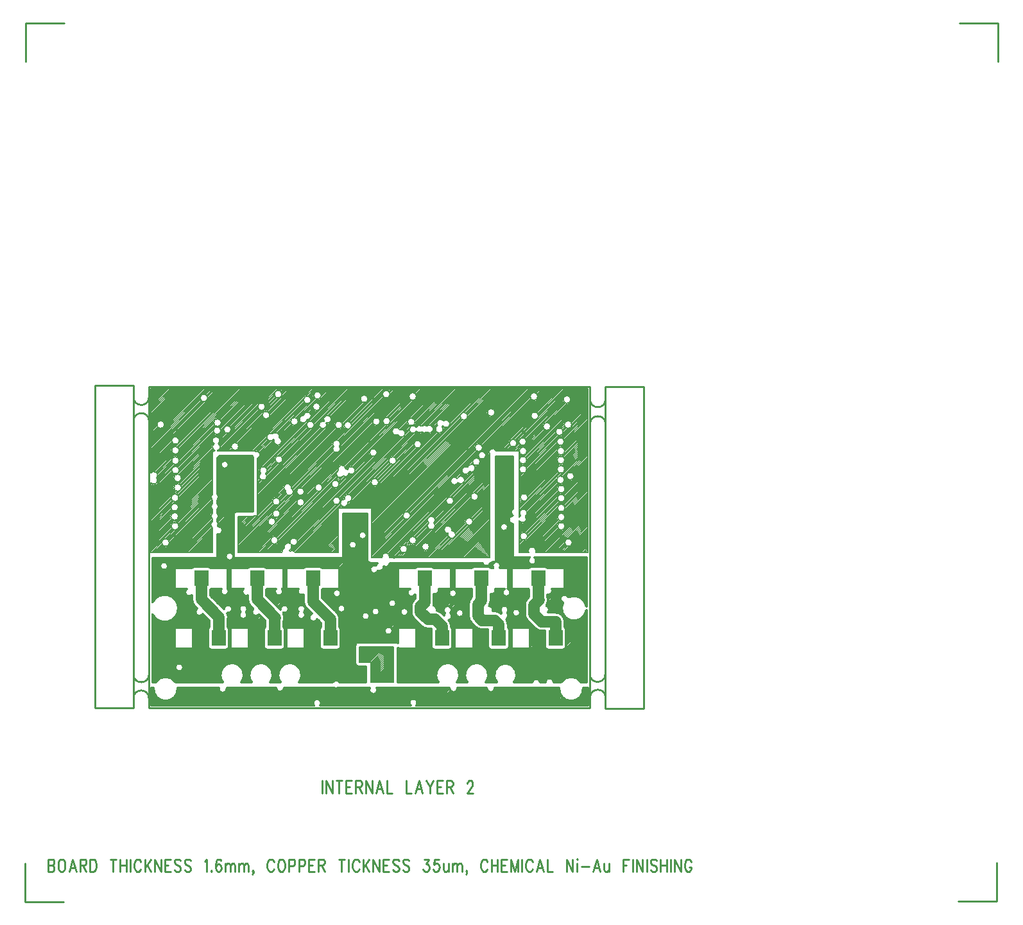
<source format=gbr>
*
*
G04 PADS Layout (Build Number 2007.21.1) generated Gerber (RS-274-X) file*
G04 PC Version=2.1*
*
%IN "2FOC-002.pcb"*%
*
%MOIN*%
*
%FSLAX35Y35*%
*
*
*
*
G04 PC Standard Apertures*
*
*
G04 Thermal Relief Aperture macro.*
%AMTER*
1,1,$1,0,0*
1,0,$1-$2,0,0*
21,0,$3,$4,0,0,45*
21,0,$3,$4,0,0,135*
%
*
*
G04 Annular Aperture macro.*
%AMANN*
1,1,$1,0,0*
1,0,$2,0,0*
%
*
*
G04 Odd Aperture macro.*
%AMODD*
1,1,$1,0,0*
1,0,$1-0.005,0,0*
%
*
*
G04 PC Custom Aperture Macros*
*
*
*
*
*
*
G04 PC Aperture Table*
*
%ADD010C,0.01*%
%ADD015C,0.008*%
%ADD028R,0.075X0.084*%
%ADD029C,0.085*%
%ADD070C,0.001*%
%ADD082C,0.01181*%
%ADD083C,0.00787*%
%ADD084C,0.05906*%
%ADD087C,0.01969*%
%ADD089C,0.07087*%
*
*
*
*
G04 PC Circuitry*
G04 Layer Name 2FOC-002.pcb - circuitry*
%LPD*%
*
*
G04 PC Custom Flashes*
G04 Layer Name 2FOC-002.pcb - flashes*
%LPD*%
*
*
G04 PC Circuitry*
G04 Layer Name 2FOC-002.pcb - circuitry*
%LPD*%
*
G54D10*
G01X1901575Y1434870D02*
Y1428307D01*
X1903620Y1434870D02*
Y1428307D01*
Y1434870D02*
X1906802Y1428307D01*
Y1434870D02*
Y1428307D01*
X1910438Y1434870D02*
Y1428307D01*
X1908848Y1434870D02*
X1912029D01*
X1914075D02*
Y1428307D01*
Y1434870D02*
X1917029D01*
X1914075Y1431745D02*
X1915893D01*
X1914075Y1428307D02*
X1917029D01*
X1919075Y1434870D02*
Y1428307D01*
Y1434870D02*
X1921120D01*
X1921802Y1434557*
X1922029Y1434245*
X1922257Y1433620*
Y1432995*
X1922029Y1432370*
X1921802Y1432057*
X1921120Y1431745*
X1919075*
X1920666D02*
X1922257Y1428307D01*
X1924302Y1434870D02*
Y1428307D01*
Y1434870D02*
X1927484Y1428307D01*
Y1434870D02*
Y1428307D01*
X1931348Y1434870D02*
X1929529Y1428307D01*
X1931348Y1434870D02*
X1933166Y1428307D01*
X1930211Y1430495D02*
X1932484D01*
X1935211Y1434870D02*
Y1428307D01*
X1937938*
X1945211Y1434870D02*
Y1428307D01*
X1947938*
X1951802Y1434870D02*
X1949984Y1428307D01*
X1951802Y1434870D02*
X1953620Y1428307D01*
X1950666Y1430495D02*
X1952938D01*
X1955666Y1434870D02*
X1957484Y1431745D01*
Y1428307*
X1959302Y1434870D02*
X1957484Y1431745D01*
X1961348Y1434870D02*
Y1428307D01*
Y1434870D02*
X1964302D01*
X1961348Y1431745D02*
X1963166D01*
X1961348Y1428307D02*
X1964302D01*
X1966348Y1434870D02*
Y1428307D01*
Y1434870D02*
X1968393D01*
X1969075Y1434557*
X1969302Y1434245*
X1969529Y1433620*
Y1432995*
X1969302Y1432370*
X1969075Y1432057*
X1968393Y1431745*
X1966348*
X1967938D02*
X1969529Y1428307D01*
X1977029Y1433307D02*
Y1433620D01*
X1977257Y1434245*
X1977484Y1434557*
X1977938Y1434870*
X1978848*
X1979302Y1434557*
X1979529Y1434245*
X1979757Y1433620*
Y1432995*
X1979529Y1432370*
X1979075Y1431432*
X1976802Y1428307*
X1979984*
X1759252Y1394122D02*
Y1387559D01*
Y1394122D02*
X1761297D01*
X1761979Y1393809*
X1762207Y1393497*
X1762434Y1392872*
Y1392247*
X1762207Y1391622*
X1761979Y1391309*
X1761297Y1390997*
X1759252D02*
X1761297D01*
X1761979Y1390684*
X1762207Y1390372*
X1762434Y1389747*
Y1388809*
X1762207Y1388184*
X1761979Y1387872*
X1761297Y1387559*
X1759252*
X1765843Y1394122D02*
X1765388Y1393809D01*
X1764934Y1393184*
X1764707Y1392559*
X1764479Y1391622*
Y1390059*
X1764707Y1389122*
X1764934Y1388497*
X1765388Y1387872*
X1765843Y1387559*
X1766752*
X1767207Y1387872*
X1767661Y1388497*
X1767888Y1389122*
X1768116Y1390059*
Y1391622*
X1767888Y1392559*
X1767661Y1393184*
X1767207Y1393809*
X1766752Y1394122*
X1765843*
X1771979D02*
X1770161Y1387559D01*
X1771979Y1394122D02*
X1773797Y1387559D01*
X1770843Y1389747D02*
X1773116D01*
X1775843Y1394122D02*
Y1387559D01*
Y1394122D02*
X1777888D01*
X1778570Y1393809*
X1778797Y1393497*
X1779025Y1392872*
Y1392247*
X1778797Y1391622*
X1778570Y1391309*
X1777888Y1390997*
X1775843*
X1777434D02*
X1779025Y1387559D01*
X1781070Y1394122D02*
Y1387559D01*
Y1394122D02*
X1782661D01*
X1783343Y1393809*
X1783797Y1393184*
X1784025Y1392559*
X1784252Y1391622*
Y1390059*
X1784025Y1389122*
X1783797Y1388497*
X1783343Y1387872*
X1782661Y1387559*
X1781070*
X1793116Y1394122D02*
Y1387559D01*
X1791525Y1394122D02*
X1794707D01*
X1796752D02*
Y1387559D01*
X1799934Y1394122D02*
Y1387559D01*
X1796752Y1390997D02*
X1799934D01*
X1801979Y1394122D02*
Y1387559D01*
X1807434Y1392559D02*
X1807207Y1393184D01*
X1806752Y1393809*
X1806297Y1394122*
X1805388*
X1804934Y1393809*
X1804479Y1393184*
X1804252Y1392559*
X1804025Y1391622*
Y1390059*
X1804252Y1389122*
X1804479Y1388497*
X1804934Y1387872*
X1805388Y1387559*
X1806297*
X1806752Y1387872*
X1807207Y1388497*
X1807434Y1389122*
X1809479Y1394122D02*
Y1387559D01*
X1812661Y1394122D02*
X1809479Y1389747D01*
X1810616Y1391309D02*
X1812661Y1387559D01*
X1814707Y1394122D02*
Y1387559D01*
Y1394122D02*
X1817888Y1387559D01*
Y1394122D02*
Y1387559D01*
X1819934Y1394122D02*
Y1387559D01*
Y1394122D02*
X1822888D01*
X1819934Y1390997D02*
X1821752D01*
X1819934Y1387559D02*
X1822888D01*
X1828116Y1393184D02*
X1827661Y1393809D01*
X1826979Y1394122*
X1826070*
X1825388Y1393809*
X1824934Y1393184*
Y1392559*
X1825161Y1391934*
X1825388Y1391622*
X1825843Y1391309*
X1827207Y1390684*
X1827661Y1390372*
X1827888Y1390059*
X1828116Y1389434*
Y1388497*
X1827661Y1387872*
X1826979Y1387559*
X1826070*
X1825388Y1387872*
X1824934Y1388497*
X1833343Y1393184D02*
X1832888Y1393809D01*
X1832207Y1394122*
X1831297*
X1830616Y1393809*
X1830161Y1393184*
Y1392559*
X1830388Y1391934*
X1830616Y1391622*
X1831070Y1391309*
X1832434Y1390684*
X1832888Y1390372*
X1833116Y1390059*
X1833343Y1389434*
Y1388497*
X1832888Y1387872*
X1832207Y1387559*
X1831297*
X1830616Y1387872*
X1830161Y1388497*
X1840616Y1392872D02*
X1841070Y1393184D01*
X1841752Y1394122*
Y1387559*
X1844025Y1388184D02*
X1843797Y1387872D01*
X1844025Y1387559*
X1844252Y1387872*
X1844025Y1388184*
X1849025Y1393184D02*
X1848797Y1393809D01*
X1848116Y1394122*
X1847661*
X1846979Y1393809*
X1846525Y1392872*
X1846297Y1391309*
Y1389747*
X1846525Y1388497*
X1846979Y1387872*
X1847661Y1387559*
X1847888*
X1848570Y1387872*
X1849025Y1388497*
X1849252Y1389434*
Y1389747*
X1849025Y1390684*
X1848570Y1391309*
X1847888Y1391622*
X1847661*
X1846979Y1391309*
X1846525Y1390684*
X1846297Y1389747*
X1851297Y1391934D02*
Y1387559D01*
Y1390684D02*
X1851979Y1391622D01*
X1852434Y1391934*
X1853116*
X1853570Y1391622*
X1853797Y1390684*
Y1387559*
Y1390684D02*
X1854479Y1391622D01*
X1854934Y1391934*
X1855616*
X1856070Y1391622*
X1856297Y1390684*
Y1387559*
X1858343Y1391934D02*
Y1387559D01*
Y1390684D02*
X1859025Y1391622D01*
X1859479Y1391934*
X1860161*
X1860616Y1391622*
X1860843Y1390684*
Y1387559*
Y1390684D02*
X1861525Y1391622D01*
X1861979Y1391934*
X1862661*
X1863116Y1391622*
X1863343Y1390684*
Y1387559*
X1865843Y1387872D02*
X1865616Y1387559D01*
X1865388Y1387872*
X1865616Y1388184*
X1865843Y1387872*
Y1387247*
X1865616Y1386622*
X1865388Y1386309*
X1876525Y1392559D02*
X1876297Y1393184D01*
X1875843Y1393809*
X1875388Y1394122*
X1874479*
X1874025Y1393809*
X1873570Y1393184*
X1873343Y1392559*
X1873116Y1391622*
Y1390059*
X1873343Y1389122*
X1873570Y1388497*
X1874025Y1387872*
X1874479Y1387559*
X1875388*
X1875843Y1387872*
X1876297Y1388497*
X1876525Y1389122*
X1879934Y1394122D02*
X1879479Y1393809D01*
X1879025Y1393184*
X1878797Y1392559*
X1878570Y1391622*
Y1390059*
X1878797Y1389122*
X1879025Y1388497*
X1879479Y1387872*
X1879934Y1387559*
X1880843*
X1881297Y1387872*
X1881752Y1388497*
X1881979Y1389122*
X1882207Y1390059*
Y1391622*
X1881979Y1392559*
X1881752Y1393184*
X1881297Y1393809*
X1880843Y1394122*
X1879934*
X1884252D02*
Y1387559D01*
Y1394122D02*
X1886297D01*
X1886979Y1393809*
X1887207Y1393497*
X1887434Y1392872*
Y1391934*
X1887207Y1391309*
X1886979Y1390997*
X1886297Y1390684*
X1884252*
X1889479Y1394122D02*
Y1387559D01*
Y1394122D02*
X1891525D01*
X1892207Y1393809*
X1892434Y1393497*
X1892661Y1392872*
Y1391934*
X1892434Y1391309*
X1892207Y1390997*
X1891525Y1390684*
X1889479*
X1894707Y1394122D02*
Y1387559D01*
Y1394122D02*
X1897661D01*
X1894707Y1390997D02*
X1896525D01*
X1894707Y1387559D02*
X1897661D01*
X1899707Y1394122D02*
Y1387559D01*
Y1394122D02*
X1901752D01*
X1902434Y1393809*
X1902661Y1393497*
X1902888Y1392872*
Y1392247*
X1902661Y1391622*
X1902434Y1391309*
X1901752Y1390997*
X1899707*
X1901297D02*
X1902888Y1387559D01*
X1911752Y1394122D02*
Y1387559D01*
X1910161Y1394122D02*
X1913343D01*
X1915388D02*
Y1387559D01*
X1920843Y1392559D02*
X1920616Y1393184D01*
X1920161Y1393809*
X1919707Y1394122*
X1918797*
X1918343Y1393809*
X1917888Y1393184*
X1917661Y1392559*
X1917434Y1391622*
Y1390059*
X1917661Y1389122*
X1917888Y1388497*
X1918343Y1387872*
X1918797Y1387559*
X1919707*
X1920161Y1387872*
X1920616Y1388497*
X1920843Y1389122*
X1922888Y1394122D02*
Y1387559D01*
X1926070Y1394122D02*
X1922888Y1389747D01*
X1924025Y1391309D02*
X1926070Y1387559D01*
X1928116Y1394122D02*
Y1387559D01*
Y1394122D02*
X1931297Y1387559D01*
Y1394122D02*
Y1387559D01*
X1933343Y1394122D02*
Y1387559D01*
Y1394122D02*
X1936297D01*
X1933343Y1390997D02*
X1935161D01*
X1933343Y1387559D02*
X1936297D01*
X1941525Y1393184D02*
X1941070Y1393809D01*
X1940388Y1394122*
X1939479*
X1938797Y1393809*
X1938343Y1393184*
Y1392559*
X1938570Y1391934*
X1938797Y1391622*
X1939252Y1391309*
X1940616Y1390684*
X1941070Y1390372*
X1941297Y1390059*
X1941525Y1389434*
Y1388497*
X1941070Y1387872*
X1940388Y1387559*
X1939479*
X1938797Y1387872*
X1938343Y1388497*
X1946752Y1393184D02*
X1946297Y1393809D01*
X1945616Y1394122*
X1944707*
X1944025Y1393809*
X1943570Y1393184*
Y1392559*
X1943797Y1391934*
X1944025Y1391622*
X1944479Y1391309*
X1945843Y1390684*
X1946297Y1390372*
X1946525Y1390059*
X1946752Y1389434*
Y1388497*
X1946297Y1387872*
X1945616Y1387559*
X1944707*
X1944025Y1387872*
X1943570Y1388497*
X1954479Y1394122D02*
X1956979D01*
X1955616Y1391622*
X1956297*
X1956752Y1391309*
X1956979Y1390997*
X1957207Y1390059*
Y1389434*
X1956979Y1388497*
X1956525Y1387872*
X1955843Y1387559*
X1955161*
X1954479Y1387872*
X1954252Y1388184*
X1954025Y1388809*
X1962207Y1394122D02*
X1959934D01*
X1959707Y1391309*
X1959934Y1391622*
X1960616Y1391934*
X1961297*
X1961979Y1391622*
X1962434Y1390997*
X1962661Y1390059*
X1962434Y1389434*
X1962207Y1388497*
X1961752Y1387872*
X1961070Y1387559*
X1960388*
X1959707Y1387872*
X1959479Y1388184*
X1959252Y1388809*
X1964707Y1391934D02*
Y1388809D01*
X1964934Y1387872*
X1965388Y1387559*
X1966070*
X1966525Y1387872*
X1967207Y1388809*
Y1391934D02*
Y1387559D01*
X1969252Y1391934D02*
Y1387559D01*
Y1390684D02*
X1969934Y1391622D01*
X1970388Y1391934*
X1971070*
X1971525Y1391622*
X1971752Y1390684*
Y1387559*
Y1390684D02*
X1972434Y1391622D01*
X1972888Y1391934*
X1973570*
X1974025Y1391622*
X1974252Y1390684*
Y1387559*
X1976752Y1387872D02*
X1976525Y1387559D01*
X1976297Y1387872*
X1976525Y1388184*
X1976752Y1387872*
Y1387247*
X1976525Y1386622*
X1976297Y1386309*
X1987434Y1392559D02*
X1987207Y1393184D01*
X1986752Y1393809*
X1986297Y1394122*
X1985388*
X1984934Y1393809*
X1984479Y1393184*
X1984252Y1392559*
X1984025Y1391622*
Y1390059*
X1984252Y1389122*
X1984479Y1388497*
X1984934Y1387872*
X1985388Y1387559*
X1986297*
X1986752Y1387872*
X1987207Y1388497*
X1987434Y1389122*
X1989479Y1394122D02*
Y1387559D01*
X1992661Y1394122D02*
Y1387559D01*
X1989479Y1390997D02*
X1992661D01*
X1994707Y1394122D02*
Y1387559D01*
Y1394122D02*
X1997661D01*
X1994707Y1390997D02*
X1996525D01*
X1994707Y1387559D02*
X1997661D01*
X1999707Y1394122D02*
Y1387559D01*
Y1394122D02*
X2001525Y1387559D01*
X2003343Y1394122D02*
X2001525Y1387559D01*
X2003343Y1394122D02*
Y1387559D01*
X2005388Y1394122D02*
Y1387559D01*
X2010843Y1392559D02*
X2010616Y1393184D01*
X2010161Y1393809*
X2009707Y1394122*
X2008797*
X2008343Y1393809*
X2007888Y1393184*
X2007661Y1392559*
X2007434Y1391622*
Y1390059*
X2007661Y1389122*
X2007888Y1388497*
X2008343Y1387872*
X2008797Y1387559*
X2009707*
X2010161Y1387872*
X2010616Y1388497*
X2010843Y1389122*
X2014707Y1394122D02*
X2012888Y1387559D01*
X2014707Y1394122D02*
X2016525Y1387559D01*
X2013570Y1389747D02*
X2015843D01*
X2018570Y1394122D02*
Y1387559D01*
X2021297*
X2028570Y1394122D02*
Y1387559D01*
Y1394122D02*
X2031752Y1387559D01*
Y1394122D02*
Y1387559D01*
X2033797Y1394122D02*
X2034025Y1393809D01*
X2034252Y1394122*
X2034025Y1394434*
X2033797Y1394122*
X2034025Y1391934D02*
Y1387559D01*
X2036297Y1390372D02*
X2040388D01*
X2044252Y1394122D02*
X2042434Y1387559D01*
X2044252Y1394122D02*
X2046070Y1387559D01*
X2043116Y1389747D02*
X2045388D01*
X2048116Y1391934D02*
Y1388809D01*
X2048343Y1387872*
X2048797Y1387559*
X2049479*
X2049934Y1387872*
X2050616Y1388809*
Y1391934D02*
Y1387559D01*
X2057888Y1394122D02*
Y1387559D01*
Y1394122D02*
X2060843D01*
X2057888Y1390997D02*
X2059707D01*
X2062888Y1394122D02*
Y1387559D01*
X2064934Y1394122D02*
Y1387559D01*
Y1394122D02*
X2068116Y1387559D01*
Y1394122D02*
Y1387559D01*
X2070161Y1394122D02*
Y1387559D01*
X2075388Y1393184D02*
X2074934Y1393809D01*
X2074252Y1394122*
X2073343*
X2072661Y1393809*
X2072207Y1393184*
Y1392559*
X2072434Y1391934*
X2072661Y1391622*
X2073116Y1391309*
X2074479Y1390684*
X2074934Y1390372*
X2075161Y1390059*
X2075388Y1389434*
Y1388497*
X2074934Y1387872*
X2074252Y1387559*
X2073343*
X2072661Y1387872*
X2072207Y1388497*
X2077434Y1394122D02*
Y1387559D01*
X2080616Y1394122D02*
Y1387559D01*
X2077434Y1390997D02*
X2080616D01*
X2082661Y1394122D02*
Y1387559D01*
X2084707Y1394122D02*
Y1387559D01*
Y1394122D02*
X2087888Y1387559D01*
Y1394122D02*
Y1387559D01*
X2093343Y1392559D02*
X2093116Y1393184D01*
X2092661Y1393809*
X2092207Y1394122*
X2091297*
X2090843Y1393809*
X2090388Y1393184*
X2090161Y1392559*
X2089934Y1391622*
Y1390059*
X2090161Y1389122*
X2090388Y1388497*
X2090843Y1387872*
X2091297Y1387559*
X2092207*
X2092661Y1387872*
X2093116Y1388497*
X2093343Y1389122*
Y1390059*
X2092207D02*
X2093343D01*
X1811638Y1472618D02*
X2040748D01*
Y1639331*
X1811638*
Y1472618*
X1767520Y1828110D02*
X1747520D01*
Y1808110*
X1747441Y1391890D02*
Y1371890D01*
X1767441*
X2232087Y1372205D02*
X2252087D01*
Y1392205*
X2252559Y1808031D02*
Y1828031D01*
X2232559*
X1803543Y1640118D02*
Y1472598D01*
X1783465*
Y1639921*
X1803346*
X2040757Y1632696D02*
G75*
G03X2048757I4000J0D01*
G01X2048791Y1619988D02*
G03X2040791I-4000J-0D01*
G01X1803664Y1633822D02*
G03X1811664I4000J0D01*
G01X1811677Y1621551D02*
G03X1803677I-4000J0D01*
G01X1803664Y1489924D02*
G03X1811664I4000J0D01*
G01X1811612Y1477656D02*
G03X1803612I-4000J-0D01*
G01X2040672Y1490121D02*
G03X2048672I4000J0D01*
G01X2068504Y1472205D02*
X2048728D01*
Y1639331*
X2068504*
Y1472205*
X2048805Y1478060D02*
G03X2040805I-4000J-0D01*
G54D15*
G01X2031502Y1558425D02*
G03X2031502I-1974J0D01*
G01X2032510Y1592894D02*
G03X2032510I-1975J0D01*
G01X2027762Y1566890D02*
G03X2027762I-1975J0D01*
G01Y1571614D02*
G03X2027762I-1975J0D01*
G01Y1576339D02*
G03X2027762I-1975J0D01*
G01Y1581457D02*
G03X2027762I-1975J0D01*
G01Y1586181D02*
G03X2027762I-1975J0D01*
G01X2027392Y1590925D02*
G03X2027392I-1975J0D01*
G01X2027565Y1596417D02*
G03X2027565I-1974J0D01*
G01X2027589Y1601161D02*
G03X2027589I-1975J0D01*
G01Y1605886D02*
G03X2027589I-1975J0D01*
G01X2027369Y1610787D02*
G03X2027369I-1975J0D01*
G01X2031306Y1619646D02*
G03X2031306I-1975J0D01*
G01X2030739Y1632657D02*
G03X2030739I-1975J0D01*
G01X2026778Y1615906D02*
G03X2026778I-1975J0D01*
G01X2020306Y1618681D02*
G03X2020306I-1975J0D01*
G01X2014006Y1624193D02*
G03X2014006I-1975J0D01*
G01X2013589Y1634213D02*
G03X2013589I-1975J0D01*
G01X2008274Y1561772D02*
G03X2008274I-1975J0D01*
G01X2008495Y1581870D02*
G03X2008495I-1975J0D01*
G01X2007904Y1596437D02*
G03X2007904I-1975J0D01*
G01Y1601161D02*
G03X2007904I-1975J0D01*
G01Y1605886D02*
G03X2007904I-1975J0D01*
G01X2007707Y1610807D02*
G03X2007707I-1975J0D01*
G01X2002762Y1610000D02*
G03X2002762I-1975J0D01*
G01X1991345Y1625945D02*
G03X1991345I-1975J0D01*
G01X1979951Y1569272D02*
G03X1979951I-1975J0D01*
G01X1982707Y1582264D02*
G03X1982707I-1975J0D01*
G01X1969912Y1580098D02*
G03X1969912I-1975J0D01*
G01X1983668Y1600354D02*
G03X1983668I-1975J0D01*
G01X1986644Y1603720D02*
G03X1986644I-1975J0D01*
G01X1984872Y1607657D02*
G03X1984872I-1974J0D01*
G01X1977195Y1623996D02*
G03X1977195I-1975J0D01*
G01X1957313Y1556280D02*
G03X1957313I-1974J0D01*
G01X1950620Y1559626D02*
G03X1950620I-1974J0D01*
G01X1953180Y1609429D02*
G03X1953180I-1975J0D01*
G01X1945896Y1555098D02*
G03X1945896I-1975J0D01*
G01X1947471Y1572421D02*
G03X1947471I-1975J0D01*
G01X1949833Y1621043D02*
G03X1949833I-1975J0D01*
G01X1950597Y1634213D02*
G03X1950597I-1975J0D01*
G01X1940187Y1600965D02*
G03X1940187I-1974J0D01*
G01X1937014Y1621417D02*
G03X1937014I-1975J0D01*
G01X1936841Y1635413D02*
G03X1936841I-1975J0D01*
G01X1930912Y1589724D02*
G03X1930912I-1975J0D01*
G01X1930148Y1605098D02*
G03X1930148I-1975J0D01*
G01X1931723Y1621240D02*
G03X1931723I-1975J0D01*
G01X1925424Y1633051D02*
G03X1925424I-1975J0D01*
G01X1911030Y1580079D02*
G03X1911030I-1975J0D01*
G01X1910439Y1588740D02*
G03X1910439I-1974J0D01*
G01X1916935Y1619252D02*
G03X1916935I-1974J0D01*
G01X1912211Y1619449D02*
G03X1912211I-1975J0D01*
G01X1901778Y1586969D02*
G03X1901778I-1975J0D01*
G01X1897471Y1619469D02*
G03X1897471I-1975J0D01*
G01X1900620Y1628917D02*
G03X1900620I-1974J0D01*
G01X1901187Y1634803D02*
G03X1901187I-1974J0D01*
G01X1892353Y1579311D02*
G03X1892353I-1975J0D01*
G01X1892329Y1584823D02*
G03X1892329I-1975J0D01*
G01X1895872Y1632441D02*
G03X1895872I-1974J0D01*
G01X1889203Y1621240D02*
G03X1889203I-1975J0D01*
G01X1878770Y1559626D02*
G03X1878770I-1975J0D01*
G01X1877392Y1569272D02*
G03X1877392I-1975J0D01*
G01X1879754Y1573406D02*
G03X1879754I-1974J0D01*
G01X1879731Y1579685D02*
G03X1879731I-1975J0D01*
G01X1881132Y1601555D02*
G03X1881132I-1975J0D01*
G01X1880739Y1635413D02*
G03X1880739I-1975J0D01*
G01X1874439Y1624567D02*
G03X1874439I-1974J0D01*
G01X1872077Y1628917D02*
G03X1872077I-1975J0D01*
G01X1858298Y1608248D02*
G03X1858298I-1975J0D01*
G01X1854337Y1617087D02*
G03X1854337I-1975J0D01*
G01X1849022Y1616496D02*
G03X1849022I-1975J0D01*
G01X1849219Y1620630D02*
G03X1849219I-1975J0D01*
G01X1842156Y1633445D02*
G03X1842156I-1975J0D01*
G01X1827172Y1566890D02*
G03X1827172I-1975J0D01*
G01X1826975Y1572008D02*
G03X1826975I-1975J0D01*
G01X1826998Y1576752D02*
G03X1826998I-1974J0D01*
G01X1827172Y1581654D02*
G03X1827172I-1975J0D01*
G01X1828550Y1586969D02*
G03X1828550I-1975J0D01*
G01Y1591890D02*
G03X1828550I-1975J0D01*
G01X1827369Y1596024D02*
G03X1827369I-1975J0D01*
G01Y1600945D02*
G03X1827369I-1975J0D01*
G01Y1606260D02*
G03X1827369I-1975J0D01*
G01Y1611378D02*
G03X1827369I-1975J0D01*
G01X1822250Y1558425D02*
G03X1822250I-1974J0D01*
G01X1819691Y1619646D02*
G03X1819691I-1974J0D01*
G01X2039757Y1553313D02*
Y1638340D01*
X1812628*
Y1594487*
X1815701Y1592008D02*
G03X1812628Y1594487I-1504J1279D01*
G01Y1589528D02*
G03X1815701Y1592008I1569J1200D01*
G01X1812628Y1589528D02*
Y1553313D01*
X1844482*
Y1566296*
Y1569452D02*
G03Y1566296I1187J-1578D01*
G01Y1569452D02*
Y1570796D01*
Y1573613D02*
G03Y1570796I1384J-1408D01*
G01Y1573613D02*
Y1575761D01*
Y1578531D02*
G03Y1575761I1408J-1385D01*
G01Y1578531D02*
Y1580639D01*
Y1583456D02*
G03Y1580639I1384J-1409D01*
G01Y1583456D02*
Y1604282D01*
Y1604300D02*
G03Y1604282I1975J-9D01*
G01Y1604300D02*
Y1605479D01*
X1844879*
X1845929Y1606194D02*
G03X1844879Y1605479I528J-1903D01*
G01X1845513Y1609643D02*
G03X1845929Y1606194I1141J-1612D01*
G01X1847598Y1609766D02*
G03X1845513Y1609643I-1141J1612D01*
G01X1847181Y1606128D02*
G03X1847598Y1609766I-527J1903D01*
G01X1847462Y1605991D02*
G03X1847181Y1606128I-1005J-1700D01*
G01X1847462Y1605991D02*
X1865748D01*
X1866701Y1605784D02*
G03X1865748Y1605991I-953J-2083D01*
G01X1868039Y1602068D02*
G03X1866701Y1605784I-693J1849D01*
G01X1868039Y1602068D02*
Y1574370D01*
X1867920Y1573642D02*
G03X1868039Y1574370I-2172J728D01*
G01X1867920Y1573642D02*
Y1572395D01*
X1866909*
X1865748Y1572080D02*
G03X1866909Y1572395I0J2290D01*
G01X1865748Y1572080D02*
X1857999D01*
Y1553313*
X1880768*
X1882035Y1555580D02*
G03X1880768Y1553313I666J-1860D01*
G01X1885170Y1557777D02*
G03X1882035Y1555580I-1288J-1497D01*
G01X1885547Y1557341D02*
G03X1885170Y1557777I1288J1498D01*
G01X1884547Y1554420D02*
G03X1885547Y1557341I-665J1860D01*
G01X1884665Y1553922D02*
G03X1884547Y1554420I-1964J-202D01*
G01X1887570Y1553313D02*
G03X1884665Y1553922I-1720J-970D01*
G01X1887570Y1553313D02*
X1909836D01*
Y1576345*
X1927369*
Y1550696*
X1932750*
X1936589D02*
G03X1932750I-1920J465D01*
G01X1936589D02*
X1988773D01*
Y1603910*
X1992070Y1605872D02*
G03X1988773Y1603910I-1889J-577D01*
G01X1992070Y1605872D02*
X2003943D01*
Y1571515*
X2004739Y1572350D02*
G03X2003943Y1571515I970J-1720D01*
G01X2007072Y1572059D02*
G03X2004739Y1572350I-970J1721D01*
G01X2003943Y1569745D02*
G03X2007072Y1572059I1766J885D01*
G01X2003943Y1569745D02*
Y1553313D01*
X2008848*
X2012459D02*
G03X2008848I-1805J801D01*
G01X2012459D02*
X2039757D01*
X2031502Y1558425D02*
G03X2031502I-1974J0D01*
G01X2032510Y1592894D02*
G03X2032510I-1975J0D01*
G01X2027762Y1566890D02*
G03X2027762I-1975J0D01*
G01Y1571614D02*
G03X2027762I-1975J0D01*
G01Y1576339D02*
G03X2027762I-1975J0D01*
G01Y1581457D02*
G03X2027762I-1975J0D01*
G01Y1586181D02*
G03X2027762I-1975J0D01*
G01X2027392Y1590925D02*
G03X2027392I-1975J0D01*
G01X2027565Y1596417D02*
G03X2027565I-1974J0D01*
G01X2027589Y1601161D02*
G03X2027589I-1975J0D01*
G01Y1605886D02*
G03X2027589I-1975J0D01*
G01X2027369Y1610787D02*
G03X2027369I-1975J0D01*
G01X2031306Y1619646D02*
G03X2031306I-1975J0D01*
G01X2030739Y1632657D02*
G03X2030739I-1975J0D01*
G01X2026778Y1615906D02*
G03X2026778I-1975J0D01*
G01X2020306Y1618681D02*
G03X2020306I-1975J0D01*
G01X2014006Y1624193D02*
G03X2014006I-1975J0D01*
G01X2013589Y1634213D02*
G03X2013589I-1975J0D01*
G01X2008274Y1561772D02*
G03X2008274I-1975J0D01*
G01X2008495Y1581870D02*
G03X2008495I-1975J0D01*
G01X2007904Y1596437D02*
G03X2007904I-1975J0D01*
G01Y1601161D02*
G03X2007904I-1975J0D01*
G01Y1605886D02*
G03X2007904I-1975J0D01*
G01X2007707Y1610807D02*
G03X2007707I-1975J0D01*
G01X2002762Y1610000D02*
G03X2002762I-1975J0D01*
G01X1991345Y1625945D02*
G03X1991345I-1975J0D01*
G01X1979951Y1569272D02*
G03X1979951I-1975J0D01*
G01X1982707Y1582264D02*
G03X1982707I-1975J0D01*
G01X1967035Y1563165D02*
G03X1968839Y1564552I1886J-586D01*
X1967035Y1563165I-1886J586*
G01X1969912Y1580098D02*
G03X1969912I-1975J0D01*
G01X1972135Y1589606D02*
G03X1971786Y1591634I1487J1300D01*
X1972135Y1589606I-1487J-1299*
G01X1978092Y1595330D02*
G03X1977223Y1597505I1042J1678D01*
X1978092Y1595330I-1042J-1678*
G01X1983668Y1600354D02*
G03X1983668I-1975J0D01*
G01X1986644Y1603720D02*
G03X1986644I-1975J0D01*
G01X1984872Y1607657D02*
G03X1984872I-1974J0D01*
G01X1977195Y1623996D02*
G03X1977195I-1975J0D01*
G01X1964297Y1618950D02*
G03X1964663Y1621542I1648J1089D01*
G01X1963855Y1618665D02*
G03X1964297Y1618950I-839J1788D01*
G01X1961586Y1619091D02*
G03X1963855Y1618665I839J-1788D01*
G01X1964663Y1621542D02*
G03X1961586Y1619091I-1647J-1089D01*
G01X1957313Y1556280D02*
G03X1957313I-1974J0D01*
G01X1959603Y1568583D02*
G03X1956980I-1312J1476D01*
X1959603I1311J-1477*
G01X1950620Y1559626D02*
G03X1950620I-1974J0D01*
G01X1953180Y1609429D02*
G03X1953180I-1975J0D01*
G01X1945896Y1555098D02*
G03X1945896I-1975J0D01*
G01X1947471Y1572421D02*
G03X1947471I-1975J0D01*
G01X1956028Y1615799D02*
G03Y1618807I1279J1504D01*
G01X1953469Y1615799D02*
G03X1956028I1279J1504D01*
G01X1950577Y1616162D02*
G03X1953469Y1615799I1612J1141D01*
G01X1950454Y1618247D02*
G03X1950577Y1616162I-1611J-1141D01*
G01X1953469Y1618807D02*
G03X1950454Y1618247I-1280J-1504D01*
G01X1956028Y1618807D02*
G03X1953469I-1280J-1504D01*
G01X1949833Y1621043D02*
G03X1949833I-1975J0D01*
G01X1950597Y1634213D02*
G03X1950597I-1975J0D01*
G01X1940187Y1600965D02*
G03X1940187I-1974J0D01*
G01X1940916Y1614381D02*
G03X1941808Y1616879I1824J757D01*
X1940916Y1614381I-1824J-757*
G01X1937014Y1621417D02*
G03X1937014I-1975J0D01*
G01X1936841Y1635413D02*
G03X1936841I-1975J0D01*
G01X1930912Y1589724D02*
G03X1930912I-1975J0D01*
G01X1930148Y1605098D02*
G03X1930148I-1975J0D01*
G01X1931723Y1621240D02*
G03X1931723I-1975J0D01*
G01X1925424Y1633051D02*
G03X1925424I-1975J0D01*
G01X1914903Y1579498D02*
G03X1913270Y1580876I254J1959D01*
X1914903Y1579498I-254J-1959*
G01X1911030Y1580079D02*
G03X1911030I-1975J0D01*
G01X1910439Y1588740D02*
G03X1910439I-1974J0D01*
G01X1915527Y1594301D02*
G03X1914811Y1596192I1229J1545D01*
G01X1912495Y1592998D02*
G03X1915527Y1594301I1088J1648D01*
G01X1909992Y1595845D02*
G03X1912495Y1592998I835J-1790D01*
G01X1913786Y1596614D02*
G03X1909992Y1595845I-1975J0D01*
G01X1913786Y1596614D02*
Y1596610D01*
X1914811Y1596192D02*
G03X1913786Y1596610I-1228J-1546D01*
G01X1916935Y1619252D02*
G03X1916935I-1974J0D01*
G01X1910559Y1608327D02*
G03X1907551I-1504J1279D01*
X1910559I1504J-1280*
G01X1912211Y1619449D02*
G03X1912211I-1975J0D01*
G01X1901778Y1586969D02*
G03X1901778I-1975J0D01*
G01X1903619Y1620589D02*
G03X1902728Y1621301I735J1832D01*
X1903619Y1620589I-736J-1832*
G01X1897471Y1619469D02*
G03X1897471I-1975J0D01*
G01X1900620Y1628917D02*
G03X1900620I-1974J0D01*
G01X1901187Y1634803D02*
G03X1901187I-1974J0D01*
G01X1892353Y1579311D02*
G03X1892353I-1975J0D01*
G01X1892329Y1584823D02*
G03X1892329I-1975J0D01*
G01X1893721Y1622228D02*
G03X1891956Y1624386I200J1965D01*
X1893721Y1622228I-200J-1965*
G01X1895872Y1632441D02*
G03X1895872I-1974J0D01*
G01X1882718Y1585233D02*
G03X1885589Y1586538I1928J-430D01*
X1882718Y1585233I-1928J431*
G01X1889203Y1621240D02*
G03X1889203I-1975J0D01*
G01X1878770Y1559626D02*
G03X1878770I-1975J0D01*
G01X1877392Y1569272D02*
G03X1877392I-1975J0D01*
G01X1879754Y1573406D02*
G03X1879754I-1974J0D01*
G01X1879731Y1579685D02*
G03X1879731I-1975J0D01*
G01X1881132Y1601555D02*
G03X1881132I-1975J0D01*
G01X1876711Y1611679D02*
G03X1879218Y1612868I1856J-675D01*
G01X1876309Y1611872D02*
G03X1876711Y1611679I1053J1671D01*
G01X1875856Y1614820D02*
G03X1876309Y1611872I-1053J-1670D01*
G01X1879218Y1612868D02*
G03X1875856Y1614820I-1856J675D01*
G01X1880739Y1635413D02*
G03X1880739I-1975J0D01*
G01X1874439Y1624567D02*
G03X1874439I-1974J0D01*
G01X1872077Y1628917D02*
G03X1872077I-1975J0D01*
G01X1858298Y1608248D02*
G03X1858298I-1975J0D01*
G01X1854337Y1617087D02*
G03X1854337I-1975J0D01*
G01X1849022Y1616496D02*
G03X1849022I-1975J0D01*
G01X1849219Y1620630D02*
G03X1849219I-1975J0D01*
G01X1842156Y1633445D02*
G03X1842156I-1975J0D01*
G01X1827172Y1566890D02*
G03X1827172I-1975J0D01*
G01X1826975Y1572008D02*
G03X1826975I-1975J0D01*
G01X1826998Y1576752D02*
G03X1826998I-1974J0D01*
G01X1827172Y1581654D02*
G03X1827172I-1975J0D01*
G01X1828550Y1586969D02*
G03X1828550I-1975J0D01*
G01Y1591890D02*
G03X1828550I-1975J0D01*
G01X1827369Y1596024D02*
G03X1827369I-1975J0D01*
G01Y1600945D02*
G03X1827369I-1975J0D01*
G01Y1606260D02*
G03X1827369I-1975J0D01*
G01Y1611378D02*
G03X1827369I-1975J0D01*
G01X1822250Y1558425D02*
G03X1822250I-1974J0D01*
G01X1819691Y1619646D02*
G03X1819691I-1974J0D01*
G01X1872176Y1594195D02*
G03X1869777Y1594328I-1113J1632D01*
X1872176Y1594195I1113J-1631*
G01X2020021Y1617660D02*
X2039757Y1637396D01*
X2006447Y1603067D02*
X2039757Y1636378D01*
X2007128Y1602731D02*
X2039757Y1635360D01*
X2007612Y1602196D02*
X2039757Y1634342D01*
X2024229Y1617795D02*
X2039757Y1633323D01*
X2029053Y1621601D02*
X2039757Y1632305D01*
X2029981Y1621510D02*
X2039757Y1631287D01*
X2030626Y1621137D02*
X2039757Y1630269D01*
X2031076Y1620569D02*
X2039757Y1629250D01*
X2031301Y1619776D02*
X2039757Y1628232D01*
X2025304Y1612760D02*
X2039757Y1627214D01*
X2026167Y1612605D02*
X2039757Y1626196D01*
X2026777Y1612197D02*
X2039757Y1625177D01*
X2027195Y1611597D02*
X2039757Y1624159D01*
X2027368Y1610752D02*
X2039757Y1623141D01*
X2025492Y1607857D02*
X2039757Y1622123D01*
X2026365Y1607712D02*
X2039757Y1621104D01*
X2026982Y1607311D02*
X2039757Y1620086D01*
X2027406Y1606716D02*
X2039757Y1619068D01*
X2027589Y1605881D02*
X2039757Y1618050D01*
X2025848Y1603122D02*
X2039757Y1617032D01*
X2026611Y1602866D02*
X2039757Y1616013D01*
X2027157Y1602394D02*
X2039757Y1614995D01*
X2027507Y1601726D02*
X2039757Y1613977D01*
X2027545Y1600746D02*
X2039757Y1612959D01*
X2026133Y1598316D02*
X2039757Y1611940D01*
X2026808Y1597972D02*
X2039757Y1610922D01*
X2027285Y1597432D02*
X2039757Y1609904D01*
X2027548Y1596677D02*
X2039757Y1608886D01*
X2027273Y1595383D02*
X2039757Y1607867D01*
X2025776Y1592867D02*
X2039757Y1606849D01*
X2026502Y1592575D02*
X2039757Y1605831D01*
X2029550Y1594605D02*
X2039757Y1604813D01*
X2030812Y1594849D02*
X2039757Y1603795D01*
X2031562Y1594581D02*
X2039757Y1602776D01*
X2032099Y1594100D02*
X2039757Y1601758D01*
X2032439Y1593421D02*
X2039757Y1600740D01*
X2032452Y1592416D02*
X2039757Y1599722D01*
X2027705Y1586651D02*
X2039757Y1598703D01*
X2027676Y1585604D02*
X2039757Y1597685D01*
X2026419Y1583328D02*
X2039757Y1596667D01*
X2027068Y1582960D02*
X2039757Y1595649D01*
X2027524Y1582397D02*
X2039757Y1594630D01*
X2027756Y1581611D02*
X2039757Y1593612D01*
X2025447Y1578284D02*
X2039757Y1592594D01*
X2026398Y1578217D02*
X2039757Y1591576D01*
X2027054Y1577854D02*
X2039757Y1590557D01*
X2027514Y1577296D02*
X2039757Y1589539D01*
X2027754Y1576518D02*
X2039757Y1588521D01*
X2025843Y1573588D02*
X2039757Y1587503D01*
X2026659Y1573386D02*
X2039757Y1586485D01*
X2027242Y1572950D02*
X2039757Y1585466D01*
X2027631Y1572322D02*
X2039757Y1584448D01*
X2027753Y1571426D02*
X2039757Y1583430D01*
X2026173Y1568827D02*
X2039757Y1582412D01*
X2026891Y1568527D02*
X2039757Y1581393D01*
X2027405Y1568023D02*
X2039757Y1580375D01*
X2027716Y1567315D02*
X2039757Y1579357D01*
X2027649Y1566230D02*
X2039757Y1578339D01*
X2015750Y1553313D02*
X2039757Y1577320D01*
X2016769Y1553313D02*
X2039757Y1576302D01*
X2017787Y1553313D02*
X2039757Y1575284D01*
X2018805Y1553313D02*
X2039757Y1574266D01*
X2019823Y1553313D02*
X2039757Y1573247D01*
X2020842Y1553313D02*
X2039757Y1572229D01*
X2028812Y1560266D02*
X2039757Y1571211D01*
X2029924Y1560360D02*
X2039757Y1570193D01*
X2030640Y1560057D02*
X2039757Y1569175D01*
X2031151Y1559550D02*
X2039757Y1568156D01*
X2031459Y1558839D02*
X2039757Y1567138D01*
X2031381Y1557743D02*
X2039757Y1566120D01*
X2027969Y1553313D02*
X2039757Y1565102D01*
X2028987Y1553313D02*
X2039757Y1564083D01*
X2030006Y1553313D02*
X2039757Y1563065D01*
X2031024Y1553313D02*
X2039757Y1562047D01*
X2032042Y1553313D02*
X2039757Y1561029D01*
X2033060Y1553313D02*
X2039757Y1560010D01*
X2034079Y1553313D02*
X2039757Y1558992D01*
X2035097Y1553313D02*
X2039757Y1557974D01*
X2036115Y1553313D02*
X2039757Y1556956D01*
X2037133Y1553313D02*
X2039757Y1555938D01*
X2038152Y1553313D02*
X2039757Y1554919D01*
X2039170Y1553313D02*
X2039757Y1553901D01*
X2020288Y1618945D02*
X2039683Y1638340D01*
X2020023Y1619699D02*
X2038665Y1638340D01*
X2019545Y1620238D02*
X2037647Y1638340D01*
X2030726Y1632438D02*
X2036628Y1638340D01*
X2030615Y1633345D02*
X2035610Y1638340D01*
X2030231Y1633979D02*
X2034592Y1638340D01*
X2029654Y1634420D02*
X2033574Y1638340D01*
X2028846Y1634631D02*
X2032556Y1638340D01*
X2005965Y1612768D02*
X2031537Y1638340D01*
X2027382Y1587346D02*
X2031014Y1590978D01*
X2004613Y1612434D02*
X2030519Y1638340D01*
X2026951Y1553313D02*
X2030209Y1556572D01*
X2026858Y1587840D02*
X2030008Y1590991D01*
X2002358Y1611197D02*
X2029501Y1638340D01*
X2026126Y1588127D02*
X2029329Y1591330D01*
X2026590Y1615065D02*
X2029200Y1617675D01*
X2025933Y1553313D02*
X2029114Y1556494D01*
X2018869Y1620581D02*
X2028983Y1630695D01*
X2027295Y1590314D02*
X2028848Y1591867D01*
X2027022Y1592077D02*
X2028824Y1593880D01*
X2027340Y1591377D02*
X2028580Y1592617D01*
X2013973Y1623830D02*
X2028483Y1638340D01*
X2026749Y1616242D02*
X2028407Y1617900D01*
X2024915Y1553313D02*
X2028403Y1556802D01*
X2017872Y1620602D02*
X2028076Y1630806D01*
X2023896Y1553313D02*
X2027896Y1557313D01*
X2026464Y1616975D02*
X2027840Y1618351D01*
X2021860Y1553313D02*
X2027687Y1559140D01*
X2022878Y1553313D02*
X2027593Y1558028D01*
X2025970Y1617499D02*
X2027466Y1618995D01*
X2013914Y1624790D02*
X2027464Y1638340D01*
X2007624Y1611373D02*
X2027442Y1631190D01*
X2025275Y1617823D02*
X2027375Y1619923D01*
X2007274Y1612041D02*
X2027001Y1631767D01*
X2006728Y1612513D02*
X2026791Y1632575D01*
X2024623Y1592733D02*
X2026625Y1594735D01*
X2014732Y1553313D02*
X2026447Y1565028D01*
X2013555Y1625449D02*
X2026446Y1638340D01*
X2025480Y1583407D02*
X2026365Y1584293D01*
X2025139Y1598340D02*
X2026030Y1599231D01*
X2024951Y1587970D02*
X2026029Y1589047D01*
X2025049Y1568721D02*
X2025976Y1569648D01*
X2007903Y1596378D02*
X2025644Y1614119D01*
X2008246Y1562101D02*
X2025633Y1579488D01*
X2024499Y1602791D02*
X2025619Y1603911D01*
X2004550Y1553313D02*
X2025608Y1574372D01*
X2003943Y1587327D02*
X2025429Y1608813D01*
X2013001Y1625913D02*
X2025428Y1638340D01*
X2013714Y1553313D02*
X2025362Y1564961D01*
X2006570Y1575698D02*
X2025331Y1594460D01*
X2003943Y1562889D02*
X2025317Y1584263D01*
X2011292Y1555983D02*
X2025080Y1569770D01*
X2008362Y1582581D02*
X2025050Y1599269D01*
X2007475Y1571512D02*
X2024966Y1589003D01*
X2007963Y1562836D02*
X2024847Y1579720D01*
X2003943Y1553725D02*
X2024830Y1574612D01*
X2003943Y1583254D02*
X2024784Y1604094D01*
X2012696Y1553313D02*
X2024655Y1565272D01*
X2003943Y1563907D02*
X2024622Y1584587D01*
X2003943Y1588345D02*
X2024584Y1608986D01*
X2005520Y1575667D02*
X2024576Y1594723D01*
X2007738Y1597230D02*
X2024467Y1613960D01*
X2010358Y1556067D02*
X2024451Y1570160D01*
X2012227Y1626158D02*
X2024410Y1638340D01*
X2007971Y1583209D02*
X2024381Y1599619D01*
X2007470Y1563362D02*
X2024284Y1580176D01*
X2003943Y1554743D02*
X2024272Y1575072D01*
X2007894Y1572950D02*
X2024266Y1589321D01*
X2003943Y1584272D02*
X2024189Y1604518D01*
X2012623Y1554259D02*
X2024150Y1565786D01*
X2003943Y1564926D02*
X2024128Y1585110D01*
X2003943Y1575108D02*
X2024035Y1595200D01*
X2006586Y1553313D02*
X2024015Y1570742D01*
X2007682Y1570701D02*
X2023998Y1587017D01*
X2003943Y1582236D02*
X2023985Y1602277D01*
X2003943Y1589363D02*
X2023984Y1609404D01*
X2011940Y1555612D02*
X2023956Y1567628D01*
X2006778Y1563688D02*
X2023916Y1580826D01*
X2003943Y1555762D02*
X2023909Y1575728D01*
X2007388Y1583644D02*
X2023909Y1600165D01*
X2012394Y1555048D02*
X2023850Y1566505D01*
X2008079Y1560915D02*
X2023842Y1576679D01*
X2003943Y1565944D02*
X2023842Y1585842D01*
X2005737Y1563665D02*
X2023837Y1581764D01*
X2005568Y1553313D02*
X2023813Y1571559D01*
X2003943Y1585290D02*
X2023788Y1605135D01*
X2008047Y1574121D02*
X2023767Y1589841D01*
X2007324Y1597835D02*
X2023734Y1614245D01*
X2003943Y1576126D02*
X2023692Y1595875D01*
X2008486Y1581687D02*
X2023668Y1596869D01*
X2006570Y1583844D02*
X2023653Y1600927D01*
X2003943Y1586309D02*
X2023643Y1606008D01*
X2007265Y1575375D02*
X2023609Y1591719D01*
X2003943Y1590381D02*
X2023576Y1610015D01*
X2007760Y1574852D02*
X2023475Y1590567D01*
X2003943Y1591400D02*
X2023421Y1610877D01*
X2010726Y1625674D02*
X2023391Y1638340D01*
X2006718Y1598247D02*
X2023210Y1614739D01*
X2007883Y1601449D02*
X2022914Y1616479D01*
X2007656Y1600204D02*
X2022886Y1615433D01*
X1991084Y1607051D02*
X2022373Y1638340D01*
X1990282Y1607268D02*
X2021355Y1638340D01*
X1986488Y1604491D02*
X2020337Y1638340D01*
X2007867Y1605506D02*
X2019352Y1616991D01*
X1986080Y1605102D02*
X2019318Y1638340D01*
X2013453Y1633493D02*
X2018300Y1638340D01*
X2007815Y1606472D02*
X2018067Y1616724D01*
X2007459Y1607134D02*
X2017313Y1616989D01*
X2013549Y1634607D02*
X2017282Y1638340D01*
X2006908Y1607601D02*
X2016773Y1617467D01*
X2006138Y1607850D02*
X2016431Y1618142D01*
X2007663Y1610393D02*
X2016410Y1619140D01*
X2013247Y1635323D02*
X2016264Y1638340D01*
X2012740Y1635835D02*
X2015246Y1638340D01*
X2012030Y1636143D02*
X2014227Y1638340D01*
X2010936Y1636067D02*
X2013209Y1638340D01*
X2001824Y1611681D02*
X2012394Y1622252D01*
X1985481Y1605521D02*
X2012334Y1632373D01*
X1983414Y1609564D02*
X2012191Y1638340D01*
X2001078Y1611953D02*
X2011435Y1622310D01*
X1984637Y1605695D02*
X2011219Y1632278D01*
X1982401Y1609569D02*
X2011173Y1638340D01*
X1999837Y1611731D02*
X2010775Y1622669D01*
X1991658Y1606607D02*
X2010550Y1625499D01*
X1984626Y1606703D02*
X2010503Y1632580D01*
X1992960Y1605872D02*
X2010311Y1623223D01*
X1946112Y1574298D02*
X2010154Y1638340D01*
X1992038Y1605968D02*
X2010066Y1623997D01*
X1984851Y1607946D02*
X2009992Y1633086D01*
X1984096Y1609227D02*
X2009759Y1634890D01*
X1984580Y1608692D02*
X2009684Y1633797D01*
X1945164Y1574368D02*
X2009136Y1638340D01*
X2008623Y1553313D02*
X2008785Y1553475D01*
X2007605Y1553313D02*
X2008701Y1554410D01*
X1927369Y1557591D02*
X2008118Y1638340D01*
X2003943Y1556780D02*
X2007156Y1559992D01*
X1927369Y1558609D02*
X2007100Y1638340D01*
X2005863Y1598411D02*
X2006887Y1599434D01*
X2003943Y1577144D02*
X2006703Y1579904D01*
X2005435Y1603073D02*
X2006309Y1603948D01*
X2004708Y1607438D02*
X2006146Y1608876D01*
X1927369Y1559627D02*
X2006081Y1638340D01*
X2003943Y1592418D02*
X2005988Y1594463D01*
X2003943Y1557798D02*
X2005970Y1559824D01*
X2003943Y1578163D02*
X2005808Y1580028D01*
X2003943Y1597509D02*
X2005642Y1599208D01*
X2003943Y1566962D02*
X2005638Y1568656D01*
X2003943Y1602600D02*
X2005343Y1604000D01*
X2003943Y1558816D02*
X2005235Y1560108D01*
X2003943Y1579181D02*
X2005181Y1580418D01*
X2002124Y1605872D02*
X2005167Y1608915D01*
X2003943Y1593436D02*
X2005136Y1594629D01*
X1927369Y1560645D02*
X2005063Y1638340D01*
X2003943Y1598527D02*
X2004895Y1599479D01*
X2003943Y1567980D02*
X2004826Y1568863D01*
X2003943Y1580199D02*
X2004746Y1581002D01*
X2003943Y1559834D02*
X2004709Y1560600D01*
X2003943Y1603619D02*
X2004681Y1604356D01*
X2003943Y1581217D02*
X2004546Y1581820D01*
X2003943Y1594454D02*
X2004531Y1595042D01*
X2003943Y1572053D02*
X2004506Y1572616D01*
X2001106Y1605872D02*
X2004499Y1609265D01*
X2003943Y1561871D02*
X2004406Y1562334D01*
X2003943Y1560853D02*
X2004383Y1561293D01*
X2003143Y1605872D02*
X2004377Y1607107D01*
X2003943Y1599546D02*
X2004360Y1599962D01*
X2003943Y1568999D02*
X2004247Y1569302D01*
X2003943Y1574090D02*
X2004215Y1574362D01*
X2003943Y1604637D02*
X2004214Y1604907D01*
X2003943Y1573072D02*
X2004184Y1573312D01*
X2003943Y1595473D02*
X2004119Y1595648D01*
X2002694Y1610515D02*
X2004105Y1611926D01*
X1991317Y1625612D02*
X2004045Y1638340D01*
X2000088Y1605872D02*
X2004027Y1609811D01*
X2003943Y1600564D02*
X2004023Y1600644D01*
X2003943Y1601582D02*
X2004017Y1601656D01*
X2003943Y1605655D02*
X2003965Y1605677D01*
X2003943Y1596491D02*
X2003955Y1596503D01*
X2002698Y1609501D02*
X2003771Y1610574D01*
X1991247Y1626560D02*
X2003027Y1638340D01*
X1990883Y1627214D02*
X2002008Y1638340D01*
X1999070Y1605872D02*
X2001286Y1608089D01*
X1990324Y1627674D02*
X2000990Y1638340D01*
X1998051Y1605872D02*
X2000272Y1608094D01*
X1989544Y1627912D02*
X1999972Y1638340D01*
X1997033Y1605872D02*
X1999590Y1608429D01*
X1996015Y1605872D02*
X1999106Y1608964D01*
X1993978Y1605872D02*
X1999056Y1610950D01*
X1927369Y1566755D02*
X1998954Y1638340D01*
X1994997Y1605872D02*
X1998834Y1609710D01*
X1927369Y1567773D02*
X1997936Y1638340D01*
X1927369Y1568791D02*
X1996917Y1638340D01*
X1927369Y1569810D02*
X1995899Y1638340D01*
X1927369Y1570828D02*
X1994881Y1638340D01*
X1927369Y1571846D02*
X1993863Y1638340D01*
X1927369Y1572864D02*
X1992844Y1638340D01*
X1977171Y1623685D02*
X1991826Y1638340D01*
X1977093Y1624625D02*
X1990808Y1638340D01*
X1976725Y1625275D02*
X1989790Y1638340D01*
X1927369Y1561664D02*
X1989703Y1623998D01*
X1975556Y1590504D02*
X1988773Y1603722D01*
X1968133Y1582063D02*
X1988773Y1602704D01*
X1968907Y1581819D02*
X1988773Y1601685D01*
X1969461Y1581355D02*
X1988773Y1600667D01*
X1969819Y1580695D02*
X1988773Y1599649D01*
X1969878Y1579736D02*
X1988773Y1598631D01*
X1959676Y1568515D02*
X1988773Y1597613D01*
X1960093Y1567914D02*
X1988773Y1596594D01*
X1960266Y1567069D02*
X1988773Y1595576D01*
X1944911Y1550696D02*
X1988773Y1594558D01*
X1945930Y1550696D02*
X1988773Y1593540D01*
X1980473Y1584222D02*
X1988773Y1592521D01*
X1981394Y1584124D02*
X1988773Y1591503D01*
X1982036Y1583747D02*
X1988773Y1590485D01*
X1982483Y1583177D02*
X1988773Y1589467D01*
X1982704Y1582379D02*
X1988773Y1588448D01*
X1968093Y1566750D02*
X1988773Y1587430D01*
X1968595Y1566234D02*
X1988773Y1586412D01*
X1968892Y1565512D02*
X1988773Y1585394D01*
X1968951Y1564553D02*
X1988773Y1584376D01*
X1969775Y1564359D02*
X1988773Y1583357D01*
X1977654Y1571220D02*
X1988773Y1582339D01*
X1978598Y1571146D02*
X1988773Y1581321D01*
X1979251Y1570780D02*
X1988773Y1580303D01*
X1979709Y1570220D02*
X1988773Y1579284D01*
X1979944Y1569437D02*
X1988773Y1578266D01*
X1962221Y1550696D02*
X1988773Y1577248D01*
X1963240Y1550696D02*
X1988773Y1576230D01*
X1964258Y1550696D02*
X1988773Y1575211D01*
X1965276Y1550696D02*
X1988773Y1574193D01*
X1966294Y1550696D02*
X1988773Y1573175D01*
X1967313Y1550696D02*
X1988773Y1572157D01*
X1968331Y1550696D02*
X1988773Y1571138D01*
X1969349Y1550696D02*
X1988773Y1570120D01*
X1970367Y1550696D02*
X1988773Y1569102D01*
X1971386Y1550696D02*
X1988773Y1568084D01*
X1972404Y1550696D02*
X1988773Y1567066D01*
X1973422Y1550696D02*
X1988773Y1566047D01*
X1974440Y1550696D02*
X1988773Y1565029D01*
X1975458Y1550696D02*
X1988773Y1564011D01*
X1976477Y1550696D02*
X1988773Y1562993D01*
X1977495Y1550696D02*
X1988773Y1561974D01*
X1978513Y1550696D02*
X1988773Y1560956D01*
X1979531Y1550696D02*
X1988773Y1559938D01*
X1980550Y1550696D02*
X1988773Y1558920D01*
X1981568Y1550696D02*
X1988773Y1557901D01*
X1982586Y1550696D02*
X1988773Y1556883D01*
X1983604Y1550696D02*
X1988773Y1555865D01*
X1984623Y1550696D02*
X1988773Y1554847D01*
X1985641Y1550696D02*
X1988773Y1553829D01*
X1986659Y1550696D02*
X1988773Y1552810D01*
X1987677Y1550696D02*
X1988773Y1551792D01*
X1988695Y1550696D02*
X1988773Y1550774D01*
X1976163Y1625732D02*
X1988771Y1638340D01*
X1927369Y1562682D02*
X1988755Y1624068D01*
X1983407Y1599374D02*
X1988425Y1604392D01*
X1986642Y1603627D02*
X1988209Y1605194D01*
X1927369Y1563700D02*
X1988101Y1624432D01*
X1975378Y1625965D02*
X1987753Y1638340D01*
X1927369Y1564718D02*
X1987641Y1624991D01*
X1927369Y1565737D02*
X1987403Y1625771D01*
X1967823Y1619428D02*
X1986735Y1638340D01*
X1967867Y1620491D02*
X1985717Y1638340D01*
X1983648Y1600633D02*
X1984763Y1601748D01*
X1967549Y1621191D02*
X1984699Y1638340D01*
X1983379Y1601382D02*
X1983899Y1601902D01*
X1975653Y1597730D02*
X1983852Y1605929D01*
X1967030Y1621690D02*
X1983680Y1638340D01*
X1982898Y1601919D02*
X1983288Y1602309D01*
X1982218Y1602258D02*
X1982869Y1602909D01*
X1981211Y1602270D02*
X1982695Y1603753D01*
X1981108Y1597075D02*
X1982673Y1598640D01*
X1966303Y1621981D02*
X1982662Y1638340D01*
X1927601Y1550696D02*
X1982609Y1605704D01*
X1927369Y1551481D02*
X1981863Y1605976D01*
X1965152Y1621848D02*
X1981644Y1638340D01*
X1980902Y1597887D02*
X1981414Y1598399D01*
X1947463Y1572594D02*
X1981328Y1606459D01*
X1947225Y1573375D02*
X1980992Y1607141D01*
X1946766Y1573934D02*
X1980986Y1608154D01*
X1980464Y1598467D02*
X1980665Y1598668D01*
X1964266Y1621981D02*
X1980626Y1638340D01*
X1967389Y1567064D02*
X1980617Y1580292D01*
X1979833Y1598855D02*
X1980128Y1599150D01*
X1966312Y1567006D02*
X1979819Y1580513D01*
X1978933Y1598972D02*
X1979789Y1599829D01*
X1976680Y1597738D02*
X1979778Y1600836D01*
X1963605Y1622338D02*
X1979607Y1638340D01*
X1956295Y1558007D02*
X1979249Y1580960D01*
X1975512Y1591479D02*
X1979067Y1595034D01*
X1955516Y1558246D02*
X1978872Y1581602D01*
X1946948Y1550696D02*
X1978775Y1582523D01*
X1962641Y1622392D02*
X1978589Y1638340D01*
X1977936Y1594921D02*
X1978254Y1595240D01*
X1961203Y1550696D02*
X1977811Y1567304D01*
X1958262Y1619032D02*
X1977571Y1638340D01*
X1975160Y1592145D02*
X1977087Y1594072D01*
X1960185Y1550696D02*
X1977028Y1567539D01*
X1957483Y1619270D02*
X1976553Y1638340D01*
X1970890Y1562419D02*
X1976468Y1567997D01*
X1970758Y1563305D02*
X1976102Y1568650D01*
X1970363Y1563929D02*
X1976028Y1569594D01*
X1974611Y1592615D02*
X1975873Y1593876D01*
X1956014Y1618819D02*
X1975534Y1638340D01*
X1927369Y1573882D02*
X1975532Y1622046D01*
X1973846Y1592868D02*
X1975132Y1594154D01*
X1972468Y1592508D02*
X1974602Y1594641D01*
X1927369Y1574901D02*
X1974592Y1622124D01*
X1955358Y1619182D02*
X1974516Y1638340D01*
X1970232Y1592308D02*
X1974278Y1596354D01*
X1971087Y1592145D02*
X1974270Y1595328D01*
X1966631Y1581580D02*
X1974023Y1588972D01*
X1927369Y1575919D02*
X1973941Y1622492D01*
X1954406Y1619248D02*
X1973498Y1638340D01*
X1926776Y1576345D02*
X1973485Y1623054D01*
X1925758Y1576345D02*
X1973252Y1623839D01*
X1936303Y1552270D02*
X1973049Y1589016D01*
X1953161Y1619022D02*
X1972480Y1638340D01*
X1935797Y1552782D02*
X1972383Y1589368D01*
X1971693Y1591733D02*
X1972019Y1592059D01*
X1952389Y1619268D02*
X1971461Y1638340D01*
X1950916Y1618813D02*
X1970443Y1638340D01*
X1935088Y1553091D02*
X1970357Y1588361D01*
X1933996Y1553018D02*
X1969505Y1588527D01*
X1949875Y1618790D02*
X1969425Y1638340D01*
X1959167Y1550696D02*
X1969081Y1560610D01*
X1930656Y1550696D02*
X1968901Y1588940D01*
X1929638Y1550696D02*
X1968488Y1589547D01*
X1949127Y1619061D02*
X1968407Y1638340D01*
X1928620Y1550696D02*
X1968326Y1590402D01*
X1960265Y1570123D02*
X1968300Y1578157D01*
X1958148Y1550696D02*
X1968195Y1560742D01*
X1957130Y1550696D02*
X1967571Y1561137D01*
X1949813Y1620765D02*
X1967389Y1638340D01*
X1960061Y1570936D02*
X1967340Y1578216D01*
X1956112Y1550696D02*
X1967141Y1561725D01*
X1955094Y1550696D02*
X1966947Y1562549D01*
X1959623Y1571517D02*
X1966681Y1578575D01*
X1954076Y1550696D02*
X1966578Y1563199D01*
X1924740Y1576345D02*
X1966556Y1618162D01*
X1936605Y1551554D02*
X1966456Y1581404D01*
X1949723Y1621693D02*
X1966370Y1638340D01*
X1958993Y1571905D02*
X1966217Y1579129D01*
X1958093Y1572024D02*
X1965972Y1579902D01*
X1953057Y1550696D02*
X1965856Y1563495D01*
X1964377Y1617000D02*
X1965493Y1618117D01*
X1949350Y1622338D02*
X1965352Y1638340D01*
X1957284Y1555941D02*
X1965340Y1563997D01*
X1956853Y1557547D02*
X1965085Y1565778D01*
X1957216Y1556891D02*
X1965027Y1564702D01*
X1964295Y1617937D02*
X1964793Y1618435D01*
X1948782Y1622789D02*
X1964334Y1638340D01*
X1963926Y1618586D02*
X1964257Y1618916D01*
X1947989Y1623014D02*
X1963316Y1638340D01*
X1923721Y1576345D02*
X1962728Y1615352D01*
X1941427Y1617470D02*
X1962297Y1638340D01*
X1922703Y1576345D02*
X1961791Y1615433D01*
X1959253Y1616968D02*
X1961487Y1619202D01*
X1940841Y1617902D02*
X1961279Y1638340D01*
X1921685Y1576345D02*
X1961142Y1615802D01*
X1959184Y1617917D02*
X1961131Y1619864D01*
X1958821Y1618572D02*
X1961077Y1620828D01*
X1953051Y1608730D02*
X1960687Y1616365D01*
X1953138Y1609834D02*
X1960456Y1617152D01*
X1940017Y1618097D02*
X1960261Y1638340D01*
X1927965Y1607062D02*
X1959243Y1638340D01*
X1943893Y1550696D02*
X1958329Y1565132D01*
X1917542Y1597658D02*
X1958224Y1638340D01*
X1952833Y1610547D02*
X1957642Y1615357D01*
X1942875Y1550696D02*
X1957483Y1565304D01*
X1916686Y1597820D02*
X1957206Y1638340D01*
X1950613Y1559452D02*
X1956883Y1565722D01*
X1949508Y1561402D02*
X1956833Y1568727D01*
X1952324Y1611056D02*
X1956693Y1615426D01*
X1950486Y1560343D02*
X1956475Y1566332D01*
X1948688Y1561600D02*
X1956445Y1569358D01*
X1942779Y1556709D02*
X1956326Y1570257D01*
X1950093Y1560969D02*
X1956318Y1567194D01*
X1914324Y1596476D02*
X1956188Y1638340D01*
X1951611Y1611362D02*
X1956039Y1615790D01*
X1952039Y1550696D02*
X1955677Y1554334D01*
X1950529Y1633699D02*
X1955170Y1638340D01*
X1951021Y1550696D02*
X1954727Y1554402D01*
X1950508Y1611277D02*
X1954567Y1615337D01*
X1950531Y1634719D02*
X1954152Y1638340D01*
X1950003Y1550696D02*
X1954071Y1554765D01*
X1940005Y1601793D02*
X1953789Y1615577D01*
X1948984Y1550696D02*
X1953611Y1555323D01*
X1947966Y1550696D02*
X1953372Y1556102D01*
X1950197Y1635404D02*
X1953133Y1638340D01*
X1939582Y1602388D02*
X1952557Y1615363D01*
X1949665Y1635890D02*
X1952115Y1638340D01*
X1920667Y1576345D02*
X1951904Y1607582D01*
X1938966Y1602790D02*
X1951596Y1615420D01*
X1948921Y1636165D02*
X1951097Y1638340D01*
X1938094Y1602936D02*
X1950935Y1615777D01*
X1919649Y1576345D02*
X1950800Y1607496D01*
X1950410Y1618307D02*
X1950679Y1618576D01*
X1918630Y1576345D02*
X1950087Y1607801D01*
X1947694Y1635956D02*
X1950079Y1638340D01*
X1930910Y1589643D02*
X1949577Y1608310D01*
X1940187Y1600957D02*
X1949357Y1610126D01*
X1916756Y1582616D02*
X1949333Y1615193D01*
X1930752Y1590503D02*
X1949272Y1609023D01*
X1913760Y1596931D02*
X1949135Y1632306D01*
X1931706Y1620986D02*
X1949060Y1638340D01*
X1945854Y1554693D02*
X1948819Y1557659D01*
X1916234Y1583112D02*
X1948323Y1615201D01*
X1947878Y1618830D02*
X1948137Y1619088D01*
X1937001Y1621190D02*
X1948115Y1632304D01*
X1931607Y1621905D02*
X1948042Y1638340D01*
X1945812Y1555669D02*
X1947928Y1557786D01*
X1915504Y1583401D02*
X1947642Y1615539D01*
X1936893Y1622099D02*
X1947431Y1632638D01*
X1945460Y1556336D02*
X1947302Y1558178D01*
X1944334Y1616304D02*
X1947209Y1619178D01*
X1914339Y1583254D02*
X1947159Y1616074D01*
X1944658Y1615609D02*
X1947119Y1618071D01*
X1931230Y1622546D02*
X1947024Y1638340D01*
X1936510Y1622735D02*
X1946945Y1633170D01*
X1944629Y1614563D02*
X1946888Y1616822D01*
X1935129Y1623390D02*
X1946879Y1635140D01*
X1944912Y1556806D02*
X1946869Y1558763D01*
X1944148Y1557060D02*
X1946671Y1559584D01*
X1935934Y1623178D02*
X1946670Y1633913D01*
X1943810Y1616798D02*
X1946564Y1619552D01*
X1943077Y1617084D02*
X1946113Y1620119D01*
X1930658Y1622993D02*
X1946006Y1638340D01*
X1941901Y1616925D02*
X1945888Y1620912D01*
X1927369Y1552500D02*
X1945323Y1570454D01*
X1929859Y1623212D02*
X1944987Y1638340D01*
X1927369Y1553518D02*
X1944543Y1570692D01*
X1941857Y1550696D02*
X1944326Y1553166D01*
X1927369Y1554536D02*
X1943984Y1571151D01*
X1891799Y1586170D02*
X1943969Y1638340D01*
X1927369Y1555554D02*
X1943620Y1571805D01*
X1927369Y1556573D02*
X1943549Y1572753D01*
X1940839Y1550696D02*
X1943350Y1553208D01*
X1910886Y1580819D02*
X1943315Y1613249D01*
X1910863Y1606252D02*
X1942951Y1638340D01*
X1939820Y1550696D02*
X1942684Y1553559D01*
X1936766Y1550696D02*
X1942311Y1556241D01*
X1910487Y1581439D02*
X1942269Y1613220D01*
X1938802Y1550696D02*
X1942213Y1554107D01*
X1937784Y1550696D02*
X1941959Y1554872D01*
X1910997Y1607405D02*
X1941933Y1638340D01*
X1909896Y1581866D02*
X1941574Y1613544D01*
X1909065Y1582054D02*
X1941080Y1614068D01*
X1910706Y1608131D02*
X1940914Y1638340D01*
X1886807Y1560813D02*
X1940148Y1614154D01*
X1936836Y1635280D02*
X1939896Y1638340D01*
X1930147Y1605171D02*
X1939260Y1614285D01*
X1936695Y1636158D02*
X1938878Y1638340D01*
X1929939Y1605982D02*
X1938636Y1614679D01*
X1930342Y1591112D02*
X1938221Y1598990D01*
X1929500Y1606561D02*
X1938205Y1615266D01*
X1928868Y1606947D02*
X1938010Y1616089D01*
X1936296Y1636776D02*
X1937860Y1638340D01*
X1929741Y1591528D02*
X1937384Y1599172D01*
X1935703Y1637202D02*
X1936842Y1638340D01*
X1928893Y1591699D02*
X1936790Y1599595D01*
X1917042Y1580866D02*
X1936387Y1600211D01*
X1917077Y1581919D02*
X1936241Y1601084D01*
X1934871Y1637388D02*
X1935823Y1638340D01*
X1913480Y1597669D02*
X1935267Y1619456D01*
X1911025Y1609469D02*
X1934999Y1633443D01*
X1916683Y1620218D02*
X1934805Y1638340D01*
X1912991Y1598198D02*
X1934357Y1619564D01*
X1910886Y1610348D02*
X1934122Y1633584D01*
X1916220Y1620773D02*
X1933787Y1638340D01*
X1912302Y1598527D02*
X1933721Y1619947D01*
X1910486Y1610967D02*
X1933504Y1633984D01*
X1911270Y1598513D02*
X1933279Y1620522D01*
X1916368Y1617866D02*
X1933078Y1634576D01*
X1900539Y1588801D02*
X1933067Y1621328D01*
X1916926Y1619443D02*
X1932891Y1635408D01*
X1931674Y1550696D02*
X1932813Y1551834D01*
X1915562Y1621133D02*
X1932769Y1638340D01*
X1932693Y1550696D02*
X1932739Y1550743D01*
X1914605Y1621194D02*
X1931750Y1638340D01*
X1925424Y1633032D02*
X1930732Y1638340D01*
X1899658Y1588938D02*
X1930002Y1619282D01*
X1925245Y1633871D02*
X1929714Y1638340D01*
X1890914Y1581212D02*
X1929083Y1619381D01*
X1917612Y1576345D02*
X1929018Y1587751D01*
X1924824Y1634468D02*
X1928696Y1638340D01*
X1889914Y1581231D02*
X1928442Y1619759D01*
X1916594Y1576345D02*
X1928158Y1587910D01*
X1883043Y1558067D02*
X1928100Y1603125D01*
X1892322Y1584657D02*
X1927995Y1620330D01*
X1892192Y1585545D02*
X1927776Y1621129D01*
X1924211Y1634873D02*
X1927677Y1638340D01*
X1915576Y1576345D02*
X1927550Y1588319D01*
X1877271Y1553313D02*
X1927290Y1603332D01*
X1914557Y1576345D02*
X1927133Y1588921D01*
X1913539Y1576345D02*
X1926963Y1589768D01*
X1918730Y1595791D02*
X1926711Y1603772D01*
X1923342Y1635023D02*
X1926659Y1638340D01*
X1918563Y1596642D02*
X1926325Y1604404D01*
X1918149Y1597246D02*
X1926209Y1605307D01*
X1868039Y1580738D02*
X1925641Y1638340D01*
X1868039Y1581756D02*
X1924623Y1638340D01*
X1903631Y1618367D02*
X1923605Y1638340D01*
X1912181Y1619789D02*
X1923468Y1631076D01*
X1911895Y1620521D02*
X1922629Y1631255D01*
X1906293Y1622047D02*
X1922586Y1638340D01*
X1911400Y1621044D02*
X1922032Y1631676D01*
X1910705Y1621367D02*
X1921627Y1632289D01*
X1906239Y1623011D02*
X1921568Y1638340D01*
X1909655Y1621336D02*
X1921477Y1633158D01*
X1905882Y1623673D02*
X1920550Y1638340D01*
X1905330Y1624138D02*
X1919532Y1638340D01*
X1904559Y1624385D02*
X1918513Y1638340D01*
X1903108Y1623953D02*
X1917495Y1638340D01*
X1876252Y1553313D02*
X1916811Y1593872D01*
X1897466Y1619329D02*
X1916477Y1638340D01*
X1909895Y1611394D02*
X1916346Y1617845D01*
X1910425Y1588505D02*
X1915960Y1594039D01*
X1914988Y1578812D02*
X1915748Y1579572D01*
X1897327Y1620209D02*
X1915459Y1638340D01*
X1909064Y1611581D02*
X1914770Y1617286D01*
X1896928Y1620828D02*
X1914440Y1638340D01*
X1884939Y1588474D02*
X1913995Y1617530D01*
X1910320Y1589417D02*
X1913573Y1592671D01*
X1884288Y1588841D02*
X1913439Y1617993D01*
X1896337Y1621255D02*
X1913422Y1638340D01*
X1911025Y1579940D02*
X1913360Y1582276D01*
X1912995Y1580892D02*
X1913213Y1581110D01*
X1912521Y1576345D02*
X1913121Y1576945D01*
X1883347Y1588918D02*
X1913079Y1618651D01*
X1912027Y1618617D02*
X1913018Y1619608D01*
X1909939Y1590054D02*
X1912743Y1592858D01*
X1895507Y1621443D02*
X1912404Y1638340D01*
X1911503Y1576345D02*
X1912253Y1577096D01*
X1910484Y1576345D02*
X1911640Y1577500D01*
X1870834Y1597788D02*
X1911386Y1638340D01*
X1887040Y1553919D02*
X1911219Y1578098D01*
X1868039Y1574628D02*
X1911068Y1617658D01*
X1886355Y1554252D02*
X1911041Y1578938D01*
X1909364Y1590498D02*
X1910950Y1592084D01*
X1900588Y1628561D02*
X1910367Y1638340D01*
X1908560Y1590713D02*
X1910076Y1592228D01*
X1901160Y1588403D02*
X1909912Y1597155D01*
X1901588Y1587813D02*
X1909898Y1596123D01*
X1868039Y1575647D02*
X1909896Y1617504D01*
X1891212Y1586602D02*
X1909850Y1605240D01*
X1887526Y1553387D02*
X1909836Y1575697D01*
X1888471Y1553313D02*
X1909836Y1574678D01*
X1889489Y1553313D02*
X1909836Y1573660D01*
X1890508Y1553313D02*
X1909836Y1572642D01*
X1891526Y1553313D02*
X1909836Y1571624D01*
X1892544Y1553313D02*
X1909836Y1570605D01*
X1893562Y1553313D02*
X1909836Y1569587D01*
X1894581Y1553313D02*
X1909836Y1568569D01*
X1895599Y1553313D02*
X1909836Y1567551D01*
X1896617Y1553313D02*
X1909836Y1566533D01*
X1897635Y1553313D02*
X1909836Y1565514D01*
X1898654Y1553313D02*
X1909836Y1564496D01*
X1899672Y1553313D02*
X1909836Y1563478D01*
X1900690Y1553313D02*
X1909836Y1562460D01*
X1901708Y1553313D02*
X1909836Y1561441D01*
X1902726Y1553313D02*
X1909836Y1560423D01*
X1903745Y1553313D02*
X1909836Y1559405D01*
X1904763Y1553313D02*
X1909836Y1558387D01*
X1905781Y1553313D02*
X1909836Y1557368D01*
X1906799Y1553313D02*
X1909836Y1556350D01*
X1907818Y1553313D02*
X1909836Y1555332D01*
X1908836Y1553313D02*
X1909836Y1554314D01*
X1878011Y1561182D02*
X1909460Y1592630D01*
X1900527Y1629518D02*
X1909349Y1638340D01*
X1885333Y1554248D02*
X1909194Y1578109D01*
X1868039Y1576665D02*
X1909164Y1617790D01*
X1877337Y1561525D02*
X1909035Y1593224D01*
X1901778Y1586985D02*
X1908852Y1594059D01*
X1875234Y1553313D02*
X1908700Y1586779D01*
X1890390Y1586797D02*
X1908698Y1605105D01*
X1868039Y1577683D02*
X1908641Y1618285D01*
X1868039Y1579720D02*
X1908349Y1620030D01*
X1900167Y1630176D02*
X1908331Y1638340D01*
X1868039Y1578701D02*
X1908318Y1618980D01*
X1888807Y1558740D02*
X1908315Y1578248D01*
X1886302Y1583728D02*
X1907971Y1605397D01*
X1874216Y1553313D02*
X1907788Y1586885D01*
X1888654Y1559606D02*
X1907695Y1578647D01*
X1886605Y1585049D02*
X1907451Y1605895D01*
X1899612Y1630639D02*
X1907313Y1638340D01*
X1888248Y1560218D02*
X1907268Y1579238D01*
X1885630Y1587128D02*
X1907268Y1608766D01*
X1885871Y1586352D02*
X1907177Y1607657D01*
X1878480Y1558596D02*
X1907150Y1587266D01*
X1886346Y1585808D02*
X1907133Y1606595D01*
X1887649Y1560637D02*
X1907080Y1580068D01*
X1885396Y1587913D02*
X1907080Y1609597D01*
X1878753Y1559887D02*
X1906707Y1587840D01*
X1878489Y1560641D02*
X1906492Y1588644D01*
X1898837Y1630883D02*
X1906295Y1638340D01*
X1901071Y1634135D02*
X1905276Y1638340D01*
X1903953Y1619706D02*
X1904728Y1620482D01*
X1901142Y1635224D02*
X1904258Y1638340D01*
X1903696Y1620468D02*
X1903764Y1620537D01*
X1900832Y1635933D02*
X1903240Y1638340D01*
X1868039Y1582774D02*
X1903094Y1617830D01*
X1881095Y1601940D02*
X1902822Y1623667D01*
X1902553Y1621362D02*
X1902637Y1621446D01*
X1901571Y1621398D02*
X1902390Y1622217D01*
X1900320Y1636438D02*
X1902222Y1638340D01*
X1868039Y1583792D02*
X1901754Y1617508D01*
X1899602Y1636739D02*
X1901203Y1638340D01*
X1868039Y1584811D02*
X1900993Y1617765D01*
X1868039Y1585829D02*
X1900448Y1618238D01*
X1898483Y1636638D02*
X1900185Y1638340D01*
X1868039Y1586847D02*
X1900099Y1618907D01*
X1880988Y1600815D02*
X1900063Y1619890D01*
X1897279Y1630343D02*
X1899881Y1632945D01*
X1876341Y1561548D02*
X1899787Y1584994D01*
X1894943Y1634116D02*
X1899167Y1638340D01*
X1895864Y1623836D02*
X1899002Y1626975D01*
X1892074Y1578299D02*
X1898958Y1585183D01*
X1888589Y1622671D02*
X1898792Y1632874D01*
X1892335Y1579578D02*
X1898368Y1585612D01*
X1894201Y1634392D02*
X1898149Y1638340D01*
X1887970Y1623070D02*
X1898083Y1633183D01*
X1895803Y1624793D02*
X1898045Y1627036D01*
X1892069Y1580331D02*
X1897971Y1586232D01*
X1891590Y1580870D02*
X1897834Y1587113D01*
X1895803Y1631921D02*
X1897577Y1633696D01*
X1895443Y1625452D02*
X1897387Y1627396D01*
X1895475Y1633630D02*
X1897377Y1635532D01*
X1895807Y1632944D02*
X1897277Y1634413D01*
X1892555Y1625619D02*
X1897220Y1630284D01*
X1892980Y1634190D02*
X1897130Y1638340D01*
X1894888Y1625915D02*
X1896923Y1627951D01*
X1894113Y1626158D02*
X1896680Y1628726D01*
X1863763Y1605991D02*
X1896112Y1638340D01*
X1880795Y1602659D02*
X1895635Y1617499D01*
X1862745Y1605991D02*
X1895094Y1638340D01*
X1880291Y1603172D02*
X1894756Y1617638D01*
X1887092Y1623210D02*
X1894417Y1630536D01*
X1893473Y1621446D02*
X1894278Y1622251D01*
X1879584Y1603483D02*
X1894136Y1618036D01*
X1861727Y1605991D02*
X1894076Y1638340D01*
X1878499Y1603417D02*
X1893709Y1618627D01*
X1871744Y1597680D02*
X1893521Y1619457D01*
X1878196Y1615333D02*
X1893395Y1630531D01*
X1860709Y1605991D02*
X1893057Y1638340D01*
X1868039Y1596011D02*
X1892732Y1620704D01*
X1877363Y1615518D02*
X1892709Y1630864D01*
X1891272Y1624336D02*
X1892495Y1625559D01*
X1875724Y1614897D02*
X1892222Y1631395D01*
X1864782Y1605991D02*
X1892149Y1633359D01*
X1859690Y1605991D02*
X1892039Y1638340D01*
X1874929Y1615120D02*
X1891946Y1632138D01*
X1868039Y1597030D02*
X1891476Y1620466D01*
X1867088Y1553313D02*
X1891390Y1577615D01*
X1858672Y1605991D02*
X1891021Y1638340D01*
X1880471Y1610480D02*
X1890727Y1620736D01*
X1877349Y1569683D02*
X1890521Y1582855D01*
X1880477Y1611505D02*
X1890190Y1621218D01*
X1866070Y1553313D02*
X1890111Y1577354D01*
X1857654Y1605991D02*
X1890003Y1638340D01*
X1889203Y1621249D02*
X1889852Y1621897D01*
X1889016Y1622080D02*
X1889841Y1622905D01*
X1879727Y1573080D02*
X1889632Y1582985D01*
X1865052Y1553313D02*
X1889358Y1577620D01*
X1879655Y1574025D02*
X1889008Y1583379D01*
X1874090Y1623446D02*
X1888985Y1638340D01*
X1864034Y1553313D02*
X1888819Y1578099D01*
X1879289Y1574679D02*
X1888576Y1583965D01*
X1863015Y1553313D02*
X1888477Y1578775D01*
X1877269Y1568585D02*
X1888458Y1579775D01*
X1878729Y1575137D02*
X1888380Y1584787D01*
X1874426Y1624799D02*
X1887966Y1638340D01*
X1880145Y1612191D02*
X1887220Y1619265D01*
X1874170Y1625562D02*
X1886948Y1638340D01*
X1885771Y1555705D02*
X1886933Y1556866D01*
X1879614Y1612678D02*
X1886389Y1619453D01*
X1885800Y1556751D02*
X1886067Y1557019D01*
X1873699Y1626109D02*
X1885930Y1638340D01*
X1879333Y1613415D02*
X1885797Y1619879D01*
X1877948Y1575373D02*
X1885721Y1583147D01*
X1879190Y1614291D02*
X1885398Y1620498D01*
X1878790Y1614908D02*
X1885258Y1621377D01*
X1884952Y1557940D02*
X1885036Y1558024D01*
X1873030Y1626459D02*
X1884912Y1638340D01*
X1884219Y1558225D02*
X1884860Y1558866D01*
X1857999Y1556443D02*
X1884400Y1582844D01*
X1880724Y1635170D02*
X1883893Y1638340D01*
X1879644Y1579106D02*
X1883641Y1583103D01*
X1879674Y1580154D02*
X1883097Y1583578D01*
X1880621Y1636086D02*
X1882875Y1638340D01*
X1879351Y1580849D02*
X1882750Y1584249D01*
X1878827Y1581344D02*
X1882717Y1585234D01*
X1878095Y1581630D02*
X1882156Y1585691D01*
X1878289Y1553313D02*
X1882094Y1557119D01*
X1879307Y1553313D02*
X1881936Y1555942D01*
X1880241Y1636724D02*
X1881857Y1638340D01*
X1876922Y1581475D02*
X1881789Y1586342D01*
X1867920Y1573491D02*
X1881712Y1587283D01*
X1879668Y1637169D02*
X1880839Y1638340D01*
X1880325Y1553313D02*
X1880726Y1553714D01*
X1872865Y1592691D02*
X1879897Y1599724D01*
X1878866Y1637386D02*
X1879820Y1638340D01*
X1868039Y1598048D02*
X1879091Y1609100D01*
X1872051Y1626498D02*
X1879007Y1633454D01*
X1871090Y1630628D02*
X1878802Y1638340D01*
X1872682Y1593527D02*
X1878773Y1599618D01*
X1857999Y1557461D02*
X1878335Y1577797D01*
X1877042Y1570395D02*
X1878105Y1571458D01*
X1850526Y1605991D02*
X1878092Y1633557D01*
X1868039Y1599066D02*
X1878066Y1609094D01*
X1872258Y1594121D02*
X1878054Y1599917D01*
X1873198Y1553313D02*
X1877825Y1557941D01*
X1870324Y1630880D02*
X1877784Y1638340D01*
X1873036Y1595917D02*
X1877540Y1600422D01*
X1872037Y1628520D02*
X1877453Y1633936D01*
X1868039Y1600084D02*
X1877380Y1609426D01*
X1872380Y1597298D02*
X1877296Y1602214D01*
X1857999Y1558480D02*
X1877286Y1577767D01*
X1872823Y1596723D02*
X1877229Y1601129D01*
X1876531Y1570902D02*
X1877160Y1571531D01*
X1871991Y1629493D02*
X1877008Y1634509D01*
X1868039Y1601102D02*
X1876893Y1609957D01*
X1871639Y1630158D02*
X1876792Y1635311D01*
X1868938Y1630512D02*
X1876766Y1638340D01*
X1869224Y1603307D02*
X1876616Y1610698D01*
X1869269Y1604369D02*
X1876615Y1611715D01*
X1857999Y1559498D02*
X1876591Y1578090D01*
X1872179Y1553313D02*
X1876535Y1557668D01*
X1875817Y1571206D02*
X1876507Y1571896D01*
X1861997Y1553313D02*
X1876104Y1567420D01*
X1857999Y1560516D02*
X1876097Y1578614D01*
X1874707Y1571114D02*
X1876048Y1572456D01*
X1867920Y1572473D02*
X1875966Y1580519D01*
X1857999Y1555425D02*
X1875812Y1573238D01*
X1857999Y1561534D02*
X1875810Y1579346D01*
X1871161Y1553313D02*
X1875780Y1557932D01*
X1854330Y1616923D02*
X1875748Y1638340D01*
X1870143Y1553313D02*
X1875239Y1558410D01*
X1868951Y1605069D02*
X1875075Y1611194D01*
X1860979Y1553313D02*
X1875006Y1567340D01*
X1869125Y1553313D02*
X1874896Y1559085D01*
X1868107Y1553313D02*
X1874873Y1560080D01*
X1854200Y1617810D02*
X1874729Y1638340D01*
X1859961Y1553313D02*
X1874294Y1567647D01*
X1868431Y1605568D02*
X1874149Y1611286D01*
X1858942Y1553313D02*
X1873787Y1568158D01*
X1853805Y1618435D02*
X1873711Y1638340D01*
X1858155Y1607510D02*
X1873585Y1622941D01*
X1857999Y1554407D02*
X1873575Y1569982D01*
X1867704Y1605859D02*
X1873506Y1611661D01*
X1857999Y1553388D02*
X1873483Y1568872D01*
X1866638Y1605811D02*
X1873056Y1612229D01*
X1865799Y1605991D02*
X1872832Y1613024D01*
X1853219Y1618866D02*
X1872693Y1638340D01*
X1858260Y1608633D02*
X1872232Y1622606D01*
X1852396Y1619061D02*
X1871675Y1638340D01*
X1857960Y1609352D02*
X1871469Y1622861D01*
X1857455Y1609866D02*
X1870923Y1623333D01*
X1868039Y1587865D02*
X1870895Y1590722D01*
X1849012Y1616696D02*
X1870656Y1638340D01*
X1856748Y1610177D02*
X1870573Y1624001D01*
X1855662Y1610109D02*
X1870533Y1624980D01*
X1849508Y1605991D02*
X1870500Y1626983D01*
X1868039Y1588884D02*
X1870060Y1590905D01*
X1848766Y1617468D02*
X1869638Y1638340D01*
X1868039Y1592957D02*
X1869592Y1594510D01*
X1848490Y1605991D02*
X1869527Y1627028D01*
X1868039Y1589902D02*
X1869466Y1591329D01*
X1868039Y1593975D02*
X1869209Y1595146D01*
X1868039Y1594993D02*
X1869102Y1596056D01*
X1868039Y1590920D02*
X1869064Y1591945D01*
X1868039Y1591938D02*
X1868919Y1592818D01*
X1847472Y1605991D02*
X1868861Y1627381D01*
X1848301Y1618022D02*
X1868620Y1638340D01*
X1847948Y1609523D02*
X1868507Y1630082D01*
X1848624Y1608162D02*
X1868392Y1627930D01*
X1848399Y1608955D02*
X1868140Y1628696D01*
X1857999Y1562553D02*
X1867842Y1572395D01*
X1849013Y1619751D02*
X1867602Y1638340D01*
X1857999Y1563571D02*
X1866728Y1572300D01*
X1849193Y1620950D02*
X1866583Y1638340D01*
X1848912Y1621687D02*
X1865565Y1638340D01*
X1857999Y1564589D02*
X1865490Y1572080D01*
X1848422Y1622215D02*
X1864547Y1638340D01*
X1857999Y1565607D02*
X1864472Y1572080D01*
X1847732Y1622544D02*
X1863529Y1638340D01*
X1857999Y1566625D02*
X1863453Y1572080D01*
X1846698Y1622528D02*
X1862510Y1638340D01*
X1857999Y1567644D02*
X1862435Y1572080D01*
X1825982Y1602830D02*
X1861492Y1638340D01*
X1857999Y1568662D02*
X1861417Y1572080D01*
X1825017Y1602884D02*
X1860474Y1638340D01*
X1857999Y1569680D02*
X1860399Y1572080D01*
X1827369Y1606253D02*
X1859456Y1638340D01*
X1857999Y1570698D02*
X1859380Y1572080D01*
X1827186Y1607089D02*
X1858438Y1638340D01*
X1857999Y1571717D02*
X1858362Y1572080D01*
X1826763Y1607683D02*
X1857419Y1638340D01*
X1856636Y1605991D02*
X1857061Y1606416D01*
X1826146Y1608086D02*
X1856401Y1638340D01*
X1855618Y1605991D02*
X1855937Y1606311D01*
X1825274Y1608231D02*
X1855383Y1638340D01*
X1854599Y1605991D02*
X1855219Y1606611D01*
X1853581Y1605991D02*
X1854705Y1607115D01*
X1851545Y1605991D02*
X1854462Y1608908D01*
X1852563Y1605991D02*
X1854394Y1607823D01*
X1827368Y1611344D02*
X1854365Y1638340D01*
X1827195Y1612188D02*
X1853346Y1638340D01*
X1848392Y1610985D02*
X1852526Y1615119D01*
X1826776Y1612788D02*
X1852328Y1638340D01*
X1848345Y1611956D02*
X1851638Y1615249D01*
X1826165Y1613196D02*
X1851310Y1638340D01*
X1847992Y1612621D02*
X1851014Y1615643D01*
X1847442Y1613089D02*
X1850583Y1616230D01*
X1848554Y1615220D02*
X1850388Y1617053D01*
X1825302Y1613351D02*
X1850292Y1638340D01*
X1812628Y1601695D02*
X1849273Y1638340D01*
X1846675Y1613341D02*
X1848323Y1614989D01*
X1812628Y1602713D02*
X1848255Y1638340D01*
X1847641Y1618380D02*
X1848123Y1618861D01*
X1842146Y1633249D02*
X1847237Y1638340D01*
X1846680Y1618436D02*
X1846924Y1618681D01*
X1845281Y1612964D02*
X1846848Y1614531D01*
X1842027Y1634148D02*
X1846219Y1638340D01*
X1826934Y1599709D02*
X1846187Y1618962D01*
X1827368Y1596070D02*
X1846075Y1614777D01*
X1845409Y1605966D02*
X1845730Y1606286D01*
X1827358Y1601151D02*
X1845659Y1619452D01*
X1827169Y1596889D02*
X1845522Y1615242D01*
X1826644Y1602474D02*
X1845346Y1621176D01*
X1827110Y1601922D02*
X1845331Y1620142D01*
X1828271Y1592900D02*
X1845214Y1609843D01*
X1841638Y1634778D02*
X1845201Y1638340D01*
X1826735Y1597473D02*
X1845164Y1615902D01*
X1827250Y1588824D02*
X1845162Y1606737D01*
X1826108Y1597865D02*
X1845107Y1616864D01*
X1826130Y1593814D02*
X1844870Y1612554D01*
X1828248Y1590840D02*
X1844789Y1607381D01*
X1827795Y1593442D02*
X1844745Y1610393D01*
X1828533Y1592144D02*
X1844698Y1608309D01*
X1827122Y1593787D02*
X1844494Y1611160D01*
X1827888Y1588444D02*
X1844482Y1605038D01*
X1828332Y1587870D02*
X1844482Y1604020D01*
X1828547Y1587067D02*
X1844482Y1603002D01*
X1825969Y1583471D02*
X1844482Y1601983D01*
X1826580Y1583063D02*
X1844482Y1600965D01*
X1826998Y1582463D02*
X1844482Y1599947D01*
X1827171Y1581618D02*
X1844482Y1598929D01*
X1825281Y1578710D02*
X1844482Y1597910D01*
X1826037Y1578447D02*
X1844482Y1596892D01*
X1826578Y1577970D02*
X1844482Y1595874D01*
X1826922Y1577296D02*
X1844482Y1594856D01*
X1826947Y1576302D02*
X1844482Y1593837D01*
X1825563Y1573901D02*
X1844482Y1592819D01*
X1826232Y1573551D02*
X1844482Y1591801D01*
X1826704Y1573005D02*
X1844482Y1590783D01*
X1826961Y1572243D02*
X1844482Y1589765D01*
X1826633Y1570898D02*
X1844482Y1588746D01*
X1825581Y1568827D02*
X1844482Y1587728D01*
X1826300Y1568528D02*
X1844482Y1586710D01*
X1826814Y1568024D02*
X1844482Y1585692D01*
X1827125Y1567317D02*
X1844482Y1584673D01*
X1827059Y1566232D02*
X1844482Y1583655D01*
X1822250Y1558368D02*
X1844482Y1580600D01*
X1818213Y1553313D02*
X1844482Y1579582D01*
X1819231Y1553313D02*
X1844482Y1578564D01*
X1822286Y1553313D02*
X1844482Y1575509D01*
X1823304Y1553313D02*
X1844482Y1574491D01*
X1827377Y1553313D02*
X1844482Y1570418D01*
X1832468Y1553313D02*
X1844482Y1565327D01*
X1833487Y1553313D02*
X1844482Y1564309D01*
X1834505Y1553313D02*
X1844482Y1563290D01*
X1835523Y1553313D02*
X1844482Y1562272D01*
X1836541Y1553313D02*
X1844482Y1561254D01*
X1837560Y1553313D02*
X1844482Y1560236D01*
X1838578Y1553313D02*
X1844482Y1559218D01*
X1839596Y1553313D02*
X1844482Y1558199D01*
X1840614Y1553313D02*
X1844482Y1557181D01*
X1841632Y1553313D02*
X1844482Y1556163D01*
X1842651Y1553313D02*
X1844482Y1555145D01*
X1843669Y1553313D02*
X1844482Y1554126D01*
X1831450Y1553313D02*
X1844454Y1566317D01*
X1826359Y1553313D02*
X1844196Y1571151D01*
X1841057Y1635215D02*
X1844182Y1638340D01*
X1821268Y1553313D02*
X1844155Y1576201D01*
X1824322Y1553313D02*
X1844103Y1573094D01*
X1822083Y1559220D02*
X1844076Y1581213D01*
X1828395Y1553313D02*
X1843982Y1568900D01*
X1830432Y1553313D02*
X1843976Y1566858D01*
X1820250Y1553313D02*
X1843921Y1576985D01*
X1825341Y1553313D02*
X1843917Y1571889D01*
X1821669Y1559824D02*
X1843891Y1582046D01*
X1829414Y1553313D02*
X1843712Y1567612D01*
X1840243Y1635419D02*
X1843164Y1638340D01*
X1812628Y1608823D02*
X1842146Y1638340D01*
X1812628Y1609841D02*
X1841128Y1638340D01*
X1812628Y1603732D02*
X1840377Y1631480D01*
X1812628Y1610859D02*
X1840109Y1638340D01*
X1812628Y1604750D02*
X1839478Y1631599D01*
X1819449Y1618698D02*
X1839091Y1638340D01*
X1812628Y1605768D02*
X1838848Y1631988D01*
X1812628Y1606786D02*
X1838411Y1632569D01*
X1812628Y1607804D02*
X1838207Y1633383D01*
X1819670Y1619937D02*
X1838073Y1638340D01*
X1819397Y1620683D02*
X1837055Y1638340D01*
X1818913Y1621217D02*
X1836036Y1638340D01*
X1818230Y1621552D02*
X1835018Y1638340D01*
X1817216Y1621556D02*
X1834000Y1638340D01*
X1812628Y1617987D02*
X1832982Y1638340D01*
X1812628Y1619005D02*
X1831963Y1638340D01*
X1812628Y1620023D02*
X1830945Y1638340D01*
X1812628Y1621042D02*
X1829927Y1638340D01*
X1812628Y1622060D02*
X1828909Y1638340D01*
X1812628Y1623078D02*
X1827891Y1638340D01*
X1826336Y1588929D02*
X1827624Y1590217D01*
X1812628Y1624096D02*
X1826872Y1638340D01*
X1825215Y1597990D02*
X1826630Y1599405D01*
X1825107Y1583626D02*
X1826476Y1584996D01*
X1812628Y1576239D02*
X1826321Y1589931D01*
X1824456Y1568720D02*
X1826110Y1570375D01*
X1821063Y1560236D02*
X1825854Y1565028D01*
X1812628Y1625114D02*
X1825854Y1638340D01*
X1812628Y1572166D02*
X1825673Y1585211D01*
X1812628Y1577257D02*
X1825564Y1590193D01*
X1824582Y1573938D02*
X1825473Y1574829D01*
X1812628Y1596604D02*
X1825428Y1609403D01*
X1815693Y1594577D02*
X1825401Y1604285D01*
X1812628Y1581330D02*
X1825347Y1594049D01*
X1823985Y1578431D02*
X1825232Y1579679D01*
X1815841Y1589634D02*
X1825188Y1598981D01*
X1812628Y1573185D02*
X1825100Y1585656D01*
X1812628Y1578276D02*
X1825022Y1590669D01*
X1812628Y1626133D02*
X1824836Y1638340D01*
X1820207Y1560399D02*
X1824770Y1564962D01*
X1812628Y1557911D02*
X1824764Y1570047D01*
X1812628Y1574203D02*
X1824719Y1586293D01*
X1812628Y1579294D02*
X1824677Y1591343D01*
X1812628Y1580312D02*
X1824651Y1592335D01*
X1812628Y1575221D02*
X1824614Y1587207D01*
X1812628Y1597622D02*
X1824583Y1609577D01*
X1815127Y1595030D02*
X1824565Y1604467D01*
X1812628Y1582349D02*
X1824528Y1594249D01*
X1812628Y1563002D02*
X1824480Y1574854D01*
X1816157Y1590968D02*
X1824417Y1599228D01*
X1812628Y1568093D02*
X1824387Y1579852D01*
X1812628Y1553838D02*
X1824063Y1565273D01*
X1812628Y1558929D02*
X1824003Y1570303D01*
X1812628Y1598640D02*
X1823983Y1609995D01*
X1814336Y1595257D02*
X1823970Y1604891D01*
X1812628Y1583367D02*
X1823944Y1594683D01*
X1815899Y1591729D02*
X1823865Y1599695D01*
X1812628Y1627151D02*
X1823818Y1638340D01*
X1812628Y1564020D02*
X1823806Y1575198D01*
X1812628Y1569112D02*
X1823787Y1580270D01*
X1812628Y1599659D02*
X1823576Y1610606D01*
X1812628Y1594567D02*
X1823568Y1605507D01*
X1812628Y1554856D02*
X1823559Y1565787D01*
X1812628Y1584385D02*
X1823553Y1595309D01*
X1816150Y1592998D02*
X1823509Y1600356D01*
X1812628Y1559947D02*
X1823457Y1570776D01*
X1816064Y1593930D02*
X1823455Y1601321D01*
X1812628Y1585403D02*
X1823427Y1596202D01*
X1812628Y1595586D02*
X1823423Y1606380D01*
X1812628Y1600677D02*
X1823421Y1611469D01*
X1812628Y1570130D02*
X1823379Y1580881D01*
X1812628Y1556893D02*
X1823366Y1567631D01*
X1812628Y1567075D02*
X1823344Y1577791D01*
X1812628Y1565039D02*
X1823329Y1575739D01*
X1812628Y1555875D02*
X1823260Y1566506D01*
X1812628Y1571148D02*
X1823224Y1581744D01*
X1812628Y1560966D02*
X1823107Y1571445D01*
X1812628Y1561984D02*
X1823070Y1572425D01*
X1812628Y1566057D02*
X1823066Y1576494D01*
X1812628Y1628169D02*
X1822799Y1638340D01*
X1812628Y1629187D02*
X1821781Y1638340D01*
X1812628Y1630206D02*
X1820763Y1638340D01*
X1817195Y1553313D02*
X1820333Y1556451D01*
X1812628Y1631224D02*
X1819745Y1638340D01*
X1816177Y1553313D02*
X1819481Y1556617D01*
X1815158Y1553313D02*
X1818876Y1557031D01*
X1812628Y1632242D02*
X1818726Y1638340D01*
X1812628Y1611877D02*
X1818664Y1617913D01*
X1814140Y1553313D02*
X1818465Y1557638D01*
X1813122Y1553313D02*
X1818302Y1558493D01*
X1812628Y1633260D02*
X1817708Y1638340D01*
X1812628Y1612896D02*
X1817425Y1617692D01*
X1812628Y1634279D02*
X1816690Y1638340D01*
X1812628Y1613914D02*
X1816680Y1617965D01*
X1812628Y1614932D02*
X1816145Y1618449D01*
X1812628Y1615950D02*
X1815810Y1619132D01*
X1812628Y1616969D02*
X1815806Y1620146D01*
X1812628Y1635297D02*
X1815672Y1638340D01*
X1812628Y1586422D02*
X1815291Y1589085D01*
X1812628Y1636315D02*
X1814653Y1638340D01*
X1812628Y1587440D02*
X1813957Y1588768D01*
X1812628Y1637333D02*
X1813635Y1638340D01*
X1812628Y1588458D02*
X1813196Y1589026D01*
X1812628Y1589476D02*
X1812651Y1589499D01*
G54D28*
X1838811Y1508795D03*
X1847811D03*
X1867811D03*
X1876811D03*
X1896811D03*
X1905811D03*
X1838811Y1539795D03*
X1867811D03*
X1896811D03*
X1954811Y1508795D03*
X1963811D03*
X1984311D03*
X1993311D03*
X2013811D03*
X2022811D03*
X1954811Y1539795D03*
X1984311D03*
X2013811D03*
G54D29*
X1918311Y1489795D03*
G54D70*
G54D82*
X1998252Y1566516D02*
G03X1998252I-2165J0D01*
G01X1938213Y1512579D02*
G03X1938213I-2166J0D01*
G01X1940181Y1526949D02*
G03X1940181I-2165J0D01*
G01X1931520Y1522618D02*
G03X1931520I-2166J0D01*
G01X1926378Y1520236D02*
G03X1926378I-2165J0D01*
G01X1919685Y1557244D02*
G03X1919685I-2165J0D01*
G01X1913780Y1524173D02*
G03X1913780I-2166J0D01*
G01X1911441Y1532067D02*
G03X1911441I-2165J0D01*
G01X1821654Y1546220D02*
G03X1821654I-2166J0D01*
G01X1829551Y1493681D02*
G03X1829551I-2165J0D01*
G01X1853173Y1598799D02*
G03X1853173I-2165J0D01*
G01X1946480Y1522421D02*
G03X1946480I-2165J0D01*
G01X1975220Y1521831D02*
G03X1975220I-2165J0D01*
G01X1971677Y1532067D02*
G03X1971677I-2165J0D01*
G01X2004551Y1522028D02*
G03X2004551I-2165J0D01*
G01X2038857Y1525309D02*
Y1550748D01*
X2011926*
X2009381D02*
G03X2011926I1273J-1752D01*
G01X2009381D02*
X2000591D01*
Y1568071*
X2000528Y1572401D02*
G03X2000591Y1568071I63J-2165D01*
G01Y1575988D02*
G03X2000528Y1572401I1181J-1815D01*
G01X2000591Y1575988D02*
Y1603110D01*
X1991881*
X1991979Y1548596*
X1993910Y1545176D02*
G03X1991979Y1548596I-1760J1261D01*
G01X1993910Y1545176D02*
X1997652D01*
X1998242Y1544586D02*
G03X1997652Y1545176I-590J-0D01*
G01X1998242Y1544586D02*
Y1535005D01*
X1997972Y1534508D02*
G03X1998242Y1535005I-320J497D01*
G01X1996334Y1534414D02*
G03X1997972Y1534508I934J-1953D01*
G01X1996334Y1534414D02*
X1991613D01*
X1989129Y1531526D02*
G03X1991613Y1534414I462J2116D01*
G01X1989129Y1531526D02*
X1989119Y1528115D01*
X1988383Y1525564D02*
G03X1989119Y1528115I-4107J2566D01*
G01X1990326Y1522934D02*
G03X1988383Y1525564I-2113J472D01*
G01X1990326Y1522934D02*
X1991165D01*
X1994468Y1521633D02*
G03X1991165Y1522934I-3303J-3542D01*
G01X1994797Y1522028D02*
G03X1994468Y1521633I1486J-1575D01*
G01X1997770Y1522028D02*
G03X1994797I-1487J1574D01*
G01X1997374Y1518582D02*
G03X1997770Y1522028I-1091J1871D01*
G01X1998154Y1515945D02*
G03X1997374Y1518582I-4843J-0D01*
G01X1998154Y1515945D02*
Y1514538D01*
X1998952Y1512995D02*
G03X1998154Y1514538I-1891J0D01*
G01X1998952Y1512995D02*
Y1504595D01*
X1997061Y1502705D02*
G03X1998952Y1504595I0J1890D01*
G01X1997061Y1502705D02*
X1989561D01*
X1987670Y1504595D02*
G03X1989561Y1502705I1891J0D01*
G01X1987670Y1504595D02*
Y1512995D01*
X1987687Y1513247D02*
G03X1987670Y1512995I1874J-252D01*
G01X1987687Y1513247D02*
X1984669D01*
X1981245Y1514666D02*
G03X1984669Y1513247I3424J3425D01*
G01X1981245Y1514666D02*
X1979079Y1516831D01*
X1977661Y1520256D02*
G03X1979079Y1516831I4843J-0D01*
G01X1977661Y1520256D02*
Y1526358D01*
X1979079Y1529783D02*
G03X1977661Y1526358I3425J-3425D01*
G01X1979079Y1529783D02*
X1979438Y1530142D01*
X1979450Y1534065*
X1979085Y1534414D02*
G03X1979450Y1534065I1476J1181D01*
G01X1979085Y1534414D02*
X1970970D01*
X1970380Y1535005D02*
G03X1970970Y1534414I590J-0D01*
G01X1970380Y1535005D02*
Y1544586D01*
X1970970Y1545176D02*
G03X1970380Y1544586I0J-590D01*
G01X1970970Y1545176D02*
X1979085D01*
X1980561Y1545886D02*
G03X1979085Y1545176I0J-1891D01*
G01X1980561Y1545886D02*
X1988061D01*
X1989537Y1545176D02*
G03X1988061Y1545886I-1476J-1181D01*
G01X1989537Y1545176D02*
X1990389D01*
X1991247Y1548406D02*
G03X1990389Y1545176I903J-1969D01*
G01X1991247Y1548406D02*
X1990598D01*
X1988881Y1547502D02*
G03X1990598Y1548406I-108J2288D01*
G01X1984789Y1547499D02*
G03X1988881Y1547502I2046J710D01*
G01X1984789Y1547499D02*
X1936812D01*
X1933685Y1545886D02*
G03X1936812Y1547499I984J1929D01*
G01X1930646Y1543865D02*
G03X1933685Y1545886I874J1981D01*
G01X1929440Y1546450D02*
G03X1930646Y1543865I-873J-1981D01*
G01X1930121Y1547499D02*
G03X1929440Y1546450I1399J-1653D01*
G01X1930121Y1547499D02*
X1927369D01*
X1925544Y1548406D02*
G03X1927369Y1547499I1825J1384D01*
G01X1925544Y1548406D02*
X1924803D01*
Y1562156*
Y1562175D02*
G03Y1562156I-2165J-10D01*
G01Y1562175D02*
Y1573386D01*
X1912598*
Y1550157*
X1855709*
Y1550842*
Y1551481D02*
G03Y1550842I-2142J-320D01*
G01Y1551481D02*
Y1552585D01*
X1855590Y1553313D02*
G03X1855709Y1552585I2290J0D01*
G01X1855590Y1553313D02*
Y1572395D01*
X1855709Y1573124D02*
G03X1855590Y1572395I2171J-729D01*
G01X1855709Y1573124D02*
Y1574370D01*
X1856720*
X1857880Y1574686D02*
G03X1856720Y1574370I0J-2291D01*
G01X1857880Y1574686D02*
X1865629D01*
Y1602598*
X1865308Y1603188D02*
G03X1865629Y1602598I2038J729D01*
G01X1865308Y1603188D02*
X1848320D01*
X1847244Y1602274D02*
G03X1848320Y1603188I-787J2017D01*
G01X1847244Y1602274D02*
Y1583718D01*
Y1580377D02*
G03Y1583718I-1378J1670D01*
G01Y1580377D02*
Y1578835D01*
Y1575456D02*
G03Y1578835I-1354J1690D01*
G01Y1575456D02*
Y1573875D01*
Y1570534D02*
G03Y1573875I-1378J1671D01*
G01Y1570534D02*
Y1569360D01*
X1847591Y1566876D02*
G03X1847244Y1569360I-1922J998D01*
G01Y1562641D02*
G03X1847591Y1566876I591J2083D01*
G01X1847244Y1562641D02*
Y1550354D01*
X1813528*
Y1527513*
Y1521078D02*
G03Y1527513I6315J3217D01*
G01Y1521078D02*
Y1485984D01*
X1815078*
X1825521D02*
G03X1815078I-5222J-3523D01*
G01X1825521D02*
X1849996D01*
X1859626D02*
G03X1849996I-4815J3811D01*
G01X1859626D02*
X1864996D01*
X1874626D02*
G03X1864996I-4815J3811D01*
G01X1874626D02*
X1879996D01*
X1889626D02*
G03X1879996I-4815J3811D01*
G01X1889626D02*
X1907054D01*
X1910709D02*
G03X1907054I-1827J-1161D01*
G01X1910709D02*
X1924236D01*
Y1493956*
X1920890*
X1919443Y1494473D02*
G03X1920890Y1493956I1447J1767D01*
G01X1918921Y1495059D02*
G03X1919443Y1494473I591J0D01*
G01X1918921Y1495059D02*
Y1495081D01*
X1918605Y1496240D02*
G03X1918921Y1495081I2285J0D01*
G01X1918605Y1496240D02*
Y1504308D01*
Y1504311*
X1918921Y1505470D02*
G03X1918605Y1504311I1969J-1159D01*
G01X1918921Y1505470D02*
Y1506083D01*
X1919512Y1506673D02*
G03X1918921Y1506083I-0J-590D01*
G01X1919512Y1506673D02*
X1940378D01*
X1940880Y1506394D02*
G03X1940378Y1506673I-502J-311D01*
G01X1940880Y1506394D02*
Y1513586D01*
X1941470Y1514176D02*
G03X1940880Y1513586I0J-590D01*
G01X1941470Y1514176D02*
X1950152D01*
X1950742Y1513586D02*
G03X1950152Y1514176I-590J-0D01*
G01X1950742Y1513586D02*
Y1504005D01*
X1950152Y1503414D02*
G03X1950742Y1504005I-0J591D01*
G01X1950152Y1503414D02*
X1941470D01*
X1940969Y1503694D02*
G03X1941470Y1503414I501J311D01*
G01X1940969Y1503694D02*
Y1485984D01*
X1961996*
X1971626D02*
G03X1961996I-4815J3811D01*
G01X1971626D02*
X1976996D01*
X1986626D02*
G03X1976996I-4815J3811D01*
G01X1986626D02*
X1992406D01*
X2001216D02*
G03X1992406I-4405J3811D01*
G01X2001216D02*
X2010666D01*
X2014925D02*
G03X2010666I-2130J-393D01*
G01X2014925D02*
X2017520D01*
X2021850D02*
G03X2017520I-2165J0D01*
G01X2021850D02*
X2025708D01*
X2036151D02*
G03X2025708I-5222J-3523D01*
G01X2036151D02*
X2038857D01*
Y1523282*
X2026665Y1527269D02*
G03X2038857Y1523282I5776J-2974D01*
G01X2029422Y1530047D02*
G03X2026665Y1527269I-2036J-736D01*
G01X2038857Y1525309D02*
G03X2029422Y1530047I-6416J-1014D01*
G01X2039567Y1473799D02*
Y1482835D01*
X2037217*
X2024641D02*
G03X2037217I6288J-374D01*
G01X2024641D02*
X1991362D01*
X1987032D02*
G03X1991362I2165J19D01*
G01X1987032D02*
X1972071D01*
X1967740D02*
G03X1972071I2166J19D01*
G01X1967740D02*
X1930112D01*
X1926235D02*
G03X1930112I1938J-965D01*
G01X1926235D02*
X1909740D01*
X1908024D02*
G03X1909740I858J1988D01*
G01X1908024D02*
X1881903D01*
X1877594D02*
G03X1881903I2154J216D01*
G01X1877594D02*
X1852129D01*
X1847871D02*
G03X1852129I2129J-394D01*
G01X1847871D02*
X1826587D01*
X1814011D02*
G03X1826587I6288J-374D01*
G01X1814011D02*
X1812819D01*
Y1473799*
X1897329*
X1900702D02*
G03X1897329I-1686J1358D01*
G01X1900702D02*
X1947509D01*
X1950523D02*
G03X1947509I-1507J1555D01*
G01X1950523D02*
X2039567D01*
X2028452Y1512995D02*
Y1504595D01*
X2026561Y1502705D02*
G03X2028452Y1504595I0J1890D01*
G01X2026561Y1502705D02*
X2019061D01*
X2017170Y1504595D02*
G03X2019061Y1502705I1891J0D01*
G01X2017170Y1504595D02*
Y1512460D01*
X2015772*
X2012347Y1513878D02*
G03X2015772Y1512460I3425J3425D01*
G01X2012347Y1513878D02*
X2008213Y1518012D01*
X2006794Y1521437D02*
G03X2008213Y1518012I4844J0D01*
G01X2006794Y1521437D02*
Y1525965D01*
X2008213Y1529389D02*
G03X2006794Y1525965I3425J-3424D01*
G01X2008213Y1529389D02*
X2008968Y1530144D01*
Y1534053*
X2008585Y1534414D02*
G03X2008968Y1534053I1476J1181D01*
G01X2008585Y1534414D02*
X2000470D01*
X1999880Y1535005D02*
G03X2000470Y1534414I590J-0D01*
G01X1999880Y1535005D02*
Y1544586D01*
X2000470Y1545176D02*
G03X1999880Y1544586I0J-590D01*
G01X2000470Y1545176D02*
X2008585D01*
X2010061Y1545886D02*
G03X2008585Y1545176I0J-1891D01*
G01X2010061Y1545886D02*
X2017561D01*
X2019037Y1545176D02*
G03X2017561Y1545886I-1476J-1181D01*
G01X2019037Y1545176D02*
X2027152D01*
X2027742Y1544586D02*
G03X2027152Y1545176I-590J-0D01*
G01X2027742Y1544586D02*
Y1535005D01*
X2027152Y1534414D02*
G03X2027742Y1535005I-0J591D01*
G01X2027152Y1534414D02*
X2021054D01*
X2018654Y1531330D02*
G03X2021054Y1534414I464J2115D01*
G01X2018654Y1531330D02*
Y1530418D01*
X2018086Y1525637D02*
G03X2018654Y1530418I-3889J2887D01*
G01X2018949Y1522146D02*
G03X2018086Y1525637I-1603J1456D01*
G01X2018949Y1522146D02*
X2022811D01*
X2027654Y1517303D02*
G03X2022811Y1522146I-4843J0D01*
G01X2027654Y1517303D02*
Y1514538D01*
X2028452Y1512995D02*
G03X2027654Y1514538I-1891J0D01*
G01X1998252Y1566516D02*
G03X1998252I-2165J0D01*
G01X1938213Y1512579D02*
G03X1938213I-2166J0D01*
G01X1940181Y1526949D02*
G03X1940181I-2165J0D01*
G01X1931520Y1522618D02*
G03X1931520I-2166J0D01*
G01X1926378Y1520236D02*
G03X1926378I-2165J0D01*
G01X1919685Y1557244D02*
G03X1919685I-2165J0D01*
G01X1911452Y1512995D02*
Y1504595D01*
X1909561Y1502705D02*
G03X1911452Y1504595I0J1890D01*
G01X1909561Y1502705D02*
X1902061D01*
X1900170Y1504595D02*
G03X1902061Y1502705I1891J0D01*
G01X1900170Y1504595D02*
Y1512995D01*
X1900968Y1514538D02*
G03X1900170Y1512995I1093J-1543D01*
G01X1900968Y1514538D02*
Y1516710D01*
X1899062Y1518616*
X1896219Y1521459D02*
G03X1899062Y1518616I852J-1990D01*
G01X1896219Y1521459D02*
X1893386Y1524292D01*
X1891968Y1527717D02*
G03X1893386Y1524292I4843J-0D01*
G01X1891968Y1527717D02*
Y1531320D01*
X1889133Y1534414D02*
G03X1891968Y1531320I1812J-1186D01*
G01X1889133Y1534414D02*
X1883470D01*
X1882880Y1535005D02*
G03X1883470Y1534414I590J-0D01*
G01X1882880Y1535005D02*
Y1544586D01*
X1883470Y1545176D02*
G03X1882880Y1544586I0J-590D01*
G01X1883470Y1545176D02*
X1891585D01*
X1893061Y1545886D02*
G03X1891585Y1545176I0J-1891D01*
G01X1893061Y1545886D02*
X1900561D01*
X1902037Y1545176D02*
G03X1900561Y1545886I-1476J-1181D01*
G01X1902037Y1545176D02*
X1910152D01*
X1910742Y1544586D02*
G03X1910152Y1545176I-590J-0D01*
G01X1910742Y1544586D02*
Y1535005D01*
X1910152Y1534414D02*
G03X1910742Y1535005I-0J591D01*
G01X1910152Y1534414D02*
X1902037D01*
X1901654Y1534053D02*
G03X1902037Y1534414I-1093J1542D01*
G01X1901654Y1534053D02*
Y1529723D01*
X1909488Y1521889*
X1910654Y1516923D02*
G03X1909488Y1521889I-4591J1542D01*
G01X1910654Y1516923D02*
Y1514538D01*
X1911452Y1512995D02*
G03X1910654Y1514538I-1891J0D01*
G01X1913780Y1524173D02*
G03X1913780I-2166J0D01*
G01X1911441Y1532067D02*
G03X1911441I-2165J0D01*
G01X1821654Y1546220D02*
G03X1821654I-2166J0D01*
G01X1829551Y1493681D02*
G03X1829551I-2165J0D01*
G01X1834742Y1513586D02*
Y1504005D01*
X1834152Y1503414D02*
G03X1834742Y1504005I-0J591D01*
G01X1834152Y1503414D02*
X1825470D01*
X1824880Y1504005D02*
G03X1825470Y1503414I590J-0D01*
G01X1824880Y1504005D02*
Y1513586D01*
X1825470Y1514176D02*
G03X1824880Y1513586I0J-590D01*
G01X1825470Y1514176D02*
X1834152D01*
X1834742Y1513586D02*
G03X1834152Y1514176I-590J-0D01*
G01X1853173Y1598799D02*
G03X1853173I-2165J0D01*
G01X1852348Y1521874D02*
G03X1850615Y1523943I432J2122D01*
G01X1852654Y1518233D02*
G03X1852348Y1521874I-4623J1444D01*
G01X1852654Y1518233D02*
Y1514538D01*
X1853452Y1512995D02*
G03X1852654Y1514538I-1891J0D01*
G01X1853452Y1512995D02*
Y1504595D01*
X1851561Y1502705D02*
G03X1853452Y1504595I0J1890D01*
G01X1851561Y1502705D02*
X1844061D01*
X1842170Y1504595D02*
G03X1844061Y1502705I1891J0D01*
G01X1842170Y1504595D02*
Y1512995D01*
X1842968Y1514538D02*
G03X1842170Y1512995I1093J-1543D01*
G01X1842968Y1514538D02*
Y1517891D01*
X1839628Y1521231*
X1836629Y1524230D02*
G03X1839628Y1521231I1190J-1809D01*
G01X1836629Y1524230D02*
X1835386Y1525473D01*
X1833968Y1528898D02*
G03X1835386Y1525473I4843J-0D01*
G01X1833968Y1528898D02*
Y1531064D01*
X1831242Y1534414D02*
G03X1833968Y1531064I1238J-1776D01*
G01X1831242Y1534414D02*
X1825470D01*
X1824880Y1535005D02*
G03X1825470Y1534414I590J-0D01*
G01X1824880Y1535005D02*
Y1544586D01*
X1825470Y1545176D02*
G03X1824880Y1544586I0J-590D01*
G01X1825470Y1545176D02*
X1833585D01*
X1835061Y1545886D02*
G03X1833585Y1545176I0J-1891D01*
G01X1835061Y1545886D02*
X1842561D01*
X1844037Y1545176D02*
G03X1842561Y1545886I-1476J-1181D01*
G01X1844037Y1545176D02*
X1852152D01*
X1852742Y1544586D02*
G03X1852152Y1545176I-590J-0D01*
G01X1852742Y1544586D02*
Y1535005D01*
X1852551Y1534570D02*
G03X1852742Y1535005I-399J435D01*
G01X1849325Y1534414D02*
G03X1852551Y1534570I1683J-1363D01*
G01X1849325Y1534414D02*
X1844037D01*
X1843654Y1534053D02*
G03X1844037Y1534414I-1093J1542D01*
G01X1843654Y1534053D02*
Y1530904D01*
X1850615Y1523943*
X1862140Y1522421D02*
G03X1859167I-1486J1575D01*
X1862140I1487J-1575*
G01X1863742Y1513586D02*
Y1504005D01*
X1863152Y1503414D02*
G03X1863742Y1504005I-0J591D01*
G01X1863152Y1503414D02*
X1854470D01*
X1853880Y1504005D02*
G03X1854470Y1503414I590J-0D01*
G01X1853880Y1504005D02*
Y1513586D01*
X1854470Y1514176D02*
G03X1853880Y1513586I0J-590D01*
G01X1854470Y1514176D02*
X1863152D01*
X1863742Y1513586D02*
G03X1863152Y1514176I-590J-0D01*
G01X1881429Y1521913D02*
G03X1879953Y1523605I658J2063D01*
G01X1881654Y1517413D02*
G03X1881429Y1521913I-4394J2036D01*
G01X1881654Y1517413D02*
Y1514538D01*
X1882452Y1512995D02*
G03X1881654Y1514538I-1891J0D01*
G01X1882452Y1512995D02*
Y1504595D01*
X1880561Y1502705D02*
G03X1882452Y1504595I0J1890D01*
G01X1880561Y1502705D02*
X1873061D01*
X1871170Y1504595D02*
G03X1873061Y1502705I1891J0D01*
G01X1871170Y1504595D02*
Y1512995D01*
X1871968Y1514538D02*
G03X1871170Y1512995I1093J-1543D01*
G01X1871968Y1514538D02*
Y1517891D01*
X1868818Y1521041*
X1865769Y1524090D02*
G03X1868818Y1521041I1381J-1669D01*
G01X1865769Y1524090D02*
X1864386Y1525473D01*
X1862968Y1528898D02*
G03X1864386Y1525473I4843J-0D01*
G01X1862968Y1528898D02*
Y1530808D01*
X1860724Y1534414D02*
G03X1862968Y1530808I1481J-1579D01*
G01X1860724Y1534414D02*
X1854470D01*
X1853880Y1535005D02*
G03X1854470Y1534414I590J-0D01*
G01X1853880Y1535005D02*
Y1544586D01*
X1854470Y1545176D02*
G03X1853880Y1544586I0J-590D01*
G01X1854470Y1545176D02*
X1862585D01*
X1864061Y1545886D02*
G03X1862585Y1545176I0J-1891D01*
G01X1864061Y1545886D02*
X1871561D01*
X1873037Y1545176D02*
G03X1871561Y1545886I-1476J-1181D01*
G01X1873037Y1545176D02*
X1881152D01*
X1881742Y1544586D02*
G03X1881152Y1545176I-590J-0D01*
G01X1881742Y1544586D02*
Y1535005D01*
X1881152Y1534414D02*
G03X1881742Y1535005I-0J591D01*
G01X1881152Y1534414D02*
X1880840D01*
X1877475D02*
G03X1880840I1682J-1363D01*
G01X1877475D02*
X1873037D01*
X1872654Y1534053D02*
G03X1873037Y1534414I-1093J1542D01*
G01X1872654Y1534053D02*
Y1530904D01*
X1879953Y1523605*
X1892742Y1513586D02*
Y1504005D01*
X1892152Y1503414D02*
G03X1892742Y1504005I-0J591D01*
G01X1892152Y1503414D02*
X1883470D01*
X1882880Y1504005D02*
G03X1883470Y1503414I590J-0D01*
G01X1882880Y1504005D02*
Y1513586D01*
X1883470Y1514176D02*
G03X1882880Y1513586I0J-590D01*
G01X1883470Y1514176D02*
X1892152D01*
X1892742Y1513586D02*
G03X1892152Y1514176I-590J-0D01*
G01X1892258Y1522421D02*
G03X1889285I-1486J1575D01*
X1892258I1487J-1575*
G01X1946480D02*
G03X1946480I-2165J0D01*
G01X1975220Y1521831D02*
G03X1975220I-2165J0D01*
G01X1969452Y1512995D02*
Y1504595D01*
X1967561Y1502705D02*
G03X1969452Y1504595I0J1890D01*
G01X1967561Y1502705D02*
X1960061D01*
X1958170Y1504595D02*
G03X1960061Y1502705I1891J0D01*
G01X1958170Y1504595D02*
Y1512995D01*
X1958276Y1513618D02*
G03X1958170Y1512995I1785J-623D01*
G01X1958276Y1513618D02*
X1958254Y1513641D01*
X1956583*
X1953158Y1515060D02*
G03X1956583Y1513641I3425J3424D01*
G01X1953158Y1515060D02*
X1949221Y1518997D01*
X1947802Y1522421D02*
G03X1949221Y1518997I4844J0D01*
G01X1947802Y1522421D02*
Y1525177D01*
X1949221Y1528602D02*
G03X1947802Y1525177I3425J-3425D01*
G01X1949221Y1528602D02*
X1949968Y1529349D01*
Y1531445*
X1947121Y1534414D02*
G03X1949968Y1531445I934J-1953D01*
G01X1947121Y1534414D02*
X1941470D01*
X1940880Y1535005D02*
G03X1941470Y1534414I590J-0D01*
G01X1940880Y1535005D02*
Y1544586D01*
X1941470Y1545176D02*
G03X1940880Y1544586I0J-590D01*
G01X1941470Y1545176D02*
X1949585D01*
X1951061Y1545886D02*
G03X1949585Y1545176I0J-1891D01*
G01X1951061Y1545886D02*
X1958561D01*
X1960037Y1545176D02*
G03X1958561Y1545886I-1476J-1181D01*
G01X1960037Y1545176D02*
X1968152D01*
X1968742Y1544586D02*
G03X1968152Y1545176I-590J-0D01*
G01X1968742Y1544586D02*
Y1535005D01*
X1968152Y1534414D02*
G03X1968742Y1535005I-0J591D01*
G01X1968152Y1534414D02*
X1962283D01*
X1959654Y1531563D02*
G03X1962283Y1534414I606J2079D01*
G01X1959654Y1531563D02*
Y1527343D01*
X1959445Y1525933D02*
G03X1959654Y1527343I-4634J1410D01*
G01X1961171Y1523241D02*
G03X1959445Y1525933I-2092J558D01*
G01X1963685Y1521909D02*
G03X1961171Y1523241I-3425J-3425D01*
G01X1963685Y1521909D02*
X1964844Y1520749D01*
X1965374Y1521738D02*
G03X1964844Y1520749I1579J-1482D01*
G01X1968334Y1521923D02*
G03X1965374Y1521738I-1578J1483D01*
G01X1967436Y1518145D02*
G03X1968334Y1521923I-483J2111D01*
G01X1968654Y1514933D02*
G03X1967436Y1518145I-4843J0D01*
G01X1968654Y1514933D02*
Y1514538D01*
X1969452Y1512995D02*
G03X1968654Y1514538I-1891J0D01*
G01X1971677Y1532067D02*
G03X1971677I-2165J0D01*
G01X1980242Y1513586D02*
Y1504005D01*
X1979652Y1503414D02*
G03X1980242Y1504005I-0J591D01*
G01X1979652Y1503414D02*
X1970970D01*
X1970380Y1504005D02*
G03X1970970Y1503414I590J-0D01*
G01X1970380Y1504005D02*
Y1513586D01*
X1970970Y1514176D02*
G03X1970380Y1513586I0J-590D01*
G01X1970970Y1514176D02*
X1979652D01*
X1980242Y1513586D02*
G03X1979652Y1514176I-590J-0D01*
G01X2004551Y1522028D02*
G03X2004551I-2165J0D01*
G01X2009742Y1513586D02*
Y1504005D01*
X2009152Y1503414D02*
G03X2009742Y1504005I-0J591D01*
G01X2009152Y1503414D02*
X2000470D01*
X1999880Y1504005D02*
G03X2000470Y1503414I590J-0D01*
G01X1999880Y1504005D02*
Y1513586D01*
X2000470Y1514176D02*
G03X1999880Y1513586I0J-590D01*
G01X2000470Y1514176D02*
X2009152D01*
X2009742Y1513586D02*
G03X2009152Y1514176I-590J-0D01*
G01X2027742Y1539032D02*
X2038857Y1550147D01*
X2027742Y1537528D02*
X2038857Y1548644D01*
X2027742Y1536025D02*
X2038857Y1547140D01*
X2018593Y1525373D02*
X2038857Y1545637D01*
X2019287Y1524563D02*
X2038857Y1544134D01*
X2027683Y1531456D02*
X2038857Y1542630D01*
X2028735Y1531005D02*
X2038857Y1541127D01*
X2029383Y1530149D02*
X2038857Y1539624D01*
X2031453Y1530716D02*
X2038857Y1538121D01*
X2033007Y1530767D02*
X2038857Y1536617D01*
X2034272Y1530528D02*
X2038857Y1535114D01*
X2035350Y1530103D02*
X2038857Y1533611D01*
X2036283Y1529533D02*
X2038857Y1532107D01*
X2037088Y1528835D02*
X2038857Y1530604D01*
X2037769Y1528012D02*
X2038857Y1529101D01*
X2038320Y1527060D02*
X2038857Y1527597D01*
X2038721Y1525957D02*
X2038857Y1526094D01*
X2038816Y1523046D02*
X2038857Y1523088D01*
X2037526Y1520253D02*
X2038857Y1521584D01*
X2028452Y1509675D02*
X2038857Y1520081D01*
X2028452Y1508172D02*
X2038857Y1518578D01*
X2028452Y1506669D02*
X2038857Y1517074D01*
X2028452Y1505165D02*
X2038857Y1515571D01*
X2012529Y1487740D02*
X2038857Y1514068D01*
X2013801Y1487508D02*
X2038857Y1512565D01*
X2014593Y1486797D02*
X2038857Y1511061D01*
X2015284Y1485984D02*
X2038857Y1509558D01*
X2018731Y1487928D02*
X2038857Y1508055D01*
X2020351Y1488045D02*
X2038857Y1506551D01*
X2021270Y1487460D02*
X2038857Y1505048D01*
X2021793Y1486480D02*
X2038857Y1503545D01*
X2022800Y1485984D02*
X2038857Y1502041D01*
X2024304Y1485984D02*
X2038857Y1500538D01*
X2027680Y1487857D02*
X2038857Y1499035D01*
X2030020Y1488694D02*
X2038857Y1497532D01*
X2031558Y1488728D02*
X2038857Y1496028D01*
X2032806Y1488474D02*
X2038857Y1494525D01*
X2033868Y1488032D02*
X2038857Y1493022D01*
X2034783Y1487444D02*
X2038857Y1491518D01*
X2035566Y1486724D02*
X2038857Y1490015D01*
X2036330Y1485984D02*
X2038857Y1488512D01*
X2037833Y1485984D02*
X2038857Y1487008D01*
X2027742Y1540535D02*
X2037955Y1550748D01*
X2028452Y1511178D02*
X2036483Y1519210D01*
X2027742Y1542038D02*
X2036452Y1550748D01*
X2027742Y1543541D02*
X2034949Y1550748D01*
X2028452Y1512682D02*
X2033690Y1517920D01*
X2027630Y1544932D02*
X2033445Y1550748D01*
X2028202Y1513935D02*
X2032076Y1517809D01*
X2026370Y1545176D02*
X2031942Y1550748D01*
X2027654Y1514891D02*
X2030779Y1518015D01*
X2024867Y1545176D02*
X2030439Y1550748D01*
X2027654Y1516394D02*
X2029677Y1518417D01*
X2023364Y1545176D02*
X2028935Y1550748D01*
X2027622Y1517865D02*
X2028724Y1518968D01*
X2027321Y1519068D02*
X2027902Y1519648D01*
X2021861Y1545176D02*
X2027432Y1550748D01*
X2026800Y1520050D02*
X2027203Y1520453D01*
X2026103Y1520856D02*
X2026633Y1521386D01*
X2021380Y1522146D02*
X2026548Y1527314D01*
X2025238Y1521495D02*
X2026208Y1522465D01*
X2018830Y1527113D02*
X2026131Y1534414D01*
X2022883Y1522146D02*
X2026020Y1525284D01*
X2009271Y1485984D02*
X2025991Y1502705D01*
X2024187Y1521947D02*
X2025970Y1523729D01*
X2020357Y1545176D02*
X2025929Y1550748D01*
X2019877Y1522146D02*
X2025692Y1527962D01*
X2019484Y1523257D02*
X2025241Y1529014D01*
X2019031Y1528817D02*
X2024628Y1534414D01*
X2007767Y1485984D02*
X2024488Y1502705D01*
X2018953Y1545275D02*
X2024426Y1550748D01*
X2020832Y1532121D02*
X2023125Y1534414D01*
X2006264Y1485984D02*
X2022984Y1502705D01*
X2018007Y1545833D02*
X2022922Y1550748D01*
X2021210Y1534003D02*
X2021621Y1534414D01*
X2004761Y1485984D02*
X2021481Y1502705D01*
X2016557Y1545886D02*
X2021419Y1550748D01*
X2018785Y1530075D02*
X2020442Y1531731D01*
X2003257Y1485984D02*
X2019978Y1502705D01*
X2015054Y1545886D02*
X2019916Y1550748D01*
X2001754Y1485984D02*
X2018546Y1502776D01*
X2013550Y1545886D02*
X2018412Y1550748D01*
X2016787Y1485984D02*
X2017741Y1486938D01*
X2002391Y1488125D02*
X2017628Y1503362D01*
X2002635Y1489872D02*
X2017179Y1504416D01*
X2009742Y1504495D02*
X2017170Y1511924D01*
X2000795Y1494045D02*
X2017170Y1510420D01*
X2001502Y1493248D02*
X2017170Y1508917D01*
X2002066Y1492309D02*
X2017170Y1507414D01*
X2002463Y1491203D02*
X2017170Y1505910D01*
X2012047Y1545886D02*
X2016909Y1550748D01*
X2009742Y1505999D02*
X2016203Y1512460D01*
X2012460Y1547802D02*
X2015406Y1550748D01*
X2009742Y1507502D02*
X2014799Y1512559D01*
X2012738Y1549583D02*
X2013903Y1550748D01*
X2009742Y1509005D02*
X2013674Y1512937D01*
X2009742Y1510509D02*
X2012751Y1513517D01*
X2012182Y1550530D02*
X2012399Y1550748D01*
X2009742Y1512012D02*
X2011978Y1514247D01*
X2010544Y1545886D02*
X2011847Y1547189D01*
X2009742Y1513515D02*
X2011226Y1514999D01*
X2008900Y1514176D02*
X2010475Y1515751D01*
X2008331Y1545176D02*
X2010066Y1546912D01*
X2007397Y1514176D02*
X2009723Y1516502D01*
X2006828Y1545176D02*
X2009119Y1547468D01*
X2005894Y1514176D02*
X2008971Y1517254D01*
X1998418Y1523237D02*
X2008968Y1533787D01*
X1998181Y1521497D02*
X2008968Y1532284D01*
X2002380Y1524193D02*
X2008968Y1530780D01*
X2003821Y1545176D02*
X2008873Y1550229D01*
X1999949Y1494702D02*
X2008661Y1503414D01*
X2005324Y1545176D02*
X2008567Y1548419D01*
X2004390Y1514176D02*
X2008220Y1518006D01*
X1998230Y1524552D02*
X2008092Y1534414D01*
X2002318Y1545176D02*
X2007889Y1550748D01*
X2002887Y1514176D02*
X2007550Y1518839D01*
X1998955Y1495211D02*
X2007158Y1503414D01*
X2001384Y1514176D02*
X2007061Y1519853D01*
X2003546Y1523856D02*
X2006979Y1527288D01*
X1998937Y1513233D02*
X2006806Y1521102D01*
X2004277Y1523083D02*
X2006794Y1525600D01*
X2004544Y1521846D02*
X2006794Y1524097D01*
X1998464Y1514263D02*
X2006794Y1522594D01*
X1997540Y1525366D02*
X2006588Y1534414D01*
X2000814Y1545176D02*
X2006386Y1550748D01*
X1997779Y1495539D02*
X2005654Y1503414D01*
X1996434Y1525763D02*
X2005085Y1534414D01*
X1998242Y1544107D02*
X2004883Y1550748D01*
X1996338Y1495601D02*
X2004151Y1503414D01*
X1992025Y1522857D02*
X2003582Y1534414D01*
X1997791Y1545160D02*
X2003379Y1550748D01*
X1994270Y1495037D02*
X2002648Y1503414D01*
X1998154Y1515457D02*
X2002567Y1519870D01*
X1999247Y1531583D02*
X2002079Y1534414D01*
X1996305Y1545176D02*
X2001876Y1550748D01*
X1998065Y1516871D02*
X2001331Y1520137D01*
X1987938Y1490207D02*
X2001144Y1503414D01*
X1991898Y1593386D02*
X2000591Y1602078D01*
X1991901Y1591885D02*
X2000591Y1600575D01*
X1991904Y1590385D02*
X2000591Y1599071D01*
X1991907Y1588884D02*
X2000591Y1597568D01*
X1991909Y1587383D02*
X2000591Y1596065D01*
X1991912Y1585883D02*
X2000591Y1594561D01*
X1991915Y1584382D02*
X2000591Y1593058D01*
X1991917Y1582882D02*
X2000591Y1591555D01*
X1991920Y1581381D02*
X2000591Y1590051D01*
X1991923Y1579880D02*
X2000591Y1588548D01*
X1991925Y1578380D02*
X2000591Y1587045D01*
X1991928Y1576879D02*
X2000591Y1585542D01*
X1991931Y1575379D02*
X2000591Y1584038D01*
X1991934Y1573878D02*
X2000591Y1582535D01*
X1991936Y1572377D02*
X2000591Y1581032D01*
X1991939Y1570877D02*
X2000591Y1579528D01*
X1991942Y1569376D02*
X2000591Y1578025D01*
X1991944Y1567876D02*
X2000591Y1576522D01*
X1991961Y1558872D02*
X2000591Y1567502D01*
X1991963Y1557371D02*
X2000591Y1565999D01*
X1991966Y1555871D02*
X2000591Y1564495D01*
X1991969Y1554370D02*
X2000591Y1562992D01*
X1991971Y1552870D02*
X2000591Y1561489D01*
X1991974Y1551369D02*
X2000591Y1559986D01*
X1991977Y1549868D02*
X2000591Y1558482D01*
X1992213Y1548601D02*
X2000591Y1556979D01*
X1993352Y1548238D02*
X2000591Y1555476D01*
X1994065Y1547447D02*
X2000591Y1553972D01*
X1994299Y1546178D02*
X2000591Y1552469D01*
X1994801Y1545176D02*
X2000591Y1550966D01*
X1999318Y1533157D02*
X2000575Y1534414D01*
X1997695Y1518004D02*
X2000558Y1520867D01*
X1998440Y1520252D02*
X2000220Y1522033D01*
X1991896Y1594886D02*
X2000120Y1603110D01*
X1995726Y1568651D02*
X2000001Y1572926D01*
X1987714Y1491487D02*
X1999951Y1503724D01*
X1998242Y1542604D02*
X1999880Y1544242D01*
X1998242Y1541101D02*
X1999880Y1542739D01*
X1998242Y1539598D02*
X1999880Y1541235D01*
X1998242Y1538094D02*
X1999880Y1539732D01*
X1998242Y1536591D02*
X1999880Y1538229D01*
X1998242Y1535088D02*
X1999880Y1536725D01*
X1998722Y1534065D02*
X1999880Y1535222D01*
X1998952Y1511744D02*
X1999880Y1512673D01*
X1998952Y1510241D02*
X1999880Y1511169D01*
X1998952Y1508738D02*
X1999880Y1509666D01*
X1998952Y1507234D02*
X1999880Y1508163D01*
X1998952Y1505731D02*
X1999880Y1506659D01*
X1998906Y1504182D02*
X1999880Y1505156D01*
X1998247Y1566662D02*
X1999804Y1568219D01*
X1991947Y1566375D02*
X1999610Y1574038D01*
X1997852Y1567770D02*
X1998929Y1568847D01*
X1991893Y1596387D02*
X1998616Y1603110D01*
X1997039Y1568460D02*
X1998455Y1569877D01*
X1990598Y1522934D02*
X1998146Y1530481D01*
X1987291Y1492567D02*
X1997474Y1502750D01*
X1991890Y1597888D02*
X1997113Y1603110D01*
X1990263Y1524102D02*
X1996571Y1530410D01*
X1989066Y1527415D02*
X1996065Y1534414D01*
X1991958Y1560373D02*
X1995941Y1564355D01*
X1986713Y1493493D02*
X1995925Y1502705D01*
X1989667Y1525009D02*
X1995664Y1531006D01*
X1991888Y1599388D02*
X1995610Y1603110D01*
X1988675Y1525521D02*
X1995152Y1531998D01*
X1991955Y1561873D02*
X1994832Y1564751D01*
X1989122Y1528974D02*
X1994562Y1534414D01*
X1994110Y1521936D02*
X1994520Y1522346D01*
X1986001Y1494284D02*
X1994422Y1502705D01*
X1991952Y1563374D02*
X1994142Y1565563D01*
X1993170Y1522499D02*
X1994123Y1523452D01*
X1991885Y1600889D02*
X1994106Y1603110D01*
X1991950Y1564874D02*
X1993951Y1566876D01*
X1991665Y1533020D02*
X1993059Y1534414D01*
X1985158Y1494944D02*
X1992919Y1502705D01*
X1991882Y1602389D02*
X1992603Y1603110D01*
X1991231Y1485984D02*
X1991904Y1486657D01*
X1987834Y1488601D02*
X1991569Y1492336D01*
X1984174Y1495463D02*
X1991415Y1502705D01*
X1989728Y1485984D02*
X1991395Y1487652D01*
X1988224Y1485984D02*
X1991067Y1488827D01*
X1986721Y1485984D02*
X1991005Y1490269D01*
X1990291Y1545176D02*
X1990349Y1545234D01*
X1989126Y1530481D02*
X1990212Y1531567D01*
X1989151Y1545540D02*
X1989985Y1546374D01*
X1983022Y1495815D02*
X1989912Y1502705D01*
X1987994Y1545886D02*
X1989909Y1547801D01*
X1981637Y1495933D02*
X1988645Y1502941D01*
X1979797Y1495596D02*
X1987898Y1503697D01*
X1980242Y1505061D02*
X1987670Y1512490D01*
X1970984Y1494300D02*
X1987670Y1510986D01*
X1971699Y1493512D02*
X1987670Y1509483D01*
X1972279Y1492589D02*
X1987670Y1507980D01*
X1972707Y1491513D02*
X1987670Y1506476D01*
X1972936Y1490238D02*
X1987670Y1504973D01*
X1980242Y1506565D02*
X1986925Y1513247D01*
X1986491Y1545886D02*
X1986656Y1546051D01*
X1984988Y1545886D02*
X1985560Y1546458D01*
X1980242Y1508068D02*
X1985421Y1513247D01*
X1983484Y1545886D02*
X1984878Y1547280D01*
X1980242Y1509571D02*
X1983969Y1513298D01*
X1981981Y1545886D02*
X1983594Y1547499D01*
X1980242Y1511074D02*
X1982793Y1513625D01*
X1980476Y1545884D02*
X1982091Y1547499D01*
X1980242Y1512578D02*
X1981831Y1514166D01*
X1980114Y1513953D02*
X1981036Y1514875D01*
X1978265Y1545176D02*
X1980588Y1547499D01*
X1978834Y1514176D02*
X1980284Y1515626D01*
X1977331Y1514176D02*
X1979532Y1516378D01*
X1968444Y1521826D02*
X1979447Y1532828D01*
X1969020Y1520899D02*
X1979442Y1531320D01*
X1968890Y1523775D02*
X1979301Y1534186D01*
X1976762Y1545176D02*
X1979084Y1547499D01*
X1975828Y1514176D02*
X1978794Y1517143D01*
X1970138Y1494957D02*
X1978595Y1503414D01*
X1973561Y1523936D02*
X1978195Y1528571D01*
X1974324Y1514176D02*
X1978194Y1518046D01*
X1968412Y1524800D02*
X1978026Y1534414D01*
X1972821Y1514176D02*
X1977790Y1519145D01*
X1974537Y1523409D02*
X1977664Y1526536D01*
X1975119Y1522487D02*
X1977661Y1525029D01*
X1974987Y1520852D02*
X1977661Y1523526D01*
X1969322Y1513684D02*
X1977661Y1522023D01*
X1971318Y1514176D02*
X1977661Y1520519D01*
X1975258Y1545176D02*
X1977581Y1547499D01*
X1969150Y1495473D02*
X1977092Y1503414D01*
X1976198Y1485984D02*
X1976663Y1486449D01*
X1967534Y1525426D02*
X1976522Y1534414D01*
X1974695Y1485984D02*
X1976143Y1487433D01*
X1973755Y1545176D02*
X1976078Y1547499D01*
X1972842Y1488642D02*
X1976010Y1491810D01*
X1973191Y1485984D02*
X1975791Y1488584D01*
X1971688Y1485984D02*
X1975673Y1489969D01*
X1967995Y1495821D02*
X1975588Y1503414D01*
X1966062Y1525457D02*
X1975019Y1534414D01*
X1972252Y1545176D02*
X1974575Y1547499D01*
X1966603Y1495932D02*
X1974085Y1503414D01*
X1968665Y1514530D02*
X1974034Y1519899D01*
X1971628Y1532526D02*
X1973516Y1534414D01*
X1970661Y1545089D02*
X1973071Y1547499D01*
X1964746Y1495578D02*
X1972582Y1503414D01*
X1968553Y1515921D02*
X1972399Y1519767D01*
X1971118Y1533519D02*
X1972013Y1534414D01*
X1968736Y1544668D02*
X1971568Y1547499D01*
X1968171Y1517043D02*
X1971477Y1520348D01*
X1953649Y1485984D02*
X1971079Y1503414D01*
X1968865Y1519240D02*
X1970950Y1521325D01*
X1970211Y1534116D02*
X1970623Y1534527D01*
X1968742Y1543170D02*
X1970468Y1544896D01*
X1968742Y1541667D02*
X1970380Y1543305D01*
X1968742Y1540163D02*
X1970380Y1541801D01*
X1968742Y1538660D02*
X1970380Y1540298D01*
X1968742Y1537157D02*
X1970380Y1538795D01*
X1968742Y1535654D02*
X1970380Y1537291D01*
X1968642Y1534050D02*
X1970380Y1535788D01*
X1969452Y1512310D02*
X1970380Y1513239D01*
X1969452Y1510807D02*
X1970380Y1511735D01*
X1969452Y1509304D02*
X1970380Y1510232D01*
X1969452Y1507800D02*
X1970380Y1508729D01*
X1969452Y1506297D02*
X1970380Y1507225D01*
X1969452Y1504794D02*
X1970380Y1505722D01*
X1952145Y1485984D02*
X1970380Y1504219D01*
X1967742Y1545176D02*
X1970065Y1547499D01*
X1962076Y1522974D02*
X1969053Y1529951D01*
X1966239Y1545176D02*
X1968561Y1547499D01*
X1961238Y1523640D02*
X1968059Y1530461D01*
X1967589Y1517964D02*
X1967968Y1518343D01*
X1960227Y1525635D02*
X1967529Y1532937D01*
X1959579Y1526490D02*
X1967503Y1534414D01*
X1960962Y1524867D02*
X1967463Y1531367D01*
X1950642Y1485984D02*
X1967362Y1502705D01*
X1964735Y1545176D02*
X1967058Y1547499D01*
X1959654Y1528069D02*
X1965999Y1534414D01*
X1949139Y1485984D02*
X1965859Y1502705D01*
X1963232Y1545176D02*
X1965555Y1547499D01*
X1964603Y1520991D02*
X1965361Y1521749D01*
X1963851Y1521743D02*
X1964735Y1522627D01*
X1963049Y1522444D02*
X1964705Y1524100D01*
X1959654Y1529572D02*
X1964496Y1534414D01*
X1947635Y1485984D02*
X1964356Y1502705D01*
X1961729Y1545176D02*
X1964051Y1547499D01*
X1962416Y1533838D02*
X1962993Y1534414D01*
X1946132Y1485984D02*
X1962853Y1502705D01*
X1960225Y1545176D02*
X1962548Y1547499D01*
X1961165Y1485984D02*
X1961650Y1486469D01*
X1944629Y1485984D02*
X1961349Y1502705D01*
X1959662Y1485984D02*
X1961134Y1487456D01*
X1959287Y1545741D02*
X1961045Y1547499D01*
X1955152Y1485984D02*
X1961028Y1491860D01*
X1958159Y1485984D02*
X1960786Y1488611D01*
X1956655Y1485984D02*
X1960674Y1490003D01*
X1959654Y1531076D02*
X1960064Y1531485D01*
X1943126Y1485984D02*
X1959857Y1502716D01*
X1957928Y1545886D02*
X1959542Y1547499D01*
X1941622Y1485984D02*
X1958813Y1503175D01*
X1940969Y1486834D02*
X1958236Y1504101D01*
X1950742Y1505627D02*
X1958171Y1513057D01*
X1950742Y1504124D02*
X1958170Y1511552D01*
X1940969Y1492847D02*
X1958170Y1510049D01*
X1940969Y1491344D02*
X1958170Y1508546D01*
X1940969Y1489840D02*
X1958170Y1507042D01*
X1940969Y1488337D02*
X1958170Y1505539D01*
X1956425Y1545886D02*
X1958038Y1547499D01*
X1950742Y1507131D02*
X1957253Y1513641D01*
X1954922Y1545886D02*
X1956535Y1547499D01*
X1950742Y1508634D02*
X1955811Y1513703D01*
X1953418Y1545886D02*
X1955032Y1547499D01*
X1950742Y1510137D02*
X1954649Y1514044D01*
X1950742Y1511640D02*
X1953697Y1514595D01*
X1951915Y1545886D02*
X1953528Y1547499D01*
X1950742Y1513144D02*
X1952908Y1515309D01*
X1950261Y1514166D02*
X1952156Y1516061D01*
X1950209Y1545683D02*
X1952025Y1547499D01*
X1948768Y1514176D02*
X1951405Y1516813D01*
X1947265Y1514176D02*
X1950653Y1517564D01*
X1948199Y1545176D02*
X1950522Y1547499D01*
X1940969Y1494350D02*
X1950032Y1503414D01*
X1944138Y1524579D02*
X1949968Y1530409D01*
X1945762Y1514176D02*
X1949901Y1518316D01*
X1944258Y1514176D02*
X1949150Y1519068D01*
X1946696Y1545176D02*
X1949019Y1547499D01*
X1940969Y1495854D02*
X1948529Y1503414D01*
X1942755Y1514176D02*
X1948498Y1519920D01*
X1924729Y1506673D02*
X1948375Y1530319D01*
X1945373Y1524311D02*
X1948231Y1527168D01*
X1941169Y1514094D02*
X1948030Y1520954D01*
X1938212Y1512640D02*
X1947806Y1522234D01*
X1946145Y1523579D02*
X1947803Y1525237D01*
X1946480Y1522412D02*
X1947802Y1523734D01*
X1945192Y1545176D02*
X1947515Y1547499D01*
X1923226Y1506673D02*
X1947080Y1530527D01*
X1940969Y1497357D02*
X1947026Y1503414D01*
X1939955Y1527912D02*
X1946457Y1534414D01*
X1921722Y1506673D02*
X1946276Y1531227D01*
X1943689Y1545176D02*
X1946012Y1547499D01*
X1940154Y1526609D02*
X1945893Y1532347D01*
X1940969Y1498860D02*
X1945522Y1503414D01*
X1939260Y1528721D02*
X1944953Y1534414D01*
X1942186Y1545176D02*
X1944509Y1547499D01*
X1937849Y1513780D02*
X1944325Y1520256D01*
X1940969Y1500363D02*
X1944019Y1503414D01*
X1938146Y1529110D02*
X1943450Y1534414D01*
X1937059Y1514493D02*
X1943157Y1520592D01*
X1910654Y1515148D02*
X1943005Y1547499D01*
X1940969Y1501867D02*
X1942516Y1503414D01*
X1935791Y1514729D02*
X1942426Y1521363D01*
X1926232Y1506673D02*
X1942157Y1522598D01*
X1931231Y1523698D02*
X1941947Y1534414D01*
X1910654Y1516652D02*
X1941502Y1547499D01*
X1940969Y1503370D02*
X1941125Y1503526D01*
X1933749Y1506673D02*
X1940963Y1513887D01*
X1930491Y1524461D02*
X1940896Y1534867D01*
X1911101Y1514092D02*
X1940880Y1543870D01*
X1911452Y1512939D02*
X1940880Y1542367D01*
X1911452Y1511436D02*
X1940880Y1540864D01*
X1923898Y1522379D02*
X1940880Y1539361D01*
X1925191Y1522168D02*
X1940880Y1537857D01*
X1929309Y1524783D02*
X1940880Y1536354D01*
X1935252Y1506673D02*
X1940880Y1512301D01*
X1936755Y1506673D02*
X1940880Y1510798D01*
X1938259Y1506673D02*
X1940880Y1509295D01*
X1939762Y1506673D02*
X1940880Y1507791D01*
X1910906Y1518406D02*
X1939999Y1547499D01*
X1910736Y1519739D02*
X1938495Y1547499D01*
X1920219Y1506673D02*
X1938356Y1524810D01*
X1898027Y1485984D02*
X1937052Y1525010D01*
X1936766Y1547273D02*
X1936992Y1547499D01*
X1896523Y1485984D02*
X1936244Y1525704D01*
X1932245Y1506673D02*
X1935986Y1510414D01*
X1931515Y1522479D02*
X1935854Y1526818D01*
X1913777Y1524284D02*
X1935212Y1545719D01*
X1930742Y1506673D02*
X1934846Y1510777D01*
X1929239Y1506673D02*
X1934133Y1511567D01*
X1927735Y1506673D02*
X1933897Y1512835D01*
X1933679Y1545690D02*
X1933815Y1545825D01*
X1913395Y1525405D02*
X1931676Y1543687D01*
X1895020Y1485984D02*
X1929493Y1520457D01*
X1928610Y1546633D02*
X1929476Y1547499D01*
X1912592Y1526105D02*
X1928802Y1542316D01*
X1911219Y1503686D02*
X1928274Y1520741D01*
X1905925Y1525452D02*
X1927972Y1547499D01*
X1911299Y1526315D02*
X1927543Y1542560D01*
X1926375Y1520346D02*
X1927511Y1521482D01*
X1925994Y1521468D02*
X1927189Y1522664D01*
X1907428Y1523949D02*
X1926758Y1543278D01*
X1911409Y1532439D02*
X1926601Y1547631D01*
X1906677Y1524700D02*
X1926402Y1544426D01*
X1910930Y1533464D02*
X1925694Y1548227D01*
X1912598Y1560688D02*
X1924803Y1572893D01*
X1912598Y1559185D02*
X1924803Y1571389D01*
X1912598Y1557681D02*
X1924803Y1569886D01*
X1912598Y1556178D02*
X1924803Y1568383D01*
X1922212Y1564288D02*
X1924803Y1566879D01*
X1923554Y1564127D02*
X1924803Y1565376D01*
X1924381Y1563450D02*
X1924803Y1563873D01*
X1924794Y1562361D02*
X1924803Y1562370D01*
X1909113Y1545176D02*
X1924803Y1560866D01*
X1910502Y1545061D02*
X1924803Y1559363D01*
X1910742Y1543799D02*
X1924803Y1557860D01*
X1910742Y1542295D02*
X1924803Y1556356D01*
X1910742Y1540792D02*
X1924803Y1554853D01*
X1910742Y1539289D02*
X1924803Y1553350D01*
X1910742Y1537785D02*
X1924803Y1551846D01*
X1910742Y1536282D02*
X1924803Y1550343D01*
X1910648Y1534685D02*
X1924803Y1548840D01*
X1917570Y1485984D02*
X1924236Y1492651D01*
X1919073Y1485984D02*
X1924236Y1491148D01*
X1920576Y1485984D02*
X1924236Y1489644D01*
X1922079Y1485984D02*
X1924236Y1488141D01*
X1923583Y1485984D02*
X1924236Y1486638D01*
X1911452Y1505422D02*
X1924103Y1518074D01*
X1916066Y1485984D02*
X1924038Y1493956D01*
X1912598Y1562191D02*
X1923793Y1573386D01*
X1911452Y1506926D02*
X1922981Y1518455D01*
X1914563Y1485984D02*
X1922535Y1493956D01*
X1919685Y1557251D02*
X1922442Y1560009D01*
X1912598Y1563694D02*
X1922290Y1573386D01*
X1911452Y1508429D02*
X1922281Y1519258D01*
X1911452Y1509932D02*
X1922070Y1520551D01*
X1919343Y1558412D02*
X1921353Y1560422D01*
X1913060Y1485984D02*
X1921031Y1493956D01*
X1912598Y1565198D02*
X1920786Y1573386D01*
X1918567Y1559140D02*
X1920676Y1561249D01*
X1917324Y1559401D02*
X1920515Y1562591D01*
X1911556Y1485984D02*
X1919803Y1494231D01*
X1912598Y1566701D02*
X1919283Y1573386D01*
X1910418Y1486349D02*
X1918949Y1494880D01*
X1899530Y1485984D02*
X1918817Y1505272D01*
X1909472Y1486906D02*
X1918614Y1496048D01*
X1901033Y1485984D02*
X1918605Y1503556D01*
X1902537Y1485984D02*
X1918605Y1502053D01*
X1904040Y1485984D02*
X1918605Y1500550D01*
X1905543Y1485984D02*
X1918605Y1499047D01*
X1907698Y1486636D02*
X1918605Y1497543D01*
X1912598Y1568204D02*
X1917780Y1573386D01*
X1912598Y1550165D02*
X1917512Y1555079D01*
X1912598Y1551668D02*
X1916351Y1555421D01*
X1912598Y1569708D02*
X1916277Y1573386D01*
X1912598Y1553171D02*
X1915624Y1556197D01*
X1912598Y1554675D02*
X1915363Y1557439D01*
X1912598Y1571211D02*
X1914773Y1573386D01*
X1912598Y1572714D02*
X1913270Y1573386D01*
X1907610Y1545176D02*
X1912591Y1550157D01*
X1910301Y1520808D02*
X1911504Y1522011D01*
X1906107Y1545176D02*
X1911088Y1550157D01*
X1910052Y1534088D02*
X1910472Y1534508D01*
X1893517Y1485984D02*
X1910470Y1502938D01*
X1909678Y1521688D02*
X1910382Y1522393D01*
X1908932Y1522445D02*
X1909682Y1523196D01*
X1904603Y1545176D02*
X1909585Y1550157D01*
X1908180Y1523197D02*
X1909472Y1524489D01*
X1905173Y1526204D02*
X1908904Y1529934D01*
X1908576Y1534116D02*
X1908874Y1534414D01*
X1892013Y1485984D02*
X1908734Y1502705D01*
X1903100Y1545176D02*
X1908081Y1550157D01*
X1904422Y1526955D02*
X1907879Y1530412D01*
X1902167Y1529210D02*
X1907371Y1534414D01*
X1903670Y1527707D02*
X1907254Y1531291D01*
X1890510Y1485984D02*
X1907231Y1502705D01*
X1902919Y1528459D02*
X1907226Y1532766D01*
X1907046Y1485984D02*
X1907069Y1486006D01*
X1901823Y1545403D02*
X1906578Y1550157D01*
X1901654Y1530201D02*
X1905868Y1534414D01*
X1890495Y1487473D02*
X1905727Y1502705D01*
X1900789Y1545872D02*
X1905075Y1550157D01*
X1901654Y1531704D02*
X1904364Y1534414D01*
X1890940Y1489421D02*
X1904224Y1502705D01*
X1899300Y1545886D02*
X1903571Y1550157D01*
X1901654Y1533208D02*
X1902861Y1534414D01*
X1890861Y1490845D02*
X1902721Y1502705D01*
X1897796Y1545886D02*
X1902068Y1550157D01*
X1890534Y1492021D02*
X1901354Y1502842D01*
X1892742Y1507759D02*
X1900968Y1515985D01*
X1892742Y1509262D02*
X1900579Y1517099D01*
X1896293Y1545886D02*
X1900565Y1550157D01*
X1890034Y1493024D02*
X1900516Y1503506D01*
X1892742Y1506256D02*
X1900419Y1513933D01*
X1892742Y1504752D02*
X1900170Y1512181D01*
X1885400Y1495907D02*
X1900170Y1510678D01*
X1886650Y1495654D02*
X1900170Y1509174D01*
X1887709Y1495209D02*
X1900170Y1507671D01*
X1888617Y1494614D02*
X1900170Y1506168D01*
X1889391Y1493885D02*
X1900170Y1504664D01*
X1892742Y1510766D02*
X1899827Y1517851D01*
X1899039Y1518566D02*
X1899076Y1518602D01*
X1894790Y1545886D02*
X1899061Y1550157D01*
X1892742Y1512269D02*
X1897973Y1517500D01*
X1893286Y1545886D02*
X1897558Y1550157D01*
X1892719Y1513749D02*
X1896385Y1517415D01*
X1888636Y1514176D02*
X1896069Y1521609D01*
X1891074Y1545176D02*
X1896055Y1550157D01*
X1891643Y1514176D02*
X1895473Y1518007D01*
X1892504Y1519547D02*
X1895317Y1522361D01*
X1890140Y1514176D02*
X1894958Y1518995D01*
X1892863Y1521409D02*
X1894566Y1523112D01*
X1889570Y1545176D02*
X1894552Y1550157D01*
X1892315Y1522365D02*
X1893814Y1523864D01*
X1892890Y1524443D02*
X1893078Y1524631D01*
X1888067Y1545176D02*
X1893048Y1550157D01*
X1892384Y1525441D02*
X1892484Y1525541D01*
X1891482Y1526042D02*
X1892087Y1526647D01*
X1887133Y1514176D02*
X1892071Y1519114D01*
X1884093Y1523163D02*
X1891968Y1531037D01*
X1882098Y1519665D02*
X1891968Y1529534D01*
X1889927Y1525990D02*
X1891968Y1528031D01*
X1886564Y1545176D02*
X1891545Y1550157D01*
X1883850Y1495860D02*
X1891404Y1503414D01*
X1884127Y1524700D02*
X1890530Y1531103D01*
X1885630Y1514176D02*
X1890209Y1518755D01*
X1885061Y1545176D02*
X1890042Y1550157D01*
X1881362Y1494876D02*
X1889901Y1503414D01*
X1883522Y1525598D02*
X1889521Y1531597D01*
X1884126Y1514176D02*
X1889253Y1519303D01*
X1881654Y1514711D02*
X1888932Y1521988D01*
X1879238Y1524321D02*
X1888924Y1534007D01*
X1882519Y1526098D02*
X1888910Y1532489D01*
X1881855Y1517918D02*
X1888778Y1524841D01*
X1881654Y1516214D02*
X1888726Y1523286D01*
X1882264Y1513817D02*
X1888692Y1520245D01*
X1883557Y1545176D02*
X1888538Y1550157D01*
X1875856Y1490873D02*
X1888397Y1503414D01*
X1878486Y1525072D02*
X1887828Y1534414D01*
X1881695Y1544817D02*
X1887035Y1550157D01*
X1875525Y1492045D02*
X1886894Y1503414D01*
X1877734Y1525824D02*
X1886325Y1534414D01*
X1880551Y1545176D02*
X1885532Y1550157D01*
X1875021Y1493045D02*
X1885391Y1503414D01*
X1876983Y1526575D02*
X1884821Y1534414D01*
X1879047Y1545176D02*
X1884028Y1550157D01*
X1874376Y1493903D02*
X1883887Y1503414D01*
X1881179Y1532275D02*
X1883334Y1534430D01*
X1881868Y1520938D02*
X1882900Y1521970D01*
X1873599Y1494629D02*
X1882887Y1503917D01*
X1881742Y1543361D02*
X1882880Y1544499D01*
X1881742Y1541858D02*
X1882880Y1542996D01*
X1881742Y1540355D02*
X1882880Y1541492D01*
X1881742Y1538851D02*
X1882880Y1539989D01*
X1881742Y1537348D02*
X1882880Y1538486D01*
X1881742Y1535845D02*
X1882880Y1536983D01*
X1881192Y1533792D02*
X1882880Y1535479D01*
X1882452Y1512502D02*
X1882880Y1512930D01*
X1882452Y1510998D02*
X1882880Y1511427D01*
X1882452Y1509495D02*
X1882880Y1509923D01*
X1882452Y1507992D02*
X1882880Y1508420D01*
X1882452Y1506488D02*
X1882880Y1506917D01*
X1882452Y1504985D02*
X1882880Y1505413D01*
X1877544Y1545176D02*
X1882525Y1550157D01*
X1876041Y1545176D02*
X1881022Y1550157D01*
X1872687Y1495221D02*
X1880171Y1502705D01*
X1879987Y1485984D02*
X1879992Y1485989D01*
X1876231Y1527327D02*
X1879934Y1531030D01*
X1875942Y1489456D02*
X1879730Y1493244D01*
X1874537Y1545176D02*
X1879519Y1550157D01*
X1878484Y1485984D02*
X1879397Y1486898D01*
X1876980Y1485984D02*
X1878952Y1487956D01*
X1875518Y1487528D02*
X1878746Y1490756D01*
X1875477Y1485984D02*
X1878699Y1489206D01*
X1871625Y1495662D02*
X1878668Y1502705D01*
X1875479Y1528079D02*
X1878417Y1531016D01*
X1873036Y1545178D02*
X1878015Y1550157D01*
X1874728Y1528830D02*
X1877525Y1531628D01*
X1873224Y1530334D02*
X1877305Y1534414D01*
X1870370Y1495910D02*
X1877165Y1502705D01*
X1873976Y1529582D02*
X1877032Y1532638D01*
X1872147Y1545793D02*
X1876512Y1550157D01*
X1872654Y1531267D02*
X1875802Y1534414D01*
X1868810Y1495854D02*
X1875661Y1502705D01*
X1870737Y1545886D02*
X1875009Y1550157D01*
X1872654Y1532770D02*
X1874298Y1534414D01*
X1866254Y1494801D02*
X1874158Y1502705D01*
X1869234Y1545886D02*
X1873505Y1550157D01*
X1860851Y1490901D02*
X1872691Y1502741D01*
X1867730Y1545886D02*
X1872002Y1550157D01*
X1863742Y1508825D02*
X1871968Y1517051D01*
X1863742Y1507322D02*
X1871968Y1515547D01*
X1860515Y1492069D02*
X1871715Y1503268D01*
X1863742Y1510328D02*
X1871636Y1518223D01*
X1860009Y1493065D02*
X1871201Y1504257D01*
X1863742Y1505818D02*
X1871190Y1513266D01*
X1863742Y1504315D02*
X1871170Y1511743D01*
X1856600Y1495670D02*
X1871170Y1510240D01*
X1857666Y1495232D02*
X1871170Y1508737D01*
X1858580Y1494643D02*
X1871170Y1507234D01*
X1859360Y1493920D02*
X1871170Y1505730D01*
X1863742Y1511832D02*
X1870885Y1518974D01*
X1866227Y1545886D02*
X1870499Y1550157D01*
X1863742Y1513335D02*
X1870133Y1519726D01*
X1863080Y1514176D02*
X1869382Y1520478D01*
X1864724Y1545886D02*
X1868995Y1550157D01*
X1861577Y1514176D02*
X1867738Y1520337D01*
X1862511Y1545176D02*
X1867492Y1550157D01*
X1860074Y1514176D02*
X1866319Y1520422D01*
X1861008Y1545176D02*
X1865989Y1550157D01*
X1847244Y1584028D02*
X1865629Y1602413D01*
X1847780Y1583060D02*
X1865629Y1600910D01*
X1848017Y1581794D02*
X1865629Y1599406D01*
X1847244Y1579518D02*
X1865629Y1597903D01*
X1847644Y1578415D02*
X1865629Y1596400D01*
X1848048Y1577316D02*
X1865629Y1594897D01*
X1847244Y1575008D02*
X1865629Y1593393D01*
X1847436Y1573697D02*
X1865629Y1591890D01*
X1847968Y1572726D02*
X1865629Y1590387D01*
X1847244Y1570498D02*
X1865629Y1588883D01*
X1847410Y1569161D02*
X1865629Y1587380D01*
X1847825Y1568073D02*
X1865629Y1585877D01*
X1848126Y1566870D02*
X1865629Y1584374D01*
X1857392Y1574633D02*
X1865629Y1582870D01*
X1858948Y1574686D02*
X1865629Y1581367D01*
X1860451Y1574686D02*
X1865629Y1579864D01*
X1861955Y1574686D02*
X1865629Y1578360D01*
X1863458Y1574686D02*
X1865629Y1576857D01*
X1864961Y1574686D02*
X1865629Y1575354D01*
X1862755Y1521368D02*
X1865623Y1524236D01*
X1858570Y1514176D02*
X1865460Y1521066D01*
X1857067Y1514176D02*
X1865006Y1522115D01*
X1864954Y1485984D02*
X1864978Y1486008D01*
X1847244Y1585531D02*
X1864901Y1603188D01*
X1862223Y1522339D02*
X1864872Y1524988D01*
X1860944Y1489491D02*
X1864805Y1493352D01*
X1859505Y1545176D02*
X1864486Y1550157D01*
X1863451Y1485984D02*
X1864386Y1486919D01*
X1862781Y1524400D02*
X1864130Y1525750D01*
X1861948Y1485984D02*
X1863945Y1487981D01*
X1860539Y1487582D02*
X1863753Y1490796D01*
X1860444Y1485984D02*
X1863696Y1489236D01*
X1862291Y1525413D02*
X1863523Y1526646D01*
X1847244Y1587035D02*
X1863398Y1603188D01*
X1861402Y1526028D02*
X1863109Y1527735D01*
X1858001Y1545176D02*
X1862982Y1550157D01*
X1852813Y1520446D02*
X1862968Y1530600D01*
X1859895Y1526024D02*
X1862968Y1529097D01*
X1855340Y1495913D02*
X1862841Y1503414D01*
X1847244Y1588538D02*
X1861894Y1603188D01*
X1854943Y1524079D02*
X1861615Y1530751D01*
X1856498Y1545176D02*
X1861479Y1550157D01*
X1853771Y1495847D02*
X1861338Y1503414D01*
X1854572Y1525211D02*
X1860669Y1531308D01*
X1852497Y1526143D02*
X1860431Y1534076D01*
X1847244Y1590041D02*
X1860391Y1603188D01*
X1855564Y1514176D02*
X1860132Y1518745D01*
X1853776Y1525918D02*
X1860117Y1532259D01*
X1854995Y1545176D02*
X1859976Y1550157D01*
X1851133Y1494712D02*
X1859835Y1503414D01*
X1849705Y1524853D02*
X1859265Y1534414D01*
X1853383Y1513499D02*
X1859161Y1519277D01*
X1847244Y1591545D02*
X1858888Y1603188D01*
X1852654Y1515777D02*
X1858743Y1521865D01*
X1852820Y1518949D02*
X1858625Y1524754D01*
X1852654Y1517280D02*
X1858622Y1523247D01*
X1852802Y1514421D02*
X1858585Y1520205D01*
X1852742Y1544427D02*
X1858472Y1550157D01*
X1840901Y1485984D02*
X1858331Y1503414D01*
X1848953Y1525605D02*
X1857762Y1534414D01*
X1853166Y1598970D02*
X1857384Y1603188D01*
X1851988Y1545176D02*
X1856969Y1550157D01*
X1839398Y1485984D02*
X1856828Y1503414D01*
X1848201Y1526357D02*
X1856259Y1534414D01*
X1852762Y1600069D02*
X1855881Y1603188D01*
X1855629Y1551824D02*
X1855709Y1551904D01*
X1855506Y1550198D02*
X1855709Y1550400D01*
X1849180Y1566421D02*
X1855642Y1572883D01*
X1855045Y1552744D02*
X1855590Y1553288D01*
X1849829Y1565567D02*
X1855590Y1571328D01*
X1849925Y1564160D02*
X1855590Y1569824D01*
X1847244Y1559975D02*
X1855590Y1568321D01*
X1847244Y1558472D02*
X1855590Y1566818D01*
X1847244Y1556969D02*
X1855590Y1565314D01*
X1847244Y1555465D02*
X1855590Y1563811D01*
X1847244Y1553962D02*
X1855590Y1562308D01*
X1847244Y1552459D02*
X1855590Y1560804D01*
X1847244Y1550956D02*
X1855590Y1559301D01*
X1843454Y1545662D02*
X1855590Y1557798D01*
X1844472Y1545176D02*
X1855590Y1556295D01*
X1854067Y1553268D02*
X1855590Y1554791D01*
X1837895Y1485984D02*
X1855325Y1503414D01*
X1853161Y1532820D02*
X1854755Y1534414D01*
X1850485Y1545176D02*
X1854531Y1549222D01*
X1851942Y1600753D02*
X1854378Y1603188D01*
X1836391Y1485984D02*
X1854025Y1503617D01*
X1852742Y1542924D02*
X1853880Y1544062D01*
X1852742Y1541421D02*
X1853880Y1542558D01*
X1852742Y1539917D02*
X1853880Y1541055D01*
X1852742Y1538414D02*
X1853880Y1539552D01*
X1852742Y1536911D02*
X1853880Y1538048D01*
X1852742Y1535407D02*
X1853880Y1536545D01*
X1852915Y1534077D02*
X1853880Y1535042D01*
X1853452Y1512064D02*
X1853880Y1512492D01*
X1853452Y1510561D02*
X1853880Y1510989D01*
X1853452Y1509058D02*
X1853880Y1509486D01*
X1853452Y1507554D02*
X1853880Y1507983D01*
X1853452Y1506051D02*
X1853880Y1506479D01*
X1853451Y1504547D02*
X1853880Y1504976D01*
X1848981Y1545176D02*
X1852905Y1549100D01*
X1850615Y1600929D02*
X1852875Y1603188D01*
X1852473Y1521609D02*
X1852697Y1521832D01*
X1847478Y1545176D02*
X1851985Y1549683D01*
X1834888Y1485984D02*
X1851609Y1502705D01*
X1845975Y1545176D02*
X1851460Y1550662D01*
X1847244Y1599061D02*
X1851371Y1603188D01*
X1847450Y1527108D02*
X1851240Y1530898D01*
X1847244Y1593048D02*
X1850837Y1596641D01*
X1850456Y1524102D02*
X1850633Y1524278D01*
X1833385Y1485984D02*
X1850105Y1502705D01*
X1846698Y1527860D02*
X1849982Y1531144D01*
X1849921Y1485984D02*
X1849963Y1486026D01*
X1842405Y1485984D02*
X1849894Y1493474D01*
X1847244Y1600564D02*
X1849868Y1603188D01*
X1847244Y1594551D02*
X1849738Y1597045D01*
X1848418Y1485984D02*
X1849374Y1486941D01*
X1845946Y1528612D02*
X1849198Y1531863D01*
X1847244Y1596054D02*
X1849054Y1597865D01*
X1846915Y1485984D02*
X1848937Y1488006D01*
X1847244Y1597558D02*
X1848878Y1599192D01*
X1845195Y1529363D02*
X1848843Y1533011D01*
X1843908Y1485984D02*
X1848759Y1490835D01*
X1844443Y1530115D02*
X1848742Y1534414D01*
X1845411Y1485984D02*
X1848693Y1489266D01*
X1831882Y1485984D02*
X1848602Y1502705D01*
X1847244Y1561479D02*
X1848399Y1562634D01*
X1848241Y1603065D02*
X1848365Y1603188D01*
X1847244Y1602068D02*
X1847683Y1602507D01*
X1843691Y1530867D02*
X1847239Y1534414D01*
X1830378Y1485984D02*
X1847099Y1502705D01*
X1842174Y1545886D02*
X1846643Y1550354D01*
X1843654Y1532333D02*
X1845736Y1534414D01*
X1828875Y1485984D02*
X1845595Y1502705D01*
X1840671Y1545886D02*
X1845140Y1550354D01*
X1843654Y1533836D02*
X1844232Y1534414D01*
X1827372Y1485984D02*
X1844092Y1502705D01*
X1839168Y1545886D02*
X1843636Y1550354D01*
X1834742Y1508388D02*
X1842968Y1516613D01*
X1834742Y1506884D02*
X1842968Y1515110D01*
X1825868Y1485984D02*
X1842950Y1503066D01*
X1834742Y1509891D02*
X1842855Y1518004D01*
X1825016Y1486635D02*
X1842297Y1503916D01*
X1834742Y1505381D02*
X1842170Y1512809D01*
X1834724Y1503860D02*
X1842170Y1511306D01*
X1828095Y1495727D02*
X1842170Y1509803D01*
X1828998Y1495127D02*
X1842170Y1508299D01*
X1829504Y1494130D02*
X1842170Y1506796D01*
X1824247Y1487369D02*
X1842170Y1505293D01*
X1837665Y1545886D02*
X1842133Y1550354D01*
X1834742Y1511394D02*
X1842104Y1518756D01*
X1834742Y1512898D02*
X1841352Y1519507D01*
X1836161Y1545886D02*
X1840630Y1550354D01*
X1834442Y1514100D02*
X1840600Y1520259D01*
X1833014Y1514176D02*
X1839849Y1521011D01*
X1834601Y1545829D02*
X1839126Y1550354D01*
X1832445Y1545176D02*
X1837623Y1550354D01*
X1831511Y1514176D02*
X1837602Y1520267D01*
X1830008Y1514176D02*
X1836520Y1520689D01*
X1830942Y1545176D02*
X1836120Y1550354D01*
X1825498Y1514176D02*
X1836090Y1524769D01*
X1828505Y1514176D02*
X1835849Y1521521D01*
X1827001Y1514176D02*
X1835702Y1522877D01*
X1813528Y1503710D02*
X1835339Y1525521D01*
X1813528Y1505213D02*
X1834682Y1526367D01*
X1829439Y1545176D02*
X1834617Y1550354D01*
X1826538Y1495674D02*
X1834297Y1503432D01*
X1813528Y1506717D02*
X1834207Y1527395D01*
X1825859Y1520551D02*
X1833973Y1528665D01*
X1826811Y1523006D02*
X1833968Y1530163D01*
X1827935Y1545176D02*
X1833113Y1550354D01*
X1826922Y1524620D02*
X1832798Y1530496D01*
X1817429Y1488068D02*
X1832775Y1503414D01*
X1826432Y1545176D02*
X1831610Y1550354D01*
X1826736Y1525938D02*
X1831504Y1530705D01*
X1813842Y1485984D02*
X1831272Y1503414D01*
X1825210Y1528922D02*
X1830703Y1534414D01*
X1826364Y1527069D02*
X1830700Y1531405D01*
X1825849Y1528057D02*
X1830318Y1532526D01*
X1813528Y1533776D02*
X1830107Y1550354D01*
X1813528Y1487174D02*
X1829769Y1503414D01*
X1824458Y1529673D02*
X1829199Y1534414D01*
X1813528Y1535279D02*
X1828603Y1550354D01*
X1813528Y1488677D02*
X1828265Y1503414D01*
X1823591Y1530309D02*
X1827696Y1534414D01*
X1813528Y1536783D02*
X1827100Y1550354D01*
X1823347Y1487973D02*
X1826937Y1491563D01*
X1813528Y1490180D02*
X1826762Y1503414D01*
X1822601Y1530823D02*
X1826193Y1534414D01*
X1822303Y1488433D02*
X1825940Y1492069D01*
X1821646Y1546403D02*
X1825597Y1550354D01*
X1819583Y1488719D02*
X1825393Y1494529D01*
X1821079Y1488711D02*
X1825340Y1492972D01*
X1813528Y1491684D02*
X1825288Y1503443D01*
X1821468Y1531193D02*
X1824969Y1534693D01*
X1813528Y1532273D02*
X1824880Y1543624D01*
X1813528Y1530769D02*
X1824880Y1542121D01*
X1813528Y1529266D02*
X1824880Y1540618D01*
X1816042Y1530277D02*
X1824880Y1539114D01*
X1818528Y1531259D02*
X1824880Y1537611D01*
X1820147Y1531375D02*
X1824880Y1536108D01*
X1813528Y1502207D02*
X1824880Y1513558D01*
X1813528Y1500704D02*
X1824880Y1512055D01*
X1813528Y1499200D02*
X1824880Y1510552D01*
X1813528Y1497697D02*
X1824880Y1509048D01*
X1813528Y1496194D02*
X1824880Y1507545D01*
X1813528Y1494690D02*
X1824880Y1506042D01*
X1813528Y1493187D02*
X1824880Y1504539D01*
X1821237Y1547498D02*
X1824093Y1550354D01*
X1813528Y1508220D02*
X1823587Y1518279D01*
X1820414Y1548178D02*
X1822590Y1550354D01*
X1813528Y1509723D02*
X1821132Y1517327D01*
X1819079Y1548347D02*
X1821087Y1550354D01*
X1813528Y1544299D02*
X1819584Y1550354D01*
X1813528Y1511227D02*
X1819518Y1517216D01*
X1813528Y1538286D02*
X1819305Y1544063D01*
X1813528Y1539789D02*
X1818211Y1544472D01*
X1813528Y1512730D02*
X1818200Y1517402D01*
X1813528Y1545802D02*
X1818080Y1550354D01*
X1813528Y1541293D02*
X1817531Y1545295D01*
X1813528Y1542796D02*
X1817362Y1546629D01*
X1813528Y1514233D02*
X1817069Y1517774D01*
X1813528Y1547306D02*
X1816577Y1550354D01*
X1813528Y1515737D02*
X1816081Y1518289D01*
X1813528Y1517240D02*
X1815216Y1518927D01*
X1813528Y1548809D02*
X1815074Y1550354D01*
X1813528Y1518743D02*
X1814465Y1519680D01*
X1813528Y1527763D02*
X1813861Y1528096D01*
X1813528Y1520246D02*
X1813829Y1520547D01*
X1813528Y1550312D02*
X1813570Y1550354D01*
X2031267Y1473799D02*
X2039567Y1482099D01*
X2032770Y1473799D02*
X2039567Y1480596D01*
X2034273Y1473799D02*
X2039567Y1479093D01*
X2035777Y1473799D02*
X2039567Y1477589D01*
X2037280Y1473799D02*
X2039567Y1476086D01*
X2038783Y1473799D02*
X2039567Y1474583D01*
X2037084Y1481120D02*
X2038799Y1482835D01*
X2037221Y1482760D02*
X2037296Y1482835D01*
X2029764Y1473799D02*
X2032270Y1476306D01*
X2028260Y1473799D02*
X2030630Y1476169D01*
X2026757Y1473799D02*
X2029326Y1476369D01*
X2025254Y1473799D02*
X2028226Y1476771D01*
X2023750Y1473799D02*
X2027278Y1477327D01*
X2022247Y1473799D02*
X2026465Y1478017D01*
X2020744Y1473799D02*
X2025779Y1478834D01*
X2019241Y1473799D02*
X2025226Y1479785D01*
X2017737Y1473799D02*
X2024829Y1480891D01*
X2016234Y1473799D02*
X2024635Y1482201D01*
X2014731Y1473799D02*
X2023766Y1482835D01*
X2013227Y1473799D02*
X2022263Y1482835D01*
X2011724Y1473799D02*
X2020759Y1482835D01*
X2010221Y1473799D02*
X2019256Y1482835D01*
X2008717Y1473799D02*
X2017753Y1482835D01*
X2007214Y1473799D02*
X2016250Y1482835D01*
X2005711Y1473799D02*
X2014746Y1482835D01*
X2004208Y1473799D02*
X2013243Y1482835D01*
X2002704Y1473799D02*
X2011740Y1482835D01*
X2001201Y1473799D02*
X2010236Y1482835D01*
X1999698Y1473799D02*
X2008733Y1482835D01*
X1998194Y1473799D02*
X2007230Y1482835D01*
X1996691Y1473799D02*
X2005726Y1482835D01*
X1995188Y1473799D02*
X2004223Y1482835D01*
X1993684Y1473799D02*
X2002720Y1482835D01*
X1992181Y1473799D02*
X2001217Y1482835D01*
X1990678Y1473799D02*
X1999713Y1482835D01*
X1989175Y1473799D02*
X1998210Y1482835D01*
X1987671Y1473799D02*
X1996707Y1482835D01*
X1986168Y1473799D02*
X1995203Y1482835D01*
X1984665Y1473799D02*
X1993700Y1482835D01*
X1990961Y1481599D02*
X1992197Y1482835D01*
X1983161Y1473799D02*
X1990452Y1481090D01*
X1981658Y1473799D02*
X1988625Y1480766D01*
X1980155Y1473799D02*
X1987672Y1481317D01*
X1978652Y1473799D02*
X1987114Y1482262D01*
X1977148Y1473799D02*
X1986184Y1482835D01*
X1975645Y1473799D02*
X1984680Y1482835D01*
X1974142Y1473799D02*
X1983177Y1482835D01*
X1972638Y1473799D02*
X1981674Y1482835D01*
X1971135Y1473799D02*
X1980170Y1482835D01*
X1969632Y1473799D02*
X1978667Y1482835D01*
X1968128Y1473799D02*
X1977164Y1482835D01*
X1966625Y1473799D02*
X1975661Y1482835D01*
X1965122Y1473799D02*
X1974157Y1482835D01*
X1971944Y1482125D02*
X1972654Y1482835D01*
X1963619Y1473799D02*
X1970635Y1480815D01*
X1962115Y1473799D02*
X1969143Y1480827D01*
X1960612Y1473799D02*
X1968260Y1481447D01*
X1959109Y1473799D02*
X1967775Y1482466D01*
X1957605Y1473799D02*
X1966641Y1482835D01*
X1956102Y1473799D02*
X1965137Y1482835D01*
X1954599Y1473799D02*
X1963634Y1482835D01*
X1953095Y1473799D02*
X1962131Y1482835D01*
X1951592Y1473799D02*
X1960628Y1482835D01*
X1951116Y1474826D02*
X1959124Y1482835D01*
X1951002Y1476216D02*
X1957621Y1482835D01*
X1950346Y1477063D02*
X1956118Y1482835D01*
X1949283Y1477503D02*
X1954614Y1482835D01*
X1944076Y1473799D02*
X1953111Y1482835D01*
X1942572Y1473799D02*
X1951608Y1482835D01*
X1941069Y1473799D02*
X1950104Y1482835D01*
X1939566Y1473799D02*
X1948601Y1482835D01*
X1947082Y1473799D02*
X1947307Y1474024D01*
X1938062Y1473799D02*
X1947098Y1482835D01*
X1945579Y1473799D02*
X1946867Y1475087D01*
X1936559Y1473799D02*
X1945595Y1482835D01*
X1935056Y1473799D02*
X1944091Y1482835D01*
X1933553Y1473799D02*
X1942588Y1482835D01*
X1932049Y1473799D02*
X1941085Y1482835D01*
X1930546Y1473799D02*
X1939581Y1482835D01*
X1929043Y1473799D02*
X1938078Y1482835D01*
X1927539Y1473799D02*
X1936575Y1482835D01*
X1926036Y1473799D02*
X1935072Y1482835D01*
X1924533Y1473799D02*
X1933568Y1482835D01*
X1930087Y1480856D02*
X1932065Y1482835D01*
X1930241Y1482514D02*
X1930562Y1482835D01*
X1923030Y1473799D02*
X1929187Y1479957D01*
X1921526Y1473799D02*
X1927530Y1479803D01*
X1920023Y1473799D02*
X1926603Y1480379D01*
X1918520Y1473799D02*
X1926071Y1481351D01*
X1917016Y1473799D02*
X1926052Y1482835D01*
X1915513Y1473799D02*
X1924548Y1482835D01*
X1914010Y1473799D02*
X1923045Y1482835D01*
X1912506Y1473799D02*
X1921542Y1482835D01*
X1911003Y1473799D02*
X1920039Y1482835D01*
X1909500Y1473799D02*
X1918535Y1482835D01*
X1907997Y1473799D02*
X1917032Y1482835D01*
X1906493Y1473799D02*
X1915529Y1482835D01*
X1904990Y1473799D02*
X1914025Y1482835D01*
X1903487Y1473799D02*
X1912522Y1482835D01*
X1901983Y1473799D02*
X1911019Y1482835D01*
X1901021Y1474340D02*
X1909402Y1482721D01*
X1901057Y1475880D02*
X1908012Y1482835D01*
X1900452Y1476778D02*
X1906509Y1482835D01*
X1899450Y1477279D02*
X1905006Y1482835D01*
X1894467Y1473799D02*
X1903502Y1482835D01*
X1892964Y1473799D02*
X1901999Y1482835D01*
X1891460Y1473799D02*
X1900496Y1482835D01*
X1889957Y1473799D02*
X1898992Y1482835D01*
X1888454Y1473799D02*
X1897489Y1482835D01*
X1895970Y1473799D02*
X1896894Y1474723D01*
X1886950Y1473799D02*
X1895986Y1482835D01*
X1885447Y1473799D02*
X1894483Y1482835D01*
X1883944Y1473799D02*
X1892979Y1482835D01*
X1882441Y1473799D02*
X1891476Y1482835D01*
X1880937Y1473799D02*
X1889973Y1482835D01*
X1879434Y1473799D02*
X1888469Y1482835D01*
X1877931Y1473799D02*
X1886966Y1482835D01*
X1876427Y1473799D02*
X1885463Y1482835D01*
X1874924Y1473799D02*
X1883959Y1482835D01*
X1881664Y1482043D02*
X1882456Y1482835D01*
X1873421Y1473799D02*
X1880756Y1481135D01*
X1871917Y1473799D02*
X1879102Y1480984D01*
X1870414Y1473799D02*
X1878176Y1481562D01*
X1868911Y1473799D02*
X1877645Y1482534D01*
X1867408Y1473799D02*
X1876443Y1482835D01*
X1865904Y1473799D02*
X1874940Y1482835D01*
X1864401Y1473799D02*
X1873436Y1482835D01*
X1862898Y1473799D02*
X1871933Y1482835D01*
X1861394Y1473799D02*
X1870430Y1482835D01*
X1859891Y1473799D02*
X1868926Y1482835D01*
X1858388Y1473799D02*
X1867423Y1482835D01*
X1856884Y1473799D02*
X1865920Y1482835D01*
X1855381Y1473799D02*
X1864417Y1482835D01*
X1853878Y1473799D02*
X1862913Y1482835D01*
X1852375Y1473799D02*
X1861410Y1482835D01*
X1850871Y1473799D02*
X1859907Y1482835D01*
X1849368Y1473799D02*
X1858403Y1482835D01*
X1847865Y1473799D02*
X1856900Y1482835D01*
X1846361Y1473799D02*
X1855397Y1482835D01*
X1844858Y1473799D02*
X1853894Y1482835D01*
X1852159Y1482604D02*
X1852390Y1482835D01*
X1843355Y1473799D02*
X1849837Y1480282D01*
X1841851Y1473799D02*
X1848735Y1480683D01*
X1840348Y1473799D02*
X1848049Y1481501D01*
X1838845Y1473799D02*
X1847869Y1482823D01*
X1837342Y1473799D02*
X1846377Y1482835D01*
X1835838Y1473799D02*
X1844874Y1482835D01*
X1834335Y1473799D02*
X1843370Y1482835D01*
X1832832Y1473799D02*
X1841867Y1482835D01*
X1831328Y1473799D02*
X1840364Y1482835D01*
X1829825Y1473799D02*
X1838861Y1482835D01*
X1828322Y1473799D02*
X1837357Y1482835D01*
X1826819Y1473799D02*
X1835854Y1482835D01*
X1825315Y1473799D02*
X1834351Y1482835D01*
X1823812Y1473799D02*
X1832847Y1482835D01*
X1822309Y1473799D02*
X1831344Y1482835D01*
X1820805Y1473799D02*
X1829841Y1482835D01*
X1826402Y1480899D02*
X1828337Y1482835D01*
X1826597Y1482597D02*
X1826834Y1482835D01*
X1819302Y1473799D02*
X1821861Y1476358D01*
X1817799Y1473799D02*
X1820162Y1476163D01*
X1816295Y1473799D02*
X1818831Y1476335D01*
X1814792Y1473799D02*
X1817711Y1476718D01*
X1813289Y1473799D02*
X1816748Y1477258D01*
X1812819Y1474833D02*
X1815919Y1477933D01*
X1812819Y1476336D02*
X1815219Y1478736D01*
X1812819Y1477839D02*
X1814651Y1479671D01*
X1812819Y1479342D02*
X1814234Y1480758D01*
X1812819Y1480846D02*
X1814014Y1482041D01*
X1812819Y1482349D02*
X1813304Y1482835D01*
G54D83*
X1920890Y1504311D02*
X1922638Y1502563D01*
Y1502126*
X1920890Y1504311D02*
X1938606D01*
Y1485807*
X1926795*
Y1496240*
X1920890*
Y1504311*
X1926795Y1492033D02*
X1938606Y1503844D01*
X1926795Y1491031D02*
X1938606Y1502842D01*
X1926795Y1490029D02*
X1938606Y1501840D01*
X1926795Y1489026D02*
X1938606Y1500837D01*
X1926795Y1488024D02*
X1938606Y1499835D01*
X1926795Y1487022D02*
X1938606Y1498833D01*
X1926795Y1486020D02*
X1938606Y1497831D01*
X1927585Y1485807D02*
X1938606Y1496829D01*
X1928587Y1485807D02*
X1938606Y1495826D01*
X1929589Y1485807D02*
X1938606Y1494824D01*
X1930591Y1485807D02*
X1938606Y1493822D01*
X1931594Y1485807D02*
X1938606Y1492820D01*
X1932596Y1485807D02*
X1938606Y1491818D01*
X1933598Y1485807D02*
X1938606Y1490815D01*
X1934600Y1485807D02*
X1938606Y1489813D01*
X1935602Y1485807D02*
X1938606Y1488811D01*
X1936605Y1485807D02*
X1938606Y1487809D01*
X1937607Y1485807D02*
X1938606Y1486807D01*
X1926795Y1493035D02*
X1938071Y1504311D01*
X1926795Y1494037D02*
X1937069Y1504311D01*
X1926795Y1495040D02*
X1936067Y1504311D01*
X1926795Y1496042D02*
X1935065Y1504311D01*
X1925991Y1496240D02*
X1934062Y1504311D01*
X1924989Y1496240D02*
X1933060Y1504311D01*
X1923987Y1496240D02*
X1932058Y1504311D01*
X1922985Y1496240D02*
X1931056Y1504311D01*
X1921983Y1496240D02*
X1930054Y1504311D01*
X1920980Y1496240D02*
X1929051Y1504311D01*
X1920890Y1497152D02*
X1928049Y1504311D01*
X1920890Y1498154D02*
X1927047Y1504311D01*
X1920890Y1499156D02*
X1926045Y1504311D01*
X1920890Y1500158D02*
X1925043Y1504311D01*
X1920890Y1501160D02*
X1924040Y1504311D01*
X1920890Y1502163D02*
X1923038Y1504311D01*
X1920890Y1503165D02*
X1922036Y1504311D01*
X1920890Y1504167D02*
X1921034Y1504311D01*
G54D84*
X1847811Y1508795D02*
Y1519457D01*
X1848031Y1519677*
X1876811Y1508795D02*
Y1519000D01*
X1877260Y1519449*
X1905811Y1508795D02*
Y1518213D01*
X1906063Y1518465*
X1952646Y1522421D02*
Y1525177D01*
X1954811Y1527343*
Y1539795*
X1952646Y1522421D02*
X1956583Y1518484D01*
X1960260*
X1963811Y1514933*
Y1508795*
X1982504Y1520256D02*
Y1526358D01*
X1984276Y1528130*
X1984311Y1539795*
X1982504Y1520256D02*
X1984669Y1518091D01*
X1991165*
X1993311Y1515945*
Y1508795*
X2011638Y1521437D02*
X2015772Y1517303D01*
X2022811*
Y1508795*
X2011638Y1521437D02*
Y1525965D01*
X2014197Y1528524*
X1838811Y1539795D02*
Y1528898D01*
X1848031Y1519677*
X1867811Y1539795D02*
Y1528898D01*
X1877260Y1519449*
X1896811Y1539795D02*
Y1527717D01*
X1906063Y1518465*
X2013811Y1539795D02*
Y1528909D01*
X2014197Y1528524*
G54D87*
X1829134Y1478504D03*
X1890945Y1480276D03*
X1940748Y1480295D03*
X2001378Y1480276D03*
X1922638Y1502126D03*
X1939000Y1550965D03*
X1825197Y1561772D03*
X1852756Y1572008D03*
X1871283Y1560217D03*
X1917913Y1570236D03*
Y1567874D03*
Y1565512D03*
X2006126Y1557854D03*
X2025197Y1561969D03*
X1852559Y1579685D03*
X1852362Y1583228D03*
X1852559Y1575354D03*
X1932874Y1580276D03*
X1938386Y1589921D03*
Y1585787D03*
X1973646Y1578917D03*
X1996063Y1574567D03*
Y1578110D03*
Y1583622D03*
X1995866Y1591299D03*
X1852756Y1595827D03*
X1869512Y1598209D03*
X1868331Y1606870D03*
X1859079Y1609035D03*
X1854331Y1599764D03*
X1862008D03*
X1911638Y1607461D03*
X1926378Y1610787D03*
X1976772Y1607244D03*
X1975394Y1612756D03*
X1995276Y1609016D03*
X1995866Y1599567D03*
Y1595433D03*
X1826181Y1616496D03*
X1928370Y1633051D03*
X1972244Y1626732D03*
X2006299Y1615709D03*
X1903740Y1633996D03*
G54D89*
X1838811Y1508795D02*
Y1499567D01*
X1839008Y1499370*
X1867614*
X1867811Y1499567*
Y1508795*
X1867614Y1499370D02*
X1896654D01*
X1897047Y1499764*
X1896654Y1499370D02*
X1908736D01*
X1918311Y1489795*
X1896811Y1508795D02*
Y1500000D01*
X1897047Y1499764*
X1954614Y1499370D02*
X1954811Y1499567D01*
Y1508795*
X1954614Y1499370D02*
X1984114D01*
X2012827*
X2013811Y1500354*
Y1508795*
X1984114Y1499370D02*
X1984311Y1499567D01*
Y1508795*
G74*
X0Y0D02*
M02*

</source>
